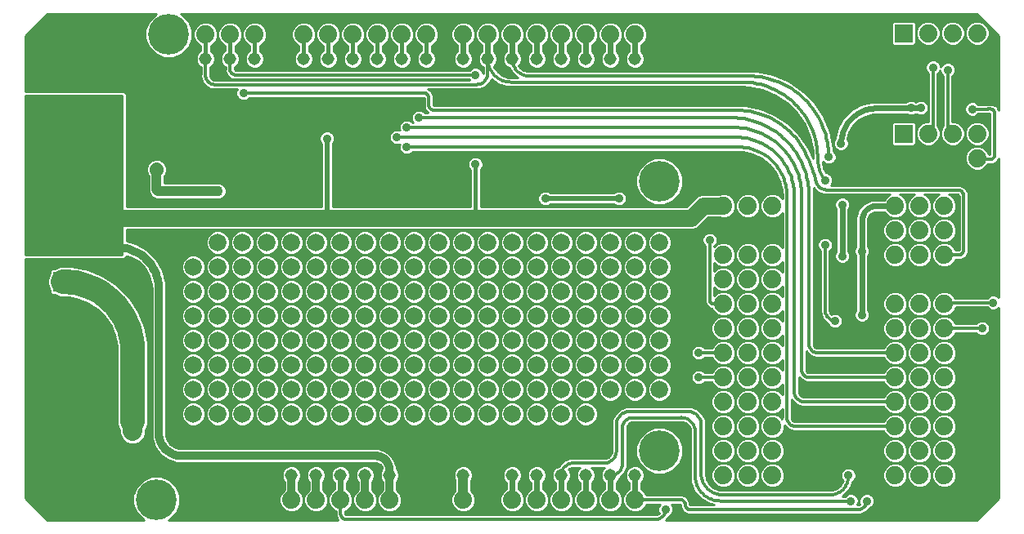
<source format=gbl>
G75*
%MOIN*%
%OFA0B0*%
%FSLAX24Y24*%
%IPPOS*%
%LPD*%
%AMOC8*
5,1,8,0,0,1.08239X$1,22.5*
%
%ADD10C,0.0740*%
%ADD11R,0.0800X0.0800*%
%ADD12C,0.0800*%
%ADD13C,0.0787*%
%ADD14R,0.0740X0.0740*%
%ADD15C,0.0360*%
%ADD16C,0.0100*%
%ADD17C,0.0700*%
%ADD18C,0.0160*%
%ADD19C,0.0240*%
%ADD20C,0.0200*%
%ADD21C,0.0515*%
%ADD22C,0.0320*%
%ADD23C,0.0436*%
%ADD24C,0.0400*%
%ADD25C,0.0560*%
%ADD26C,0.1000*%
%ADD27C,0.0120*%
%ADD28C,0.1660*%
%ADD29C,0.0720*%
D10*
X037740Y003883D03*
X038740Y003883D03*
X039740Y003883D03*
X040740Y003883D03*
X041740Y003883D03*
X042740Y003883D03*
X043740Y003883D03*
X044740Y003883D03*
X046740Y003883D03*
X047740Y003883D03*
X048740Y003883D03*
X049740Y003883D03*
X050740Y003883D03*
X051740Y003883D03*
X055340Y004883D03*
X056340Y004883D03*
X057340Y004883D03*
X057340Y005883D03*
X056340Y005883D03*
X055340Y005883D03*
X055340Y006883D03*
X056340Y006883D03*
X057340Y006883D03*
X057340Y007883D03*
X056340Y007883D03*
X055340Y007883D03*
X055340Y008883D03*
X056340Y008883D03*
X057340Y008883D03*
X057340Y009883D03*
X056340Y009883D03*
X055340Y009883D03*
X055340Y010883D03*
X056340Y010883D03*
X057340Y010883D03*
X057340Y011883D03*
X056340Y011883D03*
X055340Y011883D03*
X055340Y012883D03*
X056340Y012883D03*
X057340Y012883D03*
X057340Y013883D03*
X056340Y013883D03*
X055340Y013883D03*
X055340Y014883D03*
X056340Y014883D03*
X057340Y014883D03*
X057340Y015883D03*
X056340Y015883D03*
X055340Y015883D03*
X062340Y015883D03*
X063340Y015883D03*
X064340Y015883D03*
X064340Y014883D03*
X063340Y014883D03*
X062340Y014883D03*
X062340Y013883D03*
X063340Y013883D03*
X064340Y013883D03*
X064340Y012883D03*
X063340Y012883D03*
X062340Y012883D03*
X062340Y011883D03*
X063340Y011883D03*
X064340Y011883D03*
X064340Y010883D03*
X063340Y010883D03*
X062340Y010883D03*
X062340Y009883D03*
X063340Y009883D03*
X064340Y009883D03*
X064340Y008883D03*
X063340Y008883D03*
X062340Y008883D03*
X062340Y007883D03*
X063340Y007883D03*
X064340Y007883D03*
X064340Y006883D03*
X063340Y006883D03*
X062340Y006883D03*
X062340Y005883D03*
X063340Y005883D03*
X064340Y005883D03*
X064340Y004883D03*
X063340Y004883D03*
X062340Y004883D03*
X065690Y017833D03*
X065690Y018833D03*
X064690Y018833D03*
X063690Y018833D03*
X063690Y022933D03*
X064690Y022933D03*
X065690Y022933D03*
X051740Y022883D03*
X050740Y022883D03*
X049740Y022883D03*
X048740Y022883D03*
X047740Y022883D03*
X046740Y022883D03*
X045740Y022883D03*
X044740Y022883D03*
X043240Y022883D03*
X042240Y022883D03*
X041240Y022883D03*
X040240Y022883D03*
X039240Y022883D03*
X038240Y022883D03*
X037240Y022883D03*
X036240Y022883D03*
X035240Y022883D03*
X034240Y022883D03*
D11*
X028440Y012783D03*
D12*
X028440Y010815D03*
D13*
X028793Y007461D02*
X028793Y006674D01*
X031273Y006674D02*
X031273Y007461D01*
X030486Y005099D02*
X029698Y005099D01*
D14*
X062690Y018833D03*
X062690Y022933D03*
D15*
X065090Y022233D03*
X065540Y022233D03*
X064490Y021433D03*
X063890Y021533D03*
X063390Y019883D03*
X062990Y019883D03*
X064990Y019783D03*
X065190Y019433D03*
X065490Y019833D03*
X060690Y018433D03*
X060140Y018433D03*
X059640Y017883D03*
X063740Y017783D03*
X064240Y017333D03*
X060690Y016933D03*
X059490Y016933D03*
X056790Y016683D03*
X055240Y016683D03*
X051440Y017333D03*
X050840Y017333D03*
X049890Y016683D03*
X048990Y016683D03*
X048090Y016183D03*
X047390Y016133D03*
X046890Y016633D03*
X044640Y016183D03*
X043790Y016183D03*
X042940Y016183D03*
X040840Y016383D03*
X039890Y016383D03*
X038490Y016133D03*
X037990Y016633D03*
X038490Y017133D03*
X042140Y017233D03*
X042940Y017233D03*
X043790Y017233D03*
X044640Y017233D03*
X045240Y017583D03*
X042440Y018283D03*
X042040Y018683D03*
X042440Y019083D03*
X042940Y019483D03*
X041790Y019533D03*
X041790Y019983D03*
X038490Y019633D03*
X037990Y020133D03*
X035790Y020483D03*
X031690Y020883D03*
X030590Y020883D03*
X028890Y020883D03*
X027790Y020883D03*
X027790Y021283D03*
X027790Y021683D03*
X027790Y022083D03*
X028340Y022233D03*
X028890Y022083D03*
X028890Y021683D03*
X028890Y021283D03*
X030590Y021283D03*
X030590Y021683D03*
X030590Y022083D03*
X031140Y022233D03*
X031690Y022083D03*
X031690Y021683D03*
X031690Y021283D03*
X029840Y022883D03*
X045240Y021233D03*
X046540Y020133D03*
X046940Y020133D03*
X039190Y018633D03*
X031640Y016583D03*
X031190Y016583D03*
X031190Y016133D03*
X031640Y016133D03*
X030640Y014983D03*
X030640Y014583D03*
X030240Y014583D03*
X029840Y014583D03*
X029440Y014583D03*
X029040Y014583D03*
X028640Y014583D03*
X028240Y014583D03*
X027840Y014583D03*
X027440Y014583D03*
X027040Y014583D03*
X027040Y014983D03*
X027440Y014983D03*
X027840Y014983D03*
X028240Y014983D03*
X028640Y014983D03*
X029040Y014983D03*
X029440Y014983D03*
X029840Y014983D03*
X030240Y014983D03*
X031190Y014683D03*
X030640Y014183D03*
X030240Y014183D03*
X029840Y014183D03*
X029440Y014183D03*
X029040Y014183D03*
X028640Y014183D03*
X028240Y014183D03*
X027840Y014183D03*
X027440Y014183D03*
X027040Y014183D03*
X027040Y015683D03*
X027040Y016083D03*
X027040Y016483D03*
X027040Y016883D03*
X027040Y017283D03*
X027040Y017983D03*
X027440Y017983D03*
X027840Y017983D03*
X028240Y017983D03*
X028640Y017983D03*
X029040Y017983D03*
X029440Y017983D03*
X029840Y017983D03*
X030240Y017983D03*
X030640Y017983D03*
X030640Y018383D03*
X030240Y018383D03*
X029840Y018383D03*
X029440Y018383D03*
X029040Y018383D03*
X028640Y018383D03*
X028240Y018383D03*
X027840Y018383D03*
X027440Y018383D03*
X027040Y018383D03*
X027040Y018783D03*
X027440Y018783D03*
X027840Y018783D03*
X028240Y018783D03*
X028640Y018783D03*
X029040Y018783D03*
X029440Y018783D03*
X029840Y018783D03*
X030240Y018783D03*
X030640Y018783D03*
X051090Y016183D03*
X054790Y014483D03*
X059490Y014283D03*
X060990Y014033D03*
X060190Y013833D03*
X054340Y012483D03*
X059890Y011183D03*
X060990Y011433D03*
X059640Y010383D03*
X054340Y009883D03*
X054340Y008883D03*
X059690Y008533D03*
X059640Y007283D03*
X066290Y006733D03*
X066290Y005233D03*
X060440Y004883D03*
X060540Y003833D03*
X061190Y003833D03*
X052990Y003483D03*
X048240Y005633D03*
X047240Y005633D03*
X049240Y005783D03*
X066290Y008233D03*
X066290Y009733D03*
X065890Y010883D03*
X066340Y011933D03*
X054340Y010983D03*
X061790Y015383D03*
X060740Y015933D03*
X060190Y015933D03*
X055240Y017883D03*
D16*
X026910Y013703D02*
X026910Y003954D01*
X027810Y003053D01*
X031735Y003053D01*
X031696Y003069D01*
X031426Y003340D01*
X031280Y003692D01*
X031280Y004074D01*
X031426Y004427D01*
X031696Y004697D01*
X032049Y004843D01*
X032431Y004843D01*
X032784Y004697D01*
X033054Y004427D01*
X033200Y004074D01*
X033200Y003692D01*
X033054Y003340D01*
X032784Y003069D01*
X032745Y003053D01*
X039644Y003053D01*
X039550Y003215D01*
X039550Y003421D01*
X039457Y003459D01*
X039316Y003600D01*
X039240Y003784D01*
X039240Y003983D01*
X039164Y004167D01*
X039030Y004300D01*
X039030Y004625D01*
X039068Y004664D01*
X039127Y004806D01*
X039127Y004960D01*
X039068Y005103D01*
X038959Y005212D01*
X038817Y005271D01*
X038663Y005271D01*
X038521Y005212D01*
X038412Y005103D01*
X038353Y004960D01*
X038353Y004806D01*
X038412Y004664D01*
X038450Y004625D01*
X038450Y004300D01*
X038316Y004167D01*
X038240Y003983D01*
X038240Y003784D01*
X038316Y003600D01*
X038457Y003459D01*
X038641Y003383D01*
X038839Y003383D01*
X039023Y003459D01*
X039164Y003600D01*
X039240Y003784D01*
X039240Y003983D01*
X039316Y004167D01*
X039457Y004307D01*
X039490Y004321D01*
X039490Y004585D01*
X039412Y004664D01*
X039353Y004806D01*
X039353Y004960D01*
X039412Y005103D01*
X039521Y005212D01*
X039663Y005271D01*
X039817Y005271D01*
X039959Y005212D01*
X040068Y005103D01*
X040127Y004960D01*
X040127Y004806D01*
X040068Y004664D01*
X039990Y004585D01*
X039990Y004321D01*
X040023Y004307D01*
X040164Y004167D01*
X040240Y003983D01*
X040240Y003784D01*
X040316Y003600D01*
X040457Y003459D01*
X040641Y003383D01*
X040839Y003383D01*
X041023Y003459D01*
X041164Y003600D01*
X041240Y003784D01*
X041240Y003983D01*
X041164Y004167D01*
X041030Y004300D01*
X041030Y004625D01*
X041068Y004664D01*
X041127Y004806D01*
X041127Y004960D01*
X041068Y005103D01*
X040959Y005212D01*
X040817Y005271D01*
X040663Y005271D01*
X040521Y005212D01*
X040412Y005103D01*
X040353Y004960D01*
X040353Y004806D01*
X040412Y004664D01*
X040450Y004625D01*
X040450Y004300D01*
X040316Y004167D01*
X040240Y003983D01*
X040240Y003784D01*
X040164Y003600D01*
X040023Y003459D01*
X039930Y003421D01*
X039930Y003333D01*
X039932Y003318D01*
X039948Y003291D01*
X039974Y003275D01*
X039990Y003273D01*
X052590Y003273D01*
X052631Y003277D01*
X052707Y003309D01*
X052721Y003323D01*
X052680Y003422D01*
X052680Y003545D01*
X052727Y003659D01*
X052762Y003693D01*
X052202Y003693D01*
X052164Y003600D01*
X052023Y003459D01*
X051839Y003383D01*
X051641Y003383D01*
X051457Y003459D01*
X051316Y003600D01*
X051240Y003784D01*
X051240Y003983D01*
X051316Y004167D01*
X051457Y004307D01*
X051490Y004321D01*
X051490Y004585D01*
X051412Y004664D01*
X051353Y004806D01*
X051353Y004960D01*
X051412Y005103D01*
X051521Y005212D01*
X051663Y005271D01*
X051817Y005271D01*
X051959Y005212D01*
X052068Y005103D01*
X052127Y004960D01*
X052127Y004806D01*
X052068Y004664D01*
X051990Y004585D01*
X051990Y004321D01*
X052023Y004307D01*
X052164Y004167D01*
X052202Y004073D01*
X053694Y004073D01*
X053875Y003969D01*
X053875Y003969D01*
X053875Y003969D01*
X053980Y003788D01*
X053980Y003683D01*
X053980Y003681D01*
X053983Y003676D01*
X053987Y003674D01*
X053990Y003673D01*
X054959Y003673D01*
X054723Y003738D01*
X054723Y003738D01*
X054395Y003953D01*
X054395Y003953D01*
X054395Y003953D01*
X054149Y004260D01*
X054149Y004260D01*
X054010Y004628D01*
X054010Y004628D01*
X054004Y004751D01*
X054000Y004755D01*
X052106Y004755D01*
X052127Y004853D02*
X053999Y004853D01*
X054000Y004829D02*
X054000Y004755D01*
X054000Y004829D02*
X053996Y004903D01*
X054000Y004907D01*
X054000Y006720D01*
X053987Y006786D01*
X053922Y006911D01*
X053813Y007002D01*
X053678Y007044D01*
X053669Y007044D01*
X053669Y007043D01*
X053599Y007043D01*
X053529Y007037D01*
X053521Y007043D01*
X051640Y007043D01*
X051599Y007039D01*
X051523Y007008D01*
X051465Y006950D01*
X051434Y006874D01*
X051430Y006833D01*
X051430Y005246D01*
X051325Y004992D01*
X051131Y004798D01*
X051131Y004798D01*
X051123Y004795D01*
X051068Y004664D01*
X050990Y004585D01*
X050990Y004321D01*
X051023Y004307D01*
X051164Y004167D01*
X051240Y003983D01*
X051240Y003784D01*
X051164Y003600D01*
X051023Y003459D01*
X050839Y003383D01*
X050641Y003383D01*
X050457Y003459D01*
X050316Y003600D01*
X050240Y003784D01*
X050240Y003983D01*
X050316Y004167D01*
X050457Y004307D01*
X050490Y004321D01*
X050490Y004585D01*
X050412Y004664D01*
X050353Y004806D01*
X050353Y004960D01*
X050412Y005103D01*
X050502Y005193D01*
X049978Y005193D01*
X050068Y005103D01*
X050127Y004960D01*
X050127Y004806D01*
X050068Y004664D01*
X049990Y004585D01*
X049990Y004321D01*
X050023Y004307D01*
X050164Y004167D01*
X050240Y003983D01*
X050240Y003784D01*
X050164Y003600D01*
X050023Y003459D01*
X049839Y003383D01*
X049641Y003383D01*
X049457Y003459D01*
X049316Y003600D01*
X049240Y003784D01*
X049240Y003983D01*
X049316Y004167D01*
X049457Y004307D01*
X049490Y004321D01*
X049490Y004585D01*
X049412Y004664D01*
X049353Y004806D01*
X049353Y004960D01*
X049412Y005103D01*
X049502Y005193D01*
X049240Y005193D01*
X049180Y005187D01*
X049068Y005141D01*
X049049Y005122D01*
X049068Y005103D01*
X049127Y004960D01*
X049127Y004806D01*
X049068Y004664D01*
X048990Y004585D01*
X048990Y004321D01*
X049023Y004307D01*
X049164Y004167D01*
X049240Y003983D01*
X049240Y003784D01*
X049164Y003600D01*
X049023Y003459D01*
X048839Y003383D01*
X048641Y003383D01*
X048457Y003459D01*
X048316Y003600D01*
X048240Y003784D01*
X048240Y003983D01*
X048164Y004167D01*
X048023Y004307D01*
X047990Y004321D01*
X047990Y004585D01*
X048068Y004664D01*
X048127Y004806D01*
X048127Y004960D01*
X048068Y005103D01*
X047959Y005212D01*
X047817Y005271D01*
X047663Y005271D01*
X047521Y005212D01*
X047412Y005103D01*
X047353Y004960D01*
X047353Y004806D01*
X047412Y004664D01*
X047490Y004585D01*
X047490Y004321D01*
X047457Y004307D01*
X047316Y004167D01*
X047240Y003983D01*
X047240Y003784D01*
X047316Y003600D01*
X047457Y003459D01*
X047641Y003383D01*
X047839Y003383D01*
X048023Y003459D01*
X048164Y003600D01*
X048240Y003784D01*
X048240Y003983D01*
X048316Y004167D01*
X048457Y004307D01*
X048490Y004321D01*
X048490Y004585D01*
X048412Y004664D01*
X048353Y004806D01*
X048353Y004960D01*
X048412Y005103D01*
X048521Y005212D01*
X048652Y005266D01*
X048655Y005274D01*
X048655Y005274D01*
X048849Y005468D01*
X048849Y005468D01*
X049103Y005573D01*
X050490Y005573D01*
X050550Y005579D01*
X050662Y005626D01*
X050748Y005711D01*
X050794Y005823D01*
X050800Y005883D01*
X050800Y006910D01*
X050796Y006914D01*
X050800Y006988D01*
X050800Y007062D01*
X050804Y007066D01*
X050807Y007135D01*
X050807Y007135D01*
X050928Y007392D01*
X050928Y007392D01*
X051139Y007584D01*
X051139Y007584D01*
X051407Y007680D01*
X051407Y007680D01*
X051545Y007673D01*
X053885Y007673D01*
X054023Y007680D01*
X054023Y007680D01*
X054291Y007584D01*
X054291Y007584D01*
X054502Y007392D01*
X054502Y007392D01*
X054623Y007135D01*
X054623Y007135D01*
X054626Y007066D01*
X054630Y007062D01*
X054630Y006988D01*
X054634Y006914D01*
X054630Y006910D01*
X054630Y005150D01*
X054638Y005141D01*
X054630Y005073D01*
X054630Y005005D01*
X054627Y005002D01*
X054625Y004950D01*
X054670Y004731D01*
X054781Y004536D01*
X054947Y004386D01*
X055151Y004293D01*
X055255Y004273D01*
X059730Y004273D01*
X059815Y004286D01*
X059978Y004351D01*
X060113Y004463D01*
X060206Y004612D01*
X060220Y004665D01*
X060177Y004708D01*
X060130Y004822D01*
X060130Y004945D01*
X060177Y005059D01*
X060264Y005146D01*
X060378Y005193D01*
X060502Y005193D01*
X060616Y005146D01*
X060703Y005059D01*
X060750Y004945D01*
X060750Y004822D01*
X060703Y004708D01*
X060616Y004621D01*
X060607Y004617D01*
X060566Y004458D01*
X060566Y004458D01*
X060408Y004206D01*
X060408Y004206D01*
X060408Y004206D01*
X060189Y004023D01*
X060292Y004023D01*
X060364Y004096D01*
X060478Y004143D01*
X060602Y004143D01*
X060716Y004096D01*
X060803Y004009D01*
X060850Y003895D01*
X060850Y003772D01*
X060809Y003673D01*
X060840Y003673D01*
X060871Y003676D01*
X060912Y003693D01*
X060880Y003772D01*
X060880Y003895D01*
X060927Y004009D01*
X061014Y004096D01*
X061128Y004143D01*
X061252Y004143D01*
X061366Y004096D01*
X061453Y004009D01*
X061500Y003895D01*
X061500Y003772D01*
X061453Y003658D01*
X061366Y003571D01*
X061305Y003546D01*
X061298Y003527D01*
X061298Y003527D01*
X061146Y003376D01*
X065992Y003376D01*
X066091Y003474D02*
X061245Y003474D01*
X061146Y003376D02*
X061146Y003376D01*
X060947Y003293D01*
X053885Y003293D01*
X053705Y003398D01*
X053704Y003398D01*
X053704Y003398D01*
X053600Y003579D01*
X053600Y003683D01*
X053600Y003686D01*
X053597Y003690D01*
X053593Y003693D01*
X053590Y003693D01*
X053218Y003693D01*
X053253Y003659D01*
X053300Y003545D01*
X053300Y003422D01*
X053253Y003308D01*
X053166Y003221D01*
X053110Y003198D01*
X053090Y003149D01*
X053090Y003149D01*
X053090Y003149D01*
X052994Y003053D01*
X065670Y003053D01*
X066570Y003954D01*
X066570Y011725D01*
X066516Y011671D01*
X066402Y011623D01*
X066278Y011623D01*
X066164Y011671D01*
X066092Y011743D01*
X064823Y011743D01*
X064764Y011600D01*
X064623Y011459D01*
X064439Y011383D01*
X064241Y011383D01*
X064057Y011307D01*
X063916Y011167D01*
X063840Y010983D01*
X063840Y010784D01*
X063916Y010600D01*
X064057Y010459D01*
X064241Y010383D01*
X064057Y010307D01*
X063916Y010167D01*
X063840Y009983D01*
X063764Y010167D01*
X063623Y010307D01*
X063439Y010383D01*
X063241Y010383D01*
X063057Y010307D01*
X062916Y010167D01*
X062840Y009983D01*
X062764Y010167D01*
X062623Y010307D01*
X062439Y010383D01*
X062241Y010383D01*
X062057Y010307D01*
X061916Y010167D01*
X061878Y010073D01*
X059159Y010073D01*
X059136Y010079D01*
X059081Y010112D01*
X059043Y010163D01*
X059030Y010212D01*
X059030Y010270D01*
X059039Y010334D01*
X059030Y010347D01*
X059030Y016617D01*
X059170Y016457D01*
X059170Y016457D01*
X059405Y016347D01*
X059459Y016346D01*
X059461Y016343D01*
X059537Y016343D01*
X059613Y016341D01*
X059615Y016343D01*
X062144Y016343D01*
X062057Y016307D01*
X061916Y016167D01*
X061902Y016133D01*
X061579Y016133D01*
X061569Y016137D01*
X061530Y016133D01*
X061490Y016133D01*
X061480Y016129D01*
X061350Y016118D01*
X061049Y015963D01*
X060830Y015704D01*
X060727Y015381D01*
X060740Y015223D01*
X060740Y014222D01*
X060727Y014209D01*
X060680Y014095D01*
X060680Y013972D01*
X060727Y013858D01*
X060740Y013845D01*
X060740Y011622D01*
X060727Y011609D01*
X060680Y011495D01*
X060680Y011372D01*
X060727Y011258D01*
X060814Y011171D01*
X060928Y011123D01*
X061052Y011123D01*
X061166Y011171D01*
X061253Y011258D01*
X061300Y011372D01*
X061300Y011495D01*
X061253Y011609D01*
X061240Y011622D01*
X061240Y013845D01*
X061253Y013858D01*
X061300Y013972D01*
X061300Y014095D01*
X061253Y014209D01*
X061240Y014222D01*
X061240Y015194D01*
X061243Y015205D01*
X061240Y015244D01*
X061240Y015283D01*
X061240Y015284D01*
X061240Y015323D01*
X061282Y015454D01*
X061371Y015559D01*
X061493Y015622D01*
X061556Y015633D01*
X061902Y015633D01*
X061916Y015600D01*
X062057Y015459D01*
X062241Y015383D01*
X062057Y015307D01*
X061916Y015167D01*
X061840Y014983D01*
X061840Y014784D01*
X061916Y014600D01*
X062057Y014459D01*
X062241Y014383D01*
X062057Y014307D01*
X061916Y014167D01*
X061840Y013983D01*
X061840Y013784D01*
X061916Y013600D01*
X062057Y013459D01*
X062241Y013383D01*
X062439Y013383D01*
X062623Y013459D01*
X062764Y013600D01*
X062840Y013784D01*
X062916Y013600D01*
X063057Y013459D01*
X063241Y013383D01*
X063439Y013383D01*
X063623Y013459D01*
X063764Y013600D01*
X063840Y013784D01*
X063916Y013600D01*
X064057Y013459D01*
X064241Y013383D01*
X064439Y013383D01*
X064623Y013459D01*
X064764Y013600D01*
X064802Y013693D01*
X065044Y013693D01*
X065225Y013798D01*
X065225Y013798D01*
X065330Y013979D01*
X065330Y016401D01*
X065212Y016605D01*
X065212Y016605D01*
X065008Y016723D01*
X059718Y016723D01*
X059753Y016758D01*
X059800Y016872D01*
X059800Y016995D01*
X059753Y017109D01*
X059666Y017196D01*
X059552Y017243D01*
X059528Y017243D01*
X059447Y017419D01*
X059388Y017693D01*
X059387Y017698D01*
X059464Y017621D01*
X059578Y017573D01*
X059702Y017573D01*
X059816Y017621D01*
X059903Y017708D01*
X059950Y017822D01*
X059950Y017945D01*
X059903Y018059D01*
X059830Y018132D01*
X059830Y018227D01*
X059696Y018901D01*
X059696Y018901D01*
X059433Y019536D01*
X059433Y019536D01*
X059051Y020108D01*
X059051Y020108D01*
X058565Y020594D01*
X057993Y020976D01*
X057358Y021239D01*
X056684Y021373D01*
X047440Y021373D01*
X047360Y021380D01*
X047208Y021429D01*
X047079Y021523D01*
X047015Y021611D01*
X047068Y021664D01*
X047127Y021806D01*
X047127Y021960D01*
X047068Y022103D01*
X046990Y022181D01*
X046990Y022446D01*
X047023Y022459D01*
X047164Y022600D01*
X047240Y022784D01*
X047240Y022983D01*
X047164Y023167D01*
X047023Y023307D01*
X046839Y023383D01*
X046641Y023383D01*
X046457Y023307D01*
X046316Y023167D01*
X046240Y022983D01*
X046240Y022784D01*
X046164Y022600D01*
X046023Y022459D01*
X045990Y022446D01*
X045990Y022181D01*
X046068Y022103D01*
X046127Y021960D01*
X046127Y021806D01*
X046068Y021664D01*
X045996Y021591D01*
X046013Y021538D01*
X046153Y021346D01*
X046345Y021206D01*
X046571Y021133D01*
X046690Y021123D01*
X046972Y021123D01*
X046803Y021246D01*
X046803Y021246D01*
X046803Y021246D01*
X046637Y021474D01*
X046637Y021474D01*
X046625Y021512D01*
X046521Y021555D01*
X046412Y021664D01*
X046353Y021806D01*
X046353Y021960D01*
X046412Y022103D01*
X046490Y022181D01*
X046490Y022446D01*
X046457Y022459D01*
X046316Y022600D01*
X046240Y022784D01*
X046240Y022983D01*
X046164Y023167D01*
X046023Y023307D01*
X045839Y023383D01*
X045641Y023383D01*
X045457Y023307D01*
X045316Y023167D01*
X045240Y022983D01*
X045164Y023167D01*
X045023Y023307D01*
X044839Y023383D01*
X044641Y023383D01*
X044457Y023307D01*
X044316Y023167D01*
X044240Y022983D01*
X044240Y022784D01*
X044316Y022600D01*
X044457Y022459D01*
X044490Y022446D01*
X044490Y022181D01*
X044412Y022103D01*
X044353Y021960D01*
X044353Y021806D01*
X044412Y021664D01*
X044521Y021555D01*
X044663Y021496D01*
X044817Y021496D01*
X044959Y021555D01*
X045068Y021664D01*
X045127Y021806D01*
X045127Y021960D01*
X045068Y022103D01*
X044990Y022181D01*
X044990Y022446D01*
X045023Y022459D01*
X045164Y022600D01*
X045240Y022784D01*
X045240Y022983D01*
X045240Y022784D01*
X045316Y022600D01*
X045457Y022459D01*
X045490Y022446D01*
X045490Y022181D01*
X045412Y022103D01*
X045353Y021960D01*
X045353Y021806D01*
X045412Y021664D01*
X045521Y021555D01*
X045550Y021543D01*
X045550Y021283D01*
X045550Y021295D01*
X045503Y021409D01*
X045416Y021496D01*
X045302Y021543D01*
X045178Y021543D01*
X045064Y021496D01*
X044992Y021423D01*
X035456Y021423D01*
X035452Y021424D01*
X035437Y021436D01*
X035430Y021451D01*
X035430Y021473D01*
X035438Y021541D01*
X035434Y021544D01*
X035459Y021555D01*
X035568Y021664D01*
X035627Y021806D01*
X035627Y021960D01*
X035568Y022103D01*
X035459Y022212D01*
X035450Y022216D01*
X035450Y022429D01*
X035523Y022459D01*
X035664Y022600D01*
X035740Y022784D01*
X035816Y022600D01*
X035957Y022459D01*
X036030Y022429D01*
X036030Y022216D01*
X036021Y022212D01*
X035912Y022103D01*
X035853Y021960D01*
X035853Y021806D01*
X035912Y021664D01*
X036021Y021555D01*
X036163Y021496D01*
X036317Y021496D01*
X036459Y021555D01*
X036568Y021664D01*
X036627Y021806D01*
X036627Y021960D01*
X036568Y022103D01*
X036459Y022212D01*
X036450Y022216D01*
X036450Y022429D01*
X036523Y022459D01*
X036664Y022600D01*
X036740Y022784D01*
X036740Y022983D01*
X036664Y023167D01*
X036523Y023307D01*
X036339Y023383D01*
X036141Y023383D01*
X035957Y023307D01*
X035816Y023167D01*
X035740Y022983D01*
X035740Y022784D01*
X035740Y022983D01*
X035664Y023167D01*
X035523Y023307D01*
X035339Y023383D01*
X035141Y023383D01*
X034957Y023307D01*
X034816Y023167D01*
X034740Y022983D01*
X034664Y023167D01*
X034523Y023307D01*
X034339Y023383D01*
X034141Y023383D01*
X033957Y023307D01*
X033816Y023167D01*
X033740Y022983D01*
X033740Y022784D01*
X033816Y022600D01*
X033957Y022459D01*
X034030Y022429D01*
X034030Y022216D01*
X034021Y022212D01*
X033912Y022103D01*
X033853Y021960D01*
X033853Y021806D01*
X033912Y021664D01*
X034021Y021555D01*
X034050Y021543D01*
X034050Y021295D01*
X034037Y021190D01*
X034037Y021190D01*
X034099Y020962D01*
X034244Y020776D01*
X034244Y020776D01*
X034244Y020776D01*
X034449Y020659D01*
X034502Y020653D01*
X034511Y020643D01*
X034578Y020643D01*
X034645Y020635D01*
X034655Y020643D01*
X035521Y020643D01*
X035480Y020545D01*
X035480Y020422D01*
X035527Y020308D01*
X035614Y020221D01*
X035728Y020173D01*
X035852Y020173D01*
X035966Y020221D01*
X036038Y020293D01*
X043140Y020293D01*
X043143Y020293D01*
X043147Y020290D01*
X043150Y020286D01*
X043150Y020283D01*
X043150Y020050D01*
X043142Y020041D01*
X043150Y019973D01*
X043150Y019905D01*
X043159Y019896D01*
X043163Y019851D01*
X043163Y019851D01*
X043295Y019673D01*
X043188Y019673D01*
X043116Y019746D01*
X043002Y019793D01*
X042878Y019793D01*
X042764Y019746D01*
X042677Y019659D01*
X042630Y019545D01*
X042630Y019422D01*
X042677Y019308D01*
X042712Y019273D01*
X042688Y019273D01*
X042616Y019346D01*
X042502Y019393D01*
X042378Y019393D01*
X042264Y019346D01*
X042177Y019259D01*
X042130Y019145D01*
X042130Y019022D01*
X042150Y018973D01*
X042102Y018993D01*
X041978Y018993D01*
X041864Y018946D01*
X041777Y018859D01*
X041730Y018745D01*
X041730Y018622D01*
X041777Y018508D01*
X041864Y018421D01*
X041978Y018373D01*
X042102Y018373D01*
X042150Y018393D01*
X042130Y018345D01*
X042130Y018222D01*
X042177Y018108D01*
X042264Y018021D01*
X042378Y017973D01*
X042502Y017973D01*
X042616Y018021D01*
X042688Y018093D01*
X055940Y018093D01*
X056143Y018082D01*
X056538Y017992D01*
X056903Y017816D01*
X057220Y017563D01*
X057473Y017246D01*
X057648Y016881D01*
X057739Y016486D01*
X057750Y016283D01*
X057750Y016180D01*
X057623Y016307D01*
X057439Y016383D01*
X057241Y016383D01*
X057057Y016307D01*
X056916Y016167D01*
X056840Y015983D01*
X056840Y015784D01*
X056916Y015600D01*
X057057Y015459D01*
X057241Y015383D01*
X057439Y015383D01*
X057623Y015459D01*
X057750Y015586D01*
X057750Y014180D01*
X057623Y014307D01*
X057439Y014383D01*
X057241Y014383D01*
X057057Y014307D01*
X056916Y014167D01*
X056840Y013983D01*
X056840Y013784D01*
X056916Y013600D01*
X057057Y013459D01*
X057241Y013383D01*
X057057Y013307D01*
X056916Y013167D01*
X056840Y012983D01*
X056840Y012784D01*
X056916Y012600D01*
X057057Y012459D01*
X057241Y012383D01*
X057057Y012307D01*
X056916Y012167D01*
X056840Y011983D01*
X056840Y011784D01*
X056916Y011600D01*
X057057Y011459D01*
X057241Y011383D01*
X057057Y011307D01*
X056916Y011167D01*
X056840Y010983D01*
X056840Y010784D01*
X056916Y010600D01*
X057057Y010459D01*
X057241Y010383D01*
X057057Y010307D01*
X056916Y010167D01*
X056840Y009983D01*
X056840Y009784D01*
X056916Y009600D01*
X057057Y009459D01*
X057241Y009383D01*
X057057Y009307D01*
X056916Y009167D01*
X056840Y008983D01*
X056840Y008784D01*
X056916Y008600D01*
X057057Y008459D01*
X057241Y008383D01*
X057057Y008307D01*
X056916Y008167D01*
X056840Y007983D01*
X056840Y007784D01*
X056916Y007600D01*
X057057Y007459D01*
X057241Y007383D01*
X057057Y007307D01*
X056916Y007167D01*
X056840Y006983D01*
X056840Y006784D01*
X056916Y006600D01*
X057057Y006459D01*
X057241Y006383D01*
X057057Y006307D01*
X056916Y006167D01*
X056840Y005983D01*
X056764Y006167D01*
X056623Y006307D01*
X056439Y006383D01*
X056241Y006383D01*
X056057Y006307D01*
X055916Y006167D01*
X055840Y005983D01*
X055840Y005784D01*
X055916Y005600D01*
X056057Y005459D01*
X056241Y005383D01*
X056057Y005307D01*
X055916Y005167D01*
X055840Y004983D01*
X055840Y004784D01*
X055916Y004600D01*
X056057Y004459D01*
X055623Y004459D01*
X055764Y004600D01*
X055840Y004784D01*
X055840Y004983D01*
X055764Y005167D01*
X055623Y005307D01*
X055439Y005383D01*
X055241Y005383D01*
X055057Y005307D01*
X054916Y005167D01*
X054840Y004983D01*
X054840Y004784D01*
X054916Y004600D01*
X055057Y004459D01*
X054866Y004459D01*
X054958Y004558D02*
X054769Y004558D01*
X054713Y004656D02*
X054893Y004656D01*
X054852Y004755D02*
X054666Y004755D01*
X054645Y004853D02*
X054840Y004853D01*
X054840Y004952D02*
X054625Y004952D01*
X054630Y005050D02*
X054868Y005050D01*
X054909Y005149D02*
X054631Y005149D01*
X054630Y005247D02*
X054997Y005247D01*
X055150Y005346D02*
X054630Y005346D01*
X054630Y005444D02*
X055093Y005444D01*
X055057Y005459D02*
X055241Y005383D01*
X055439Y005383D01*
X055623Y005459D01*
X055764Y005600D01*
X055840Y005784D01*
X055840Y005983D01*
X055764Y006167D01*
X055623Y006307D01*
X055439Y006383D01*
X055241Y006383D01*
X055057Y006307D01*
X054916Y006167D01*
X054840Y005983D01*
X054840Y005784D01*
X054916Y005600D01*
X055057Y005459D01*
X054973Y005543D02*
X054630Y005543D01*
X054630Y005641D02*
X054899Y005641D01*
X054858Y005740D02*
X054630Y005740D01*
X054630Y005838D02*
X054840Y005838D01*
X054840Y005937D02*
X054630Y005937D01*
X054630Y006035D02*
X054862Y006035D01*
X054903Y006134D02*
X054630Y006134D01*
X054630Y006232D02*
X054982Y006232D01*
X055114Y006331D02*
X054630Y006331D01*
X054630Y006429D02*
X055129Y006429D01*
X055057Y006459D02*
X055241Y006383D01*
X055439Y006383D01*
X055623Y006459D01*
X055764Y006600D01*
X055840Y006784D01*
X055916Y006600D01*
X056057Y006459D01*
X056241Y006383D01*
X056439Y006383D01*
X056623Y006459D01*
X056764Y006600D01*
X056840Y006784D01*
X056840Y006983D01*
X056764Y007167D01*
X056623Y007307D01*
X056439Y007383D01*
X056241Y007383D01*
X056057Y007307D01*
X055916Y007167D01*
X055840Y006983D01*
X055840Y006784D01*
X055840Y006983D01*
X055764Y007167D01*
X055623Y007307D01*
X055439Y007383D01*
X055241Y007383D01*
X055057Y007307D01*
X054916Y007167D01*
X054840Y006983D01*
X054840Y006784D01*
X054916Y006600D01*
X055057Y006459D01*
X054988Y006528D02*
X054630Y006528D01*
X054630Y006626D02*
X054905Y006626D01*
X054864Y006725D02*
X054630Y006725D01*
X054630Y006823D02*
X054840Y006823D01*
X054840Y006922D02*
X054633Y006922D01*
X054630Y007020D02*
X054856Y007020D01*
X054896Y007119D02*
X054624Y007119D01*
X054584Y007217D02*
X054967Y007217D01*
X055078Y007316D02*
X054538Y007316D01*
X054477Y007414D02*
X055166Y007414D01*
X055241Y007383D02*
X055439Y007383D01*
X055623Y007459D01*
X055764Y007600D01*
X055840Y007784D01*
X055916Y007600D01*
X056057Y007459D01*
X056241Y007383D01*
X056439Y007383D01*
X056623Y007459D01*
X056764Y007600D01*
X056840Y007784D01*
X056840Y007983D01*
X056764Y008167D01*
X056623Y008307D01*
X056439Y008383D01*
X056241Y008383D01*
X056057Y008307D01*
X055916Y008167D01*
X055840Y007983D01*
X055840Y007784D01*
X055840Y007983D01*
X055764Y008167D01*
X055623Y008307D01*
X055439Y008383D01*
X055241Y008383D01*
X055057Y008307D01*
X054916Y008167D01*
X054840Y007983D01*
X054840Y007784D01*
X054916Y007600D01*
X055057Y007459D01*
X055241Y007383D01*
X055003Y007513D02*
X054369Y007513D01*
X054214Y007611D02*
X054911Y007611D01*
X054871Y007710D02*
X050106Y007710D01*
X050155Y007661D02*
X050018Y007799D01*
X049837Y007873D01*
X049643Y007873D01*
X049462Y007799D01*
X049325Y007661D01*
X049250Y007481D01*
X049250Y007286D01*
X049325Y007106D01*
X049462Y006968D01*
X049643Y006893D01*
X049837Y006893D01*
X050018Y006968D01*
X050155Y007106D01*
X050230Y007286D01*
X050230Y007481D01*
X050155Y007661D01*
X050176Y007611D02*
X051216Y007611D01*
X051061Y007513D02*
X050217Y007513D01*
X050230Y007414D02*
X050953Y007414D01*
X050892Y007316D02*
X050230Y007316D01*
X050202Y007217D02*
X050846Y007217D01*
X050806Y007119D02*
X050161Y007119D01*
X050070Y007020D02*
X050800Y007020D01*
X050797Y006922D02*
X049906Y006922D01*
X049574Y006922D02*
X048906Y006922D01*
X048837Y006893D02*
X049018Y006968D01*
X049155Y007106D01*
X049230Y007286D01*
X049230Y007481D01*
X049155Y007661D01*
X049018Y007799D01*
X048837Y007873D01*
X048643Y007873D01*
X048462Y007799D01*
X048325Y007661D01*
X048250Y007481D01*
X048250Y007286D01*
X048325Y007106D01*
X048462Y006968D01*
X048643Y006893D01*
X048837Y006893D01*
X048574Y006922D02*
X047906Y006922D01*
X047837Y006893D02*
X048018Y006968D01*
X048155Y007106D01*
X048230Y007286D01*
X048230Y007481D01*
X048155Y007661D01*
X048018Y007799D01*
X047837Y007873D01*
X047643Y007873D01*
X047462Y007799D01*
X047325Y007661D01*
X047250Y007481D01*
X047250Y007286D01*
X047325Y007106D01*
X047462Y006968D01*
X047643Y006893D01*
X047837Y006893D01*
X047574Y006922D02*
X046906Y006922D01*
X046837Y006893D02*
X047018Y006968D01*
X047155Y007106D01*
X047230Y007286D01*
X047230Y007481D01*
X047155Y007661D01*
X047018Y007799D01*
X046837Y007873D01*
X046643Y007873D01*
X046462Y007799D01*
X046325Y007661D01*
X046250Y007481D01*
X046250Y007286D01*
X046325Y007106D01*
X046462Y006968D01*
X046643Y006893D01*
X046837Y006893D01*
X046574Y006922D02*
X045906Y006922D01*
X045837Y006893D02*
X046018Y006968D01*
X046155Y007106D01*
X046230Y007286D01*
X046230Y007481D01*
X046155Y007661D01*
X046018Y007799D01*
X045837Y007873D01*
X045643Y007873D01*
X045462Y007799D01*
X045325Y007661D01*
X045250Y007481D01*
X045250Y007286D01*
X045325Y007106D01*
X045462Y006968D01*
X045643Y006893D01*
X045837Y006893D01*
X045574Y006922D02*
X044906Y006922D01*
X044837Y006893D02*
X045018Y006968D01*
X045155Y007106D01*
X045230Y007286D01*
X045230Y007481D01*
X045155Y007661D01*
X045018Y007799D01*
X044837Y007873D01*
X044643Y007873D01*
X044462Y007799D01*
X044325Y007661D01*
X044250Y007481D01*
X044250Y007286D01*
X044325Y007106D01*
X044462Y006968D01*
X044643Y006893D01*
X044837Y006893D01*
X044574Y006922D02*
X043906Y006922D01*
X043837Y006893D02*
X044018Y006968D01*
X044155Y007106D01*
X044230Y007286D01*
X044230Y007481D01*
X044155Y007661D01*
X044018Y007799D01*
X043837Y007873D01*
X043643Y007873D01*
X043462Y007799D01*
X043325Y007661D01*
X043250Y007481D01*
X043250Y007286D01*
X043325Y007106D01*
X043462Y006968D01*
X043643Y006893D01*
X043837Y006893D01*
X043574Y006922D02*
X042906Y006922D01*
X042837Y006893D02*
X043018Y006968D01*
X043155Y007106D01*
X043230Y007286D01*
X043230Y007481D01*
X043155Y007661D01*
X043018Y007799D01*
X042837Y007873D01*
X042643Y007873D01*
X042462Y007799D01*
X042325Y007661D01*
X042250Y007481D01*
X042250Y007286D01*
X042325Y007106D01*
X042462Y006968D01*
X042643Y006893D01*
X042837Y006893D01*
X042574Y006922D02*
X041906Y006922D01*
X041837Y006893D02*
X042018Y006968D01*
X042155Y007106D01*
X042230Y007286D01*
X042230Y007481D01*
X042155Y007661D01*
X042018Y007799D01*
X041837Y007873D01*
X041643Y007873D01*
X041462Y007799D01*
X041325Y007661D01*
X041250Y007481D01*
X041250Y007286D01*
X041325Y007106D01*
X041462Y006968D01*
X041643Y006893D01*
X041837Y006893D01*
X041574Y006922D02*
X040906Y006922D01*
X040837Y006893D02*
X041018Y006968D01*
X041155Y007106D01*
X041230Y007286D01*
X041230Y007481D01*
X041155Y007661D01*
X041018Y007799D01*
X040837Y007873D01*
X040643Y007873D01*
X040462Y007799D01*
X040325Y007661D01*
X040250Y007481D01*
X040250Y007286D01*
X040325Y007106D01*
X040462Y006968D01*
X040643Y006893D01*
X040837Y006893D01*
X040574Y006922D02*
X039906Y006922D01*
X039837Y006893D02*
X040018Y006968D01*
X040155Y007106D01*
X040230Y007286D01*
X040230Y007481D01*
X040155Y007661D01*
X040018Y007799D01*
X039837Y007873D01*
X039643Y007873D01*
X039462Y007799D01*
X039325Y007661D01*
X039250Y007481D01*
X039250Y007286D01*
X039325Y007106D01*
X039462Y006968D01*
X039643Y006893D01*
X039837Y006893D01*
X039574Y006922D02*
X038906Y006922D01*
X038837Y006893D02*
X039018Y006968D01*
X039155Y007106D01*
X039230Y007286D01*
X039230Y007481D01*
X039155Y007661D01*
X039018Y007799D01*
X038837Y007873D01*
X038643Y007873D01*
X038462Y007799D01*
X038325Y007661D01*
X038250Y007481D01*
X038250Y007286D01*
X038325Y007106D01*
X038462Y006968D01*
X038643Y006893D01*
X038837Y006893D01*
X038574Y006922D02*
X037906Y006922D01*
X037837Y006893D02*
X038018Y006968D01*
X038155Y007106D01*
X038230Y007286D01*
X038230Y007481D01*
X038155Y007661D01*
X038018Y007799D01*
X037837Y007873D01*
X037643Y007873D01*
X037462Y007799D01*
X037325Y007661D01*
X037250Y007481D01*
X037250Y007286D01*
X037325Y007106D01*
X037462Y006968D01*
X037643Y006893D01*
X037837Y006893D01*
X037574Y006922D02*
X036906Y006922D01*
X036837Y006893D02*
X037018Y006968D01*
X037155Y007106D01*
X037230Y007286D01*
X037230Y007481D01*
X037155Y007661D01*
X037018Y007799D01*
X036837Y007873D01*
X036643Y007873D01*
X036462Y007799D01*
X036325Y007661D01*
X036250Y007481D01*
X036250Y007286D01*
X036325Y007106D01*
X036462Y006968D01*
X036643Y006893D01*
X036837Y006893D01*
X036574Y006922D02*
X035906Y006922D01*
X035837Y006893D02*
X036018Y006968D01*
X036155Y007106D01*
X036230Y007286D01*
X036230Y007481D01*
X036155Y007661D01*
X036018Y007799D01*
X035837Y007873D01*
X035643Y007873D01*
X035462Y007799D01*
X035325Y007661D01*
X035250Y007481D01*
X035250Y007286D01*
X035325Y007106D01*
X035462Y006968D01*
X035643Y006893D01*
X035837Y006893D01*
X035574Y006922D02*
X034906Y006922D01*
X034837Y006893D02*
X035018Y006968D01*
X035155Y007106D01*
X035230Y007286D01*
X035230Y007481D01*
X035155Y007661D01*
X035018Y007799D01*
X034837Y007873D01*
X034643Y007873D01*
X034462Y007799D01*
X034325Y007661D01*
X034250Y007481D01*
X034250Y007286D01*
X034325Y007106D01*
X034462Y006968D01*
X034643Y006893D01*
X034837Y006893D01*
X034574Y006922D02*
X033906Y006922D01*
X033837Y006893D02*
X034018Y006968D01*
X034155Y007106D01*
X034230Y007286D01*
X034230Y007481D01*
X034155Y007661D01*
X034018Y007799D01*
X033837Y007873D01*
X033643Y007873D01*
X033462Y007799D01*
X033325Y007661D01*
X033250Y007481D01*
X033250Y007286D01*
X033325Y007106D01*
X033462Y006968D01*
X033643Y006893D01*
X033837Y006893D01*
X033574Y006922D02*
X032630Y006922D01*
X032630Y007020D02*
X033410Y007020D01*
X033319Y007119D02*
X032630Y007119D01*
X032630Y007217D02*
X033278Y007217D01*
X033250Y007316D02*
X032630Y007316D01*
X032630Y007414D02*
X033250Y007414D01*
X033263Y007513D02*
X032630Y007513D01*
X032630Y007611D02*
X033304Y007611D01*
X033374Y007710D02*
X032630Y007710D01*
X032630Y007808D02*
X033486Y007808D01*
X033610Y007907D02*
X032630Y007907D01*
X032630Y008005D02*
X033425Y008005D01*
X033462Y007968D02*
X033643Y007893D01*
X033837Y007893D01*
X034018Y007968D01*
X034155Y008106D01*
X034230Y008286D01*
X034230Y008481D01*
X034155Y008661D01*
X034018Y008799D01*
X033837Y008873D01*
X033643Y008873D01*
X033462Y008799D01*
X033325Y008661D01*
X033250Y008481D01*
X033250Y008286D01*
X033325Y008106D01*
X033462Y007968D01*
X033327Y008104D02*
X032630Y008104D01*
X032630Y008202D02*
X033285Y008202D01*
X033250Y008301D02*
X032630Y008301D01*
X032630Y008399D02*
X033250Y008399D01*
X033257Y008498D02*
X032630Y008498D01*
X032630Y008596D02*
X033298Y008596D01*
X033359Y008695D02*
X032630Y008695D01*
X032630Y008793D02*
X033457Y008793D01*
X033462Y008968D02*
X033643Y008893D01*
X033837Y008893D01*
X034018Y008968D01*
X034155Y009106D01*
X034230Y009286D01*
X034230Y009481D01*
X034155Y009661D01*
X034018Y009799D01*
X033837Y009873D01*
X033643Y009873D01*
X033462Y009799D01*
X033325Y009661D01*
X033250Y009481D01*
X033250Y009286D01*
X033325Y009106D01*
X033462Y008968D01*
X033440Y008990D02*
X032630Y008990D01*
X032630Y008892D02*
X054030Y008892D01*
X054030Y008945D02*
X054030Y008822D01*
X054077Y008708D01*
X054164Y008621D01*
X054278Y008573D01*
X054402Y008573D01*
X054516Y008621D01*
X054588Y008693D01*
X054878Y008693D01*
X054916Y008600D01*
X055057Y008459D01*
X055241Y008383D01*
X055439Y008383D01*
X055623Y008459D01*
X055764Y008600D01*
X055840Y008784D01*
X055916Y008600D01*
X056057Y008459D01*
X056241Y008383D01*
X056439Y008383D01*
X056623Y008459D01*
X056764Y008600D01*
X056840Y008784D01*
X056840Y008983D01*
X056764Y009167D01*
X056623Y009307D01*
X056439Y009383D01*
X056241Y009383D01*
X056057Y009307D01*
X055916Y009167D01*
X055840Y008983D01*
X055840Y008784D01*
X055840Y008983D01*
X055764Y009167D01*
X055623Y009307D01*
X055439Y009383D01*
X055241Y009383D01*
X055057Y009307D01*
X054916Y009167D01*
X054878Y009073D01*
X054588Y009073D01*
X054516Y009146D01*
X054402Y009193D01*
X054278Y009193D01*
X054164Y009146D01*
X054077Y009059D01*
X054030Y008945D01*
X054049Y008990D02*
X053040Y008990D01*
X053018Y008968D02*
X053155Y009106D01*
X053230Y009286D01*
X053230Y009481D01*
X053155Y009661D01*
X053018Y009799D01*
X052837Y009873D01*
X052643Y009873D01*
X052462Y009799D01*
X052325Y009661D01*
X052250Y009481D01*
X052250Y009286D01*
X052325Y009106D01*
X052462Y008968D01*
X052643Y008893D01*
X052837Y008893D01*
X053018Y008968D01*
X053018Y008799D02*
X052837Y008873D01*
X052643Y008873D01*
X052462Y008799D01*
X052325Y008661D01*
X052250Y008481D01*
X052250Y008286D01*
X052325Y008106D01*
X052462Y007968D01*
X052643Y007893D01*
X052837Y007893D01*
X053018Y007968D01*
X053155Y008106D01*
X053230Y008286D01*
X053230Y008481D01*
X053155Y008661D01*
X053018Y008799D01*
X053023Y008793D02*
X054042Y008793D01*
X054090Y008695D02*
X053121Y008695D01*
X053182Y008596D02*
X054223Y008596D01*
X054457Y008596D02*
X054920Y008596D01*
X055018Y008498D02*
X053223Y008498D01*
X053230Y008399D02*
X055202Y008399D01*
X055050Y008301D02*
X053230Y008301D01*
X053195Y008202D02*
X054952Y008202D01*
X054890Y008104D02*
X053153Y008104D01*
X053055Y008005D02*
X054849Y008005D01*
X054840Y007907D02*
X052870Y007907D01*
X052610Y007907D02*
X051870Y007907D01*
X051837Y007893D02*
X052018Y007968D01*
X052155Y008106D01*
X052230Y008286D01*
X052230Y008481D01*
X052155Y008661D01*
X052018Y008799D01*
X051837Y008873D01*
X051643Y008873D01*
X051462Y008799D01*
X051325Y008661D01*
X051250Y008481D01*
X051250Y008286D01*
X051325Y008106D01*
X051462Y007968D01*
X051643Y007893D01*
X051837Y007893D01*
X051610Y007907D02*
X050870Y007907D01*
X050837Y007893D02*
X051018Y007968D01*
X051155Y008106D01*
X051230Y008286D01*
X051230Y008481D01*
X051155Y008661D01*
X051018Y008799D01*
X050837Y008873D01*
X050643Y008873D01*
X050462Y008799D01*
X050325Y008661D01*
X050250Y008481D01*
X050250Y008286D01*
X050325Y008106D01*
X050462Y007968D01*
X050643Y007893D01*
X050837Y007893D01*
X050610Y007907D02*
X049870Y007907D01*
X049837Y007893D02*
X050018Y007968D01*
X050155Y008106D01*
X050230Y008286D01*
X050230Y008481D01*
X050155Y008661D01*
X050018Y008799D01*
X049837Y008873D01*
X049643Y008873D01*
X049462Y008799D01*
X049325Y008661D01*
X049250Y008481D01*
X049250Y008286D01*
X049325Y008106D01*
X049462Y007968D01*
X049643Y007893D01*
X049837Y007893D01*
X049994Y007808D02*
X054840Y007808D01*
X055514Y007414D02*
X056166Y007414D01*
X056078Y007316D02*
X055602Y007316D01*
X055713Y007217D02*
X055967Y007217D01*
X055896Y007119D02*
X055784Y007119D01*
X055824Y007020D02*
X055856Y007020D01*
X055840Y006922D02*
X055840Y006922D01*
X055840Y006823D02*
X055840Y006823D01*
X055816Y006725D02*
X055864Y006725D01*
X055905Y006626D02*
X055775Y006626D01*
X055692Y006528D02*
X055988Y006528D01*
X056129Y006429D02*
X055551Y006429D01*
X055566Y006331D02*
X056114Y006331D01*
X055982Y006232D02*
X055698Y006232D01*
X055777Y006134D02*
X055903Y006134D01*
X055862Y006035D02*
X055818Y006035D01*
X055840Y005937D02*
X055840Y005937D01*
X055840Y005838D02*
X055840Y005838D01*
X055822Y005740D02*
X055858Y005740D01*
X055899Y005641D02*
X055781Y005641D01*
X055707Y005543D02*
X055973Y005543D01*
X056093Y005444D02*
X055587Y005444D01*
X055530Y005346D02*
X056150Y005346D01*
X056241Y005383D02*
X056439Y005383D01*
X056623Y005307D01*
X056764Y005167D01*
X056840Y004983D01*
X056840Y004784D01*
X056764Y004600D01*
X056623Y004459D01*
X057057Y004459D01*
X057241Y004383D01*
X057439Y004383D01*
X057623Y004459D01*
X060108Y004459D01*
X060172Y004558D02*
X057722Y004558D01*
X057764Y004600D02*
X057840Y004784D01*
X057840Y004983D01*
X057764Y005167D01*
X057623Y005307D01*
X057439Y005383D01*
X057241Y005383D01*
X057057Y005307D01*
X056916Y005167D01*
X056840Y004983D01*
X056840Y004784D01*
X056916Y004600D01*
X057057Y004459D01*
X056958Y004558D02*
X056722Y004558D01*
X056787Y004656D02*
X056893Y004656D01*
X056852Y004755D02*
X056828Y004755D01*
X056840Y004853D02*
X056840Y004853D01*
X056840Y004952D02*
X056840Y004952D01*
X056812Y005050D02*
X056868Y005050D01*
X056909Y005149D02*
X056771Y005149D01*
X056683Y005247D02*
X056997Y005247D01*
X057150Y005346D02*
X056530Y005346D01*
X056439Y005383D02*
X056623Y005459D01*
X056764Y005600D01*
X056840Y005784D01*
X056840Y005983D01*
X056840Y005784D01*
X056916Y005600D01*
X057057Y005459D01*
X057241Y005383D01*
X057439Y005383D01*
X057623Y005459D01*
X057764Y005600D01*
X057840Y005784D01*
X057840Y005983D01*
X057764Y006167D01*
X057623Y006307D01*
X057439Y006383D01*
X057241Y006383D01*
X057439Y006383D01*
X057623Y006459D01*
X057764Y006600D01*
X057840Y006784D01*
X057840Y006927D01*
X057920Y006821D01*
X057920Y006821D01*
X058106Y006711D01*
X058106Y006711D01*
X058150Y006704D01*
X058161Y006693D01*
X058226Y006693D01*
X058291Y006684D01*
X058303Y006693D01*
X061878Y006693D01*
X061916Y006600D01*
X062057Y006459D01*
X062241Y006383D01*
X062057Y006307D01*
X061916Y006167D01*
X061840Y005983D01*
X061840Y005784D01*
X061916Y005600D01*
X062057Y005459D01*
X062241Y005383D01*
X062057Y005307D01*
X061916Y005167D01*
X061840Y004983D01*
X061840Y004784D01*
X061916Y004600D01*
X062057Y004459D01*
X060567Y004459D01*
X060592Y004558D02*
X061958Y004558D01*
X061893Y004656D02*
X060651Y004656D01*
X060722Y004755D02*
X061852Y004755D01*
X061840Y004853D02*
X060750Y004853D01*
X060747Y004952D02*
X061840Y004952D01*
X061868Y005050D02*
X060706Y005050D01*
X060609Y005149D02*
X061909Y005149D01*
X061997Y005247D02*
X057683Y005247D01*
X057771Y005149D02*
X060271Y005149D01*
X060174Y005050D02*
X057812Y005050D01*
X057840Y004952D02*
X060133Y004952D01*
X060130Y004853D02*
X057840Y004853D01*
X057828Y004755D02*
X060158Y004755D01*
X060217Y004656D02*
X057787Y004656D01*
X057764Y004600D02*
X057623Y004459D01*
X056623Y004459D02*
X056439Y004383D01*
X056241Y004383D01*
X056057Y004459D01*
X055958Y004558D02*
X055722Y004558D01*
X055787Y004656D02*
X055893Y004656D01*
X055852Y004755D02*
X055828Y004755D01*
X055840Y004853D02*
X055840Y004853D01*
X055840Y004952D02*
X055840Y004952D01*
X055812Y005050D02*
X055868Y005050D01*
X055909Y005149D02*
X055771Y005149D01*
X055683Y005247D02*
X055997Y005247D01*
X056241Y005383D02*
X056439Y005383D01*
X056587Y005444D02*
X057093Y005444D01*
X056973Y005543D02*
X056707Y005543D01*
X056781Y005641D02*
X056899Y005641D01*
X056858Y005740D02*
X056822Y005740D01*
X056840Y005838D02*
X056840Y005838D01*
X056840Y005937D02*
X056840Y005937D01*
X056818Y006035D02*
X056862Y006035D01*
X056903Y006134D02*
X056777Y006134D01*
X056698Y006232D02*
X056982Y006232D01*
X057114Y006331D02*
X056566Y006331D01*
X056551Y006429D02*
X057129Y006429D01*
X056988Y006528D02*
X056692Y006528D01*
X056775Y006626D02*
X056905Y006626D01*
X056864Y006725D02*
X056816Y006725D01*
X056840Y006823D02*
X056840Y006823D01*
X056840Y006922D02*
X056840Y006922D01*
X056824Y007020D02*
X056856Y007020D01*
X056896Y007119D02*
X056784Y007119D01*
X056713Y007217D02*
X056967Y007217D01*
X057078Y007316D02*
X056602Y007316D01*
X056514Y007414D02*
X057166Y007414D01*
X057241Y007383D02*
X057439Y007383D01*
X057241Y007383D01*
X057439Y007383D02*
X057623Y007307D01*
X057740Y007191D01*
X057737Y007203D01*
X057737Y007203D01*
X057750Y007297D01*
X057750Y007586D01*
X057623Y007459D01*
X057439Y007383D01*
X057514Y007414D02*
X057750Y007414D01*
X057750Y007316D02*
X057602Y007316D01*
X057713Y007217D02*
X057739Y007217D01*
X057750Y007513D02*
X057677Y007513D01*
X058130Y007513D02*
X062003Y007513D01*
X062057Y007459D02*
X062241Y007383D01*
X062057Y007307D01*
X061916Y007167D01*
X061878Y007073D01*
X058259Y007073D01*
X058236Y007079D01*
X058181Y007112D01*
X058143Y007163D01*
X058130Y007212D01*
X058130Y007270D01*
X058139Y007334D01*
X058130Y007347D01*
X058130Y007973D01*
X058140Y007949D01*
X058306Y007783D01*
X058523Y007693D01*
X061878Y007693D01*
X061916Y007600D01*
X062057Y007459D01*
X062166Y007414D02*
X058130Y007414D01*
X058137Y007316D02*
X062078Y007316D01*
X061967Y007217D02*
X058130Y007217D01*
X058175Y007119D02*
X061896Y007119D01*
X062241Y007383D02*
X062439Y007383D01*
X062623Y007307D01*
X062764Y007167D01*
X062840Y006983D01*
X062840Y006784D01*
X062764Y006600D01*
X062623Y006459D01*
X062439Y006383D01*
X062241Y006383D01*
X062439Y006383D01*
X062623Y006307D01*
X062764Y006167D01*
X062840Y005983D01*
X062840Y005784D01*
X062916Y005600D01*
X063057Y005459D01*
X063241Y005383D01*
X063057Y005307D01*
X062916Y005167D01*
X062840Y004983D01*
X062840Y004784D01*
X062916Y004600D01*
X063057Y004459D01*
X062623Y004459D01*
X062764Y004600D01*
X062840Y004784D01*
X062840Y004983D01*
X062764Y005167D01*
X062623Y005307D01*
X062439Y005383D01*
X062241Y005383D01*
X062439Y005383D01*
X062623Y005459D01*
X062764Y005600D01*
X062840Y005784D01*
X062840Y005983D01*
X062916Y006167D01*
X063057Y006307D01*
X063241Y006383D01*
X063439Y006383D01*
X063623Y006307D01*
X063764Y006167D01*
X063840Y005983D01*
X063840Y005784D01*
X063764Y005600D01*
X063623Y005459D01*
X063439Y005383D01*
X063241Y005383D01*
X063439Y005383D01*
X063623Y005307D01*
X063764Y005167D01*
X063840Y004983D01*
X063840Y004784D01*
X063764Y004600D01*
X063623Y004459D01*
X064057Y004459D01*
X064241Y004383D01*
X064439Y004383D01*
X064623Y004459D01*
X066570Y004459D01*
X066570Y004361D02*
X060505Y004361D01*
X060443Y004262D02*
X066570Y004262D01*
X066570Y004164D02*
X060358Y004164D01*
X060334Y004065D02*
X060239Y004065D01*
X059990Y004361D02*
X055001Y004361D01*
X055057Y004459D02*
X055241Y004383D01*
X055439Y004383D01*
X055623Y004459D01*
X054305Y004065D02*
X053708Y004065D01*
X053877Y003967D02*
X054384Y003967D01*
X054524Y003868D02*
X053934Y003868D01*
X053980Y003770D02*
X054675Y003770D01*
X054226Y004164D02*
X052165Y004164D01*
X052068Y004262D02*
X054148Y004262D01*
X054111Y004361D02*
X051990Y004361D01*
X051990Y004459D02*
X054073Y004459D01*
X054036Y004558D02*
X051990Y004558D01*
X052061Y004656D02*
X054008Y004656D01*
X054000Y004952D02*
X053000Y004952D01*
X052931Y004923D02*
X053284Y005069D01*
X053554Y005340D01*
X053700Y005692D01*
X053700Y006074D01*
X053554Y006427D01*
X053284Y006697D01*
X052931Y006843D01*
X052549Y006843D01*
X052196Y006697D01*
X051926Y006427D01*
X051780Y006074D01*
X051780Y005692D01*
X051926Y005340D01*
X052196Y005069D01*
X052549Y004923D01*
X052931Y004923D01*
X053238Y005050D02*
X054000Y005050D01*
X054000Y005149D02*
X053363Y005149D01*
X053462Y005247D02*
X054000Y005247D01*
X054000Y005346D02*
X053556Y005346D01*
X053597Y005444D02*
X054000Y005444D01*
X054000Y005543D02*
X053638Y005543D01*
X053679Y005641D02*
X054000Y005641D01*
X054000Y005740D02*
X053700Y005740D01*
X053700Y005838D02*
X054000Y005838D01*
X054000Y005937D02*
X053700Y005937D01*
X053700Y006035D02*
X054000Y006035D01*
X054000Y006134D02*
X053675Y006134D01*
X053635Y006232D02*
X054000Y006232D01*
X054000Y006331D02*
X053594Y006331D01*
X053552Y006429D02*
X054000Y006429D01*
X054000Y006528D02*
X053453Y006528D01*
X053355Y006626D02*
X054000Y006626D01*
X053999Y006725D02*
X053217Y006725D01*
X052979Y006823D02*
X053968Y006823D01*
X053909Y006922D02*
X051454Y006922D01*
X051430Y006823D02*
X052501Y006823D01*
X052263Y006725D02*
X051430Y006725D01*
X051430Y006626D02*
X052125Y006626D01*
X052027Y006528D02*
X051430Y006528D01*
X051430Y006429D02*
X051928Y006429D01*
X051886Y006331D02*
X051430Y006331D01*
X051430Y006232D02*
X051845Y006232D01*
X051805Y006134D02*
X051430Y006134D01*
X051430Y006035D02*
X051780Y006035D01*
X051780Y005937D02*
X051430Y005937D01*
X051430Y005838D02*
X051780Y005838D01*
X051780Y005740D02*
X051430Y005740D01*
X051430Y005641D02*
X051801Y005641D01*
X051842Y005543D02*
X051430Y005543D01*
X051430Y005444D02*
X051883Y005444D01*
X051924Y005346D02*
X051430Y005346D01*
X051430Y005247D02*
X051606Y005247D01*
X051458Y005149D02*
X051390Y005149D01*
X051390Y005050D02*
X051349Y005050D01*
X051353Y004952D02*
X051284Y004952D01*
X051353Y004853D02*
X051186Y004853D01*
X051106Y004755D02*
X051374Y004755D01*
X051419Y004656D02*
X051061Y004656D01*
X050990Y004558D02*
X051490Y004558D01*
X051490Y004459D02*
X050990Y004459D01*
X050990Y004361D02*
X051490Y004361D01*
X051412Y004262D02*
X051068Y004262D01*
X051165Y004164D02*
X051315Y004164D01*
X051274Y004065D02*
X051206Y004065D01*
X051240Y003967D02*
X051240Y003967D01*
X051240Y003868D02*
X051240Y003868D01*
X051234Y003770D02*
X051246Y003770D01*
X051287Y003671D02*
X051193Y003671D01*
X051137Y003573D02*
X051343Y003573D01*
X051442Y003474D02*
X051038Y003474D01*
X050442Y003474D02*
X050038Y003474D01*
X050137Y003573D02*
X050343Y003573D01*
X050287Y003671D02*
X050193Y003671D01*
X050234Y003770D02*
X050246Y003770D01*
X050240Y003868D02*
X050240Y003868D01*
X050240Y003967D02*
X050240Y003967D01*
X050206Y004065D02*
X050274Y004065D01*
X050315Y004164D02*
X050165Y004164D01*
X050068Y004262D02*
X050412Y004262D01*
X050490Y004361D02*
X049990Y004361D01*
X049990Y004459D02*
X050490Y004459D01*
X050490Y004558D02*
X049990Y004558D01*
X050061Y004656D02*
X050419Y004656D01*
X050374Y004755D02*
X050106Y004755D01*
X050127Y004853D02*
X050353Y004853D01*
X050353Y004952D02*
X050127Y004952D01*
X050090Y005050D02*
X050390Y005050D01*
X050458Y005149D02*
X050022Y005149D01*
X049458Y005149D02*
X049086Y005149D01*
X049090Y005050D02*
X049390Y005050D01*
X049353Y004952D02*
X049127Y004952D01*
X049127Y004853D02*
X049353Y004853D01*
X049374Y004755D02*
X049106Y004755D01*
X049061Y004656D02*
X049419Y004656D01*
X049490Y004558D02*
X048990Y004558D01*
X048990Y004459D02*
X049490Y004459D01*
X049490Y004361D02*
X048990Y004361D01*
X049068Y004262D02*
X049412Y004262D01*
X049315Y004164D02*
X049165Y004164D01*
X049206Y004065D02*
X049274Y004065D01*
X049240Y003967D02*
X049240Y003967D01*
X049240Y003868D02*
X049240Y003868D01*
X049234Y003770D02*
X049246Y003770D01*
X049287Y003671D02*
X049193Y003671D01*
X049137Y003573D02*
X049343Y003573D01*
X049442Y003474D02*
X049038Y003474D01*
X048442Y003474D02*
X048038Y003474D01*
X048137Y003573D02*
X048343Y003573D01*
X048287Y003671D02*
X048193Y003671D01*
X048234Y003770D02*
X048246Y003770D01*
X048240Y003868D02*
X048240Y003868D01*
X048240Y003967D02*
X048240Y003967D01*
X048206Y004065D02*
X048274Y004065D01*
X048315Y004164D02*
X048165Y004164D01*
X048068Y004262D02*
X048412Y004262D01*
X048490Y004361D02*
X047990Y004361D01*
X047990Y004459D02*
X048490Y004459D01*
X048490Y004558D02*
X047990Y004558D01*
X048061Y004656D02*
X048419Y004656D01*
X048374Y004755D02*
X048106Y004755D01*
X048127Y004853D02*
X048353Y004853D01*
X048353Y004952D02*
X048127Y004952D01*
X048090Y005050D02*
X048390Y005050D01*
X048458Y005149D02*
X048022Y005149D01*
X047874Y005247D02*
X048606Y005247D01*
X048727Y005346D02*
X041991Y005346D01*
X041959Y005444D02*
X048825Y005444D01*
X049029Y005543D02*
X041906Y005543D01*
X041943Y005492D02*
X041777Y005721D01*
X041549Y005886D01*
X041281Y005973D01*
X033240Y005973D01*
X033145Y005981D01*
X032963Y006040D01*
X032809Y006152D01*
X032696Y006306D01*
X032638Y006488D01*
X032630Y006583D01*
X032630Y012745D01*
X032494Y013251D01*
X032494Y013251D01*
X032232Y013705D01*
X031862Y014076D01*
X031408Y014338D01*
X031020Y014442D01*
X031020Y014903D01*
X054135Y014903D01*
X054312Y014976D01*
X054447Y015111D01*
X054447Y015111D01*
X054739Y015403D01*
X055192Y015403D01*
X055241Y015383D01*
X055439Y015383D01*
X055623Y015459D01*
X055764Y015600D01*
X055840Y015784D01*
X055916Y015600D01*
X056057Y015459D01*
X056241Y015383D01*
X056439Y015383D01*
X056623Y015459D01*
X056764Y015600D01*
X056840Y015784D01*
X056840Y015983D01*
X056764Y016167D01*
X056623Y016307D01*
X056439Y016383D01*
X056241Y016383D01*
X056057Y016307D01*
X055916Y016167D01*
X055840Y015983D01*
X055840Y015784D01*
X055840Y015983D01*
X055764Y016167D01*
X055623Y016307D01*
X055439Y016383D01*
X055241Y016383D01*
X055192Y016363D01*
X054445Y016363D01*
X054268Y016290D01*
X053841Y015863D01*
X045450Y015863D01*
X045450Y017355D01*
X045503Y017408D01*
X045550Y017522D01*
X045550Y017645D01*
X045503Y017759D01*
X045416Y017846D01*
X045302Y017893D01*
X045178Y017893D01*
X045064Y017846D01*
X044977Y017759D01*
X044930Y017645D01*
X044930Y017522D01*
X044977Y017408D01*
X045030Y017355D01*
X045030Y015863D01*
X039420Y015863D01*
X039420Y018425D01*
X039453Y018458D01*
X039500Y018572D01*
X039500Y018695D01*
X039453Y018809D01*
X039366Y018896D01*
X039252Y018943D01*
X039128Y018943D01*
X039014Y018896D01*
X038927Y018809D01*
X038880Y018695D01*
X038880Y018572D01*
X038927Y018458D01*
X038960Y018425D01*
X038960Y015863D01*
X031020Y015863D01*
X031020Y020458D01*
X030915Y020563D01*
X026910Y020563D01*
X026910Y022813D01*
X027810Y023713D01*
X032235Y023713D01*
X032196Y023697D01*
X031926Y023427D01*
X031780Y023074D01*
X031780Y022692D01*
X031926Y022340D01*
X032196Y022069D01*
X032549Y021923D01*
X032931Y021923D01*
X033284Y022069D01*
X033554Y022340D01*
X033700Y022692D01*
X033700Y023074D01*
X033554Y023427D01*
X033284Y023697D01*
X033245Y023713D01*
X065670Y023713D01*
X066570Y022813D01*
X066570Y019792D01*
X066488Y019934D01*
X066330Y020025D01*
X066061Y020025D01*
X066060Y020023D01*
X065738Y020023D01*
X065666Y020096D01*
X065552Y020143D01*
X065428Y020143D01*
X065314Y020096D01*
X065227Y020009D01*
X065180Y019895D01*
X065180Y019772D01*
X065227Y019658D01*
X065314Y019571D01*
X065428Y019523D01*
X065552Y019523D01*
X065666Y019571D01*
X065738Y019643D01*
X066200Y019643D01*
X066200Y017973D01*
X066173Y017973D01*
X066114Y018117D01*
X065973Y018257D01*
X065789Y018333D01*
X065591Y018333D01*
X065407Y018257D01*
X065266Y018117D01*
X065190Y017933D01*
X065190Y017734D01*
X065266Y017550D01*
X065407Y017409D01*
X065591Y017333D01*
X065789Y017333D01*
X065973Y017409D01*
X066114Y017550D01*
X066132Y017593D01*
X066331Y017593D01*
X066489Y017684D01*
X066489Y017684D01*
X066489Y017684D01*
X066570Y017825D01*
X066570Y012142D01*
X066516Y012196D01*
X066402Y012243D01*
X066278Y012243D01*
X066164Y012196D01*
X066092Y012123D01*
X064782Y012123D01*
X064764Y012167D01*
X064623Y012307D01*
X064439Y012383D01*
X064241Y012383D01*
X064057Y012307D01*
X063916Y012167D01*
X063840Y011983D01*
X063764Y012167D01*
X063623Y012307D01*
X063439Y012383D01*
X063241Y012383D01*
X063057Y012307D01*
X062916Y012167D01*
X062840Y011983D01*
X062840Y011784D01*
X062916Y011600D01*
X063057Y011459D01*
X063241Y011383D01*
X063057Y011307D01*
X062916Y011167D01*
X062840Y010983D01*
X062840Y010784D01*
X062916Y010600D01*
X063057Y010459D01*
X063241Y010383D01*
X063439Y010383D01*
X063623Y010459D01*
X063764Y010600D01*
X063840Y010784D01*
X063840Y010983D01*
X063764Y011167D01*
X063623Y011307D01*
X063439Y011383D01*
X063241Y011383D01*
X063439Y011383D01*
X063623Y011459D01*
X063764Y011600D01*
X063840Y011784D01*
X063840Y011983D01*
X063840Y011784D01*
X063916Y011600D01*
X064057Y011459D01*
X064241Y011383D01*
X064439Y011383D01*
X064623Y011307D01*
X064764Y011167D01*
X064802Y011073D01*
X065642Y011073D01*
X065714Y011146D01*
X065828Y011193D01*
X065952Y011193D01*
X066066Y011146D01*
X066153Y011059D01*
X066200Y010945D01*
X066200Y010822D01*
X066153Y010708D01*
X066066Y010621D01*
X065952Y010573D01*
X065828Y010573D01*
X065714Y010621D01*
X065642Y010693D01*
X064802Y010693D01*
X064764Y010600D01*
X064623Y010459D01*
X064439Y010383D01*
X064241Y010383D01*
X064439Y010383D01*
X064623Y010307D01*
X064764Y010167D01*
X064840Y009983D01*
X064840Y009784D01*
X064764Y009600D01*
X064623Y009459D01*
X064439Y009383D01*
X064241Y009383D01*
X064057Y009307D01*
X063916Y009167D01*
X063840Y008983D01*
X063764Y009167D01*
X063623Y009307D01*
X063439Y009383D01*
X063241Y009383D01*
X063057Y009307D01*
X062916Y009167D01*
X062840Y008983D01*
X062764Y009167D01*
X062623Y009307D01*
X062439Y009383D01*
X062241Y009383D01*
X062057Y009307D01*
X061916Y009167D01*
X061878Y009073D01*
X058840Y009073D01*
X058819Y009075D01*
X058779Y009092D01*
X058749Y009122D01*
X058732Y009162D01*
X058730Y009183D01*
X058730Y009941D01*
X058820Y009821D01*
X058820Y009821D01*
X059006Y009711D01*
X059006Y009711D01*
X059050Y009704D01*
X059061Y009693D01*
X059126Y009693D01*
X059191Y009684D01*
X059203Y009693D01*
X061878Y009693D01*
X061916Y009600D01*
X062057Y009459D01*
X062241Y009383D01*
X062439Y009383D01*
X062623Y009459D01*
X062764Y009600D01*
X062840Y009784D01*
X062840Y009983D01*
X062840Y009784D01*
X062916Y009600D01*
X063057Y009459D01*
X063241Y009383D01*
X063439Y009383D01*
X063623Y009459D01*
X063764Y009600D01*
X063840Y009784D01*
X063840Y009983D01*
X063840Y009784D01*
X063916Y009600D01*
X064057Y009459D01*
X064241Y009383D01*
X064439Y009383D01*
X064623Y009307D01*
X064764Y009167D01*
X064840Y008983D01*
X064840Y008784D01*
X064764Y008600D01*
X064623Y008459D01*
X064439Y008383D01*
X064241Y008383D01*
X064057Y008307D01*
X063916Y008167D01*
X063840Y007983D01*
X063764Y008167D01*
X063623Y008307D01*
X063439Y008383D01*
X063241Y008383D01*
X063057Y008307D01*
X062916Y008167D01*
X062840Y007983D01*
X062764Y008167D01*
X062623Y008307D01*
X062439Y008383D01*
X062241Y008383D01*
X062057Y008307D01*
X061916Y008167D01*
X061878Y008073D01*
X058640Y008073D01*
X058599Y008077D01*
X058523Y008109D01*
X058465Y008167D01*
X058434Y008242D01*
X058430Y008283D01*
X058430Y008900D01*
X058562Y008768D01*
X058562Y008768D01*
X058743Y008693D01*
X061878Y008693D01*
X061916Y008600D01*
X062057Y008459D01*
X062241Y008383D01*
X062439Y008383D01*
X062623Y008459D01*
X062764Y008600D01*
X062840Y008784D01*
X062840Y008983D01*
X062840Y008784D01*
X062916Y008600D01*
X063057Y008459D01*
X063241Y008383D01*
X063439Y008383D01*
X063623Y008459D01*
X063764Y008600D01*
X063840Y008784D01*
X063840Y008983D01*
X063840Y008784D01*
X063916Y008600D01*
X064057Y008459D01*
X064241Y008383D01*
X064439Y008383D01*
X064623Y008307D01*
X064764Y008167D01*
X064840Y007983D01*
X064840Y007784D01*
X064764Y007600D01*
X064623Y007459D01*
X064439Y007383D01*
X064241Y007383D01*
X064057Y007307D01*
X063916Y007167D01*
X063840Y006983D01*
X063764Y007167D01*
X063623Y007307D01*
X063439Y007383D01*
X063241Y007383D01*
X063057Y007307D01*
X062916Y007167D01*
X062840Y006983D01*
X062840Y006784D01*
X062916Y006600D01*
X063057Y006459D01*
X063241Y006383D01*
X063439Y006383D01*
X063623Y006459D01*
X063764Y006600D01*
X063840Y006784D01*
X063840Y006983D01*
X063840Y006784D01*
X063916Y006600D01*
X064057Y006459D01*
X064241Y006383D01*
X064057Y006307D01*
X063916Y006167D01*
X063840Y005983D01*
X063840Y005784D01*
X063916Y005600D01*
X064057Y005459D01*
X064241Y005383D01*
X064057Y005307D01*
X063916Y005167D01*
X063840Y004983D01*
X063840Y004784D01*
X063916Y004600D01*
X064057Y004459D01*
X063958Y004558D02*
X063722Y004558D01*
X063787Y004656D02*
X063893Y004656D01*
X063852Y004755D02*
X063828Y004755D01*
X063840Y004853D02*
X063840Y004853D01*
X063840Y004952D02*
X063840Y004952D01*
X063812Y005050D02*
X063868Y005050D01*
X063909Y005149D02*
X063771Y005149D01*
X063683Y005247D02*
X063997Y005247D01*
X064150Y005346D02*
X063530Y005346D01*
X063587Y005444D02*
X064093Y005444D01*
X063973Y005543D02*
X063707Y005543D01*
X063781Y005641D02*
X063899Y005641D01*
X063858Y005740D02*
X063822Y005740D01*
X063840Y005838D02*
X063840Y005838D01*
X063840Y005937D02*
X063840Y005937D01*
X063818Y006035D02*
X063862Y006035D01*
X063903Y006134D02*
X063777Y006134D01*
X063698Y006232D02*
X063982Y006232D01*
X064114Y006331D02*
X063566Y006331D01*
X063551Y006429D02*
X064129Y006429D01*
X064241Y006383D02*
X064439Y006383D01*
X064623Y006307D01*
X064764Y006167D01*
X064840Y005983D01*
X064840Y005784D01*
X064764Y005600D01*
X064623Y005459D01*
X064439Y005383D01*
X064241Y005383D01*
X064439Y005383D01*
X064623Y005307D01*
X064764Y005167D01*
X064840Y004983D01*
X064840Y004784D01*
X064764Y004600D01*
X064623Y004459D01*
X064722Y004558D02*
X066570Y004558D01*
X066570Y004656D02*
X064787Y004656D01*
X064828Y004755D02*
X066570Y004755D01*
X066570Y004853D02*
X064840Y004853D01*
X064840Y004952D02*
X066570Y004952D01*
X066570Y005050D02*
X064812Y005050D01*
X064771Y005149D02*
X066570Y005149D01*
X066570Y005247D02*
X064683Y005247D01*
X064530Y005346D02*
X066570Y005346D01*
X066570Y005444D02*
X064587Y005444D01*
X064707Y005543D02*
X066570Y005543D01*
X066570Y005641D02*
X064781Y005641D01*
X064822Y005740D02*
X066570Y005740D01*
X066570Y005838D02*
X064840Y005838D01*
X064840Y005937D02*
X066570Y005937D01*
X066570Y006035D02*
X064818Y006035D01*
X064777Y006134D02*
X066570Y006134D01*
X066570Y006232D02*
X064698Y006232D01*
X064566Y006331D02*
X066570Y006331D01*
X066570Y006429D02*
X064551Y006429D01*
X064623Y006459D02*
X064764Y006600D01*
X064840Y006784D01*
X064840Y006983D01*
X064764Y007167D01*
X064623Y007307D01*
X064439Y007383D01*
X064241Y007383D01*
X064057Y007459D01*
X063916Y007600D01*
X063840Y007784D01*
X063764Y007600D01*
X063623Y007459D01*
X063439Y007383D01*
X063241Y007383D01*
X063057Y007459D01*
X062916Y007600D01*
X062840Y007784D01*
X062840Y007983D01*
X062840Y007784D01*
X062764Y007600D01*
X062623Y007459D01*
X062439Y007383D01*
X062241Y007383D01*
X062514Y007414D02*
X063166Y007414D01*
X063078Y007316D02*
X062602Y007316D01*
X062713Y007217D02*
X062967Y007217D01*
X062896Y007119D02*
X062784Y007119D01*
X062824Y007020D02*
X062856Y007020D01*
X062840Y006922D02*
X062840Y006922D01*
X062840Y006823D02*
X062840Y006823D01*
X062816Y006725D02*
X062864Y006725D01*
X062905Y006626D02*
X062775Y006626D01*
X062692Y006528D02*
X062988Y006528D01*
X063129Y006429D02*
X062551Y006429D01*
X062566Y006331D02*
X063114Y006331D01*
X062982Y006232D02*
X062698Y006232D01*
X062777Y006134D02*
X062903Y006134D01*
X062862Y006035D02*
X062818Y006035D01*
X062840Y005937D02*
X062840Y005937D01*
X062840Y005838D02*
X062840Y005838D01*
X062822Y005740D02*
X062858Y005740D01*
X062899Y005641D02*
X062781Y005641D01*
X062707Y005543D02*
X062973Y005543D01*
X063093Y005444D02*
X062587Y005444D01*
X062530Y005346D02*
X063150Y005346D01*
X062997Y005247D02*
X062683Y005247D01*
X062771Y005149D02*
X062909Y005149D01*
X062868Y005050D02*
X062812Y005050D01*
X062840Y004952D02*
X062840Y004952D01*
X062840Y004853D02*
X062840Y004853D01*
X062828Y004755D02*
X062852Y004755D01*
X062893Y004656D02*
X062787Y004656D01*
X062722Y004558D02*
X062958Y004558D01*
X063057Y004459D02*
X063241Y004383D01*
X063439Y004383D01*
X063623Y004459D01*
X062623Y004459D02*
X062439Y004383D01*
X062241Y004383D01*
X062057Y004459D01*
X061396Y004065D02*
X066570Y004065D01*
X066570Y003967D02*
X061470Y003967D01*
X061500Y003868D02*
X066485Y003868D01*
X066386Y003770D02*
X061499Y003770D01*
X061458Y003671D02*
X066288Y003671D01*
X066189Y003573D02*
X061368Y003573D01*
X060881Y003770D02*
X060849Y003770D01*
X060850Y003868D02*
X060880Y003868D01*
X060910Y003967D02*
X060820Y003967D01*
X060746Y004065D02*
X060984Y004065D01*
X062150Y005346D02*
X057530Y005346D01*
X057587Y005444D02*
X062093Y005444D01*
X061973Y005543D02*
X057707Y005543D01*
X057781Y005641D02*
X061899Y005641D01*
X061858Y005740D02*
X057822Y005740D01*
X057840Y005838D02*
X061840Y005838D01*
X061840Y005937D02*
X057840Y005937D01*
X057818Y006035D02*
X061862Y006035D01*
X061903Y006134D02*
X057777Y006134D01*
X057698Y006232D02*
X061982Y006232D01*
X062114Y006331D02*
X057566Y006331D01*
X057551Y006429D02*
X062129Y006429D01*
X061988Y006528D02*
X057692Y006528D01*
X057775Y006626D02*
X061905Y006626D01*
X063692Y006528D02*
X063988Y006528D01*
X063905Y006626D02*
X063775Y006626D01*
X063816Y006725D02*
X063864Y006725D01*
X063840Y006823D02*
X063840Y006823D01*
X063840Y006922D02*
X063840Y006922D01*
X063824Y007020D02*
X063856Y007020D01*
X063896Y007119D02*
X063784Y007119D01*
X063713Y007217D02*
X063967Y007217D01*
X064078Y007316D02*
X063602Y007316D01*
X063514Y007414D02*
X064166Y007414D01*
X064003Y007513D02*
X063677Y007513D01*
X063769Y007611D02*
X063911Y007611D01*
X063871Y007710D02*
X063809Y007710D01*
X063840Y007784D02*
X063840Y007983D01*
X063840Y007784D01*
X063840Y007808D02*
X063840Y007808D01*
X063840Y007907D02*
X063840Y007907D01*
X063831Y008005D02*
X063849Y008005D01*
X063890Y008104D02*
X063790Y008104D01*
X063728Y008202D02*
X063952Y008202D01*
X064050Y008301D02*
X063630Y008301D01*
X063478Y008399D02*
X064202Y008399D01*
X064018Y008498D02*
X063662Y008498D01*
X063760Y008596D02*
X063920Y008596D01*
X063877Y008695D02*
X063803Y008695D01*
X063840Y008793D02*
X063840Y008793D01*
X063840Y008892D02*
X063840Y008892D01*
X063837Y008990D02*
X063843Y008990D01*
X063884Y009089D02*
X063796Y009089D01*
X063743Y009187D02*
X063937Y009187D01*
X064035Y009286D02*
X063645Y009286D01*
X063647Y009483D02*
X064033Y009483D01*
X063935Y009581D02*
X063745Y009581D01*
X063797Y009680D02*
X063883Y009680D01*
X063842Y009778D02*
X063838Y009778D01*
X063840Y009877D02*
X063840Y009877D01*
X063840Y009975D02*
X063840Y009975D01*
X063802Y010074D02*
X063878Y010074D01*
X063922Y010172D02*
X063758Y010172D01*
X063660Y010271D02*
X064020Y010271D01*
X064048Y010468D02*
X063632Y010468D01*
X063730Y010566D02*
X063950Y010566D01*
X063889Y010665D02*
X063791Y010665D01*
X063831Y010763D02*
X063849Y010763D01*
X063840Y010862D02*
X063840Y010862D01*
X063840Y010960D02*
X063840Y010960D01*
X063808Y011059D02*
X063872Y011059D01*
X063912Y011157D02*
X063768Y011157D01*
X063675Y011256D02*
X064005Y011256D01*
X064171Y011354D02*
X063509Y011354D01*
X063607Y011453D02*
X064073Y011453D01*
X063965Y011551D02*
X063715Y011551D01*
X063784Y011650D02*
X063896Y011650D01*
X063855Y011748D02*
X063825Y011748D01*
X063840Y011847D02*
X063840Y011847D01*
X063840Y011945D02*
X063840Y011945D01*
X063815Y012044D02*
X063865Y012044D01*
X063906Y012142D02*
X063774Y012142D01*
X063690Y012241D02*
X063990Y012241D01*
X064134Y012339D02*
X063546Y012339D01*
X063134Y012339D02*
X062546Y012339D01*
X062623Y012307D02*
X062439Y012383D01*
X062241Y012383D01*
X062057Y012307D01*
X061916Y012167D01*
X061840Y011983D01*
X061840Y011784D01*
X061916Y011600D01*
X062057Y011459D01*
X062241Y011383D01*
X062057Y011307D01*
X061916Y011167D01*
X061840Y010983D01*
X061840Y010784D01*
X061916Y010600D01*
X062057Y010459D01*
X062241Y010383D01*
X062439Y010383D01*
X062623Y010459D01*
X062764Y010600D01*
X062840Y010784D01*
X062840Y010983D01*
X062764Y011167D01*
X062623Y011307D01*
X062439Y011383D01*
X062241Y011383D01*
X062439Y011383D01*
X062623Y011459D01*
X062764Y011600D01*
X062840Y011784D01*
X062840Y011983D01*
X062764Y012167D01*
X062623Y012307D01*
X062690Y012241D02*
X062990Y012241D01*
X062906Y012142D02*
X062774Y012142D01*
X062815Y012044D02*
X062865Y012044D01*
X062840Y011945D02*
X062840Y011945D01*
X062840Y011847D02*
X062840Y011847D01*
X062825Y011748D02*
X062855Y011748D01*
X062896Y011650D02*
X062784Y011650D01*
X062715Y011551D02*
X062965Y011551D01*
X063073Y011453D02*
X062607Y011453D01*
X062509Y011354D02*
X063171Y011354D01*
X063005Y011256D02*
X062675Y011256D01*
X062768Y011157D02*
X062912Y011157D01*
X062872Y011059D02*
X062808Y011059D01*
X062840Y010960D02*
X062840Y010960D01*
X062840Y010862D02*
X062840Y010862D01*
X062831Y010763D02*
X062849Y010763D01*
X062889Y010665D02*
X062791Y010665D01*
X062730Y010566D02*
X062950Y010566D01*
X063048Y010468D02*
X062632Y010468D01*
X062473Y010369D02*
X063207Y010369D01*
X063020Y010271D02*
X062660Y010271D01*
X062758Y010172D02*
X062922Y010172D01*
X062878Y010074D02*
X062802Y010074D01*
X062840Y009975D02*
X062840Y009975D01*
X062840Y009877D02*
X062840Y009877D01*
X062838Y009778D02*
X062842Y009778D01*
X062883Y009680D02*
X062797Y009680D01*
X062745Y009581D02*
X062935Y009581D01*
X063033Y009483D02*
X062647Y009483D01*
X062645Y009286D02*
X063035Y009286D01*
X062937Y009187D02*
X062743Y009187D01*
X062796Y009089D02*
X062884Y009089D01*
X062843Y008990D02*
X062837Y008990D01*
X062840Y008892D02*
X062840Y008892D01*
X062840Y008793D02*
X062840Y008793D01*
X062803Y008695D02*
X062877Y008695D01*
X062920Y008596D02*
X062760Y008596D01*
X062662Y008498D02*
X063018Y008498D01*
X063050Y008301D02*
X062630Y008301D01*
X062728Y008202D02*
X062952Y008202D01*
X062890Y008104D02*
X062790Y008104D01*
X062831Y008005D02*
X062849Y008005D01*
X062840Y007907D02*
X062840Y007907D01*
X062840Y007808D02*
X062840Y007808D01*
X062809Y007710D02*
X062871Y007710D01*
X062911Y007611D02*
X062769Y007611D01*
X062677Y007513D02*
X063003Y007513D01*
X061911Y007611D02*
X058130Y007611D01*
X058130Y007710D02*
X058483Y007710D01*
X058306Y007783D02*
X058306Y007783D01*
X058281Y007808D02*
X058130Y007808D01*
X058130Y007907D02*
X058182Y007907D01*
X058140Y007949D02*
X058140Y007949D01*
X058451Y008202D02*
X061952Y008202D01*
X061890Y008104D02*
X058535Y008104D01*
X058430Y008301D02*
X062050Y008301D01*
X062202Y008399D02*
X058430Y008399D01*
X058430Y008498D02*
X062018Y008498D01*
X061920Y008596D02*
X058430Y008596D01*
X058430Y008695D02*
X058739Y008695D01*
X058537Y008793D02*
X058430Y008793D01*
X058430Y008892D02*
X058439Y008892D01*
X058786Y009089D02*
X061884Y009089D01*
X061937Y009187D02*
X058730Y009187D01*
X058730Y009286D02*
X062035Y009286D01*
X062033Y009483D02*
X058730Y009483D01*
X058730Y009581D02*
X061935Y009581D01*
X061883Y009680D02*
X058730Y009680D01*
X058730Y009778D02*
X058892Y009778D01*
X058820Y009821D02*
X058820Y009821D01*
X058778Y009877D02*
X058730Y009877D01*
X059040Y010172D02*
X061922Y010172D01*
X061878Y010074D02*
X059157Y010074D01*
X059030Y010271D02*
X062020Y010271D01*
X062048Y010468D02*
X059030Y010468D01*
X059030Y010566D02*
X061950Y010566D01*
X061889Y010665D02*
X059030Y010665D01*
X059030Y010763D02*
X061849Y010763D01*
X061840Y010862D02*
X059030Y010862D01*
X059030Y010960D02*
X059675Y010960D01*
X059714Y010921D02*
X059828Y010873D01*
X059952Y010873D01*
X060066Y010921D01*
X060153Y011008D01*
X060200Y011122D01*
X060200Y011245D01*
X060153Y011359D01*
X060066Y011446D01*
X059952Y011493D01*
X059828Y011493D01*
X059748Y011460D01*
X059707Y011512D01*
X059680Y011605D01*
X059680Y011673D01*
X059688Y011741D01*
X059680Y011750D01*
X059680Y014035D01*
X059753Y014108D01*
X059800Y014222D01*
X059800Y014345D01*
X059753Y014459D01*
X059666Y014546D01*
X059552Y014593D01*
X059428Y014593D01*
X059314Y014546D01*
X059227Y014459D01*
X059180Y014345D01*
X059180Y014222D01*
X059227Y014108D01*
X059300Y014035D01*
X059300Y011694D01*
X059287Y011577D01*
X059358Y011332D01*
X059358Y011332D01*
X059518Y011132D01*
X059593Y011091D01*
X059627Y011008D01*
X059714Y010921D01*
X059606Y011059D02*
X059030Y011059D01*
X059030Y011157D02*
X059498Y011157D01*
X059518Y011132D02*
X059518Y011132D01*
X059518Y011132D01*
X059419Y011256D02*
X059030Y011256D01*
X059030Y011354D02*
X059352Y011354D01*
X059323Y011453D02*
X059030Y011453D01*
X059030Y011551D02*
X059295Y011551D01*
X059287Y011577D02*
X059287Y011577D01*
X059295Y011650D02*
X059030Y011650D01*
X059030Y011748D02*
X059300Y011748D01*
X059300Y011847D02*
X059030Y011847D01*
X059030Y011945D02*
X059300Y011945D01*
X059300Y012044D02*
X059030Y012044D01*
X059030Y012142D02*
X059300Y012142D01*
X059300Y012241D02*
X059030Y012241D01*
X059030Y012339D02*
X059300Y012339D01*
X059300Y012438D02*
X059030Y012438D01*
X059030Y012536D02*
X059300Y012536D01*
X059300Y012635D02*
X059030Y012635D01*
X059030Y012733D02*
X059300Y012733D01*
X059300Y012832D02*
X059030Y012832D01*
X059030Y012930D02*
X059300Y012930D01*
X059300Y013029D02*
X059030Y013029D01*
X059030Y013127D02*
X059300Y013127D01*
X059300Y013226D02*
X059030Y013226D01*
X059030Y013324D02*
X059300Y013324D01*
X059300Y013423D02*
X059030Y013423D01*
X059030Y013521D02*
X059300Y013521D01*
X059300Y013620D02*
X059030Y013620D01*
X059030Y013718D02*
X059300Y013718D01*
X059300Y013817D02*
X059030Y013817D01*
X059030Y013915D02*
X059300Y013915D01*
X059300Y014014D02*
X059030Y014014D01*
X059030Y014112D02*
X059225Y014112D01*
X059184Y014211D02*
X059030Y014211D01*
X059030Y014309D02*
X059180Y014309D01*
X059206Y014408D02*
X059030Y014408D01*
X059030Y014506D02*
X059275Y014506D01*
X059030Y014605D02*
X059940Y014605D01*
X059940Y014703D02*
X059030Y014703D01*
X059030Y014802D02*
X059940Y014802D01*
X059940Y014900D02*
X059030Y014900D01*
X059030Y014999D02*
X059940Y014999D01*
X059940Y015097D02*
X059030Y015097D01*
X059030Y015196D02*
X059940Y015196D01*
X059940Y015294D02*
X059030Y015294D01*
X059030Y015393D02*
X059940Y015393D01*
X059940Y015491D02*
X059030Y015491D01*
X059030Y015590D02*
X059940Y015590D01*
X059940Y015688D02*
X059030Y015688D01*
X059030Y015787D02*
X059915Y015787D01*
X059927Y015758D02*
X059940Y015745D01*
X059940Y014022D01*
X059927Y014009D01*
X059880Y013895D01*
X059880Y013772D01*
X059927Y013658D01*
X060014Y013571D01*
X060128Y013523D01*
X060252Y013523D01*
X060366Y013571D01*
X060453Y013658D01*
X060500Y013772D01*
X060500Y013895D01*
X060453Y014009D01*
X060440Y014022D01*
X060440Y015745D01*
X060453Y015758D01*
X060500Y015872D01*
X060500Y015995D01*
X060453Y016109D01*
X060366Y016196D01*
X060252Y016243D01*
X060128Y016243D01*
X060014Y016196D01*
X059927Y016109D01*
X059880Y015995D01*
X059880Y015872D01*
X059927Y015758D01*
X059880Y015885D02*
X059030Y015885D01*
X059030Y015984D02*
X059880Y015984D01*
X059916Y016082D02*
X059030Y016082D01*
X059030Y016181D02*
X059999Y016181D01*
X060381Y016181D02*
X061930Y016181D01*
X062029Y016279D02*
X059030Y016279D01*
X059030Y016378D02*
X059340Y016378D01*
X059405Y016347D02*
X059405Y016347D01*
X059154Y016476D02*
X059030Y016476D01*
X059030Y016575D02*
X059067Y016575D01*
X059759Y016772D02*
X066570Y016772D01*
X066570Y016870D02*
X059799Y016870D01*
X059800Y016969D02*
X066570Y016969D01*
X066570Y017067D02*
X059770Y017067D01*
X059696Y017166D02*
X066570Y017166D01*
X066570Y017264D02*
X059518Y017264D01*
X059473Y017363D02*
X065519Y017363D01*
X065355Y017461D02*
X059438Y017461D01*
X059417Y017560D02*
X065262Y017560D01*
X065221Y017658D02*
X059853Y017658D01*
X059923Y017757D02*
X065190Y017757D01*
X065190Y017855D02*
X059950Y017855D01*
X059946Y017954D02*
X065199Y017954D01*
X065240Y018052D02*
X059906Y018052D01*
X059830Y018151D02*
X060012Y018151D01*
X059964Y018171D02*
X060078Y018123D01*
X060202Y018123D01*
X060316Y018171D01*
X060403Y018258D01*
X060450Y018372D01*
X060450Y018495D01*
X060405Y018605D01*
X060481Y018889D01*
X060636Y019158D01*
X060856Y019377D01*
X061125Y019533D01*
X061425Y019613D01*
X061580Y019623D01*
X062812Y019623D01*
X062814Y019621D01*
X062928Y019573D01*
X063052Y019573D01*
X063166Y019621D01*
X063178Y019633D01*
X063202Y019633D01*
X063214Y019621D01*
X063328Y019573D01*
X063452Y019573D01*
X063566Y019621D01*
X063653Y019708D01*
X063700Y019822D01*
X063700Y019945D01*
X063653Y020059D01*
X063566Y020146D01*
X063452Y020193D01*
X063328Y020193D01*
X063214Y020146D01*
X063202Y020133D01*
X063178Y020133D01*
X063166Y020146D01*
X063052Y020193D01*
X062928Y020193D01*
X062814Y020146D01*
X062792Y020123D01*
X061358Y020123D01*
X060928Y020008D01*
X060928Y020008D01*
X060542Y019786D01*
X060228Y019471D01*
X060005Y019086D01*
X060005Y019086D01*
X059890Y018656D01*
X059890Y018622D01*
X059877Y018609D01*
X059830Y018495D01*
X059830Y018372D01*
X059877Y018258D01*
X059964Y018171D01*
X059886Y018249D02*
X059826Y018249D01*
X059840Y018348D02*
X059806Y018348D01*
X059786Y018446D02*
X059830Y018446D01*
X059851Y018545D02*
X059767Y018545D01*
X059747Y018643D02*
X059890Y018643D01*
X059913Y018742D02*
X059728Y018742D01*
X059708Y018840D02*
X059939Y018840D01*
X059966Y018939D02*
X059680Y018939D01*
X059640Y019037D02*
X059992Y019037D01*
X060034Y019136D02*
X059599Y019136D01*
X059558Y019234D02*
X060091Y019234D01*
X060148Y019333D02*
X059517Y019333D01*
X059476Y019431D02*
X060205Y019431D01*
X060228Y019471D02*
X060228Y019471D01*
X060287Y019530D02*
X059436Y019530D01*
X059371Y019628D02*
X060385Y019628D01*
X060484Y019727D02*
X059306Y019727D01*
X059240Y019825D02*
X060611Y019825D01*
X060542Y019786D02*
X060542Y019786D01*
X060782Y019924D02*
X059174Y019924D01*
X059108Y020022D02*
X060981Y020022D01*
X061348Y020121D02*
X059038Y020121D01*
X058940Y020219D02*
X063700Y020219D01*
X063700Y020121D02*
X063591Y020121D01*
X063668Y020022D02*
X063700Y020022D01*
X063700Y019924D02*
X063700Y019924D01*
X063700Y019825D02*
X063700Y019825D01*
X063700Y019727D02*
X063661Y019727D01*
X063700Y019628D02*
X063573Y019628D01*
X063700Y019530D02*
X061120Y019530D01*
X060949Y019431D02*
X063700Y019431D01*
X063700Y019333D02*
X063591Y019333D01*
X063407Y019257D01*
X063266Y019117D01*
X063190Y018933D01*
X063190Y018734D01*
X063266Y018550D01*
X063407Y018409D01*
X063591Y018333D01*
X063789Y018333D01*
X063973Y018409D01*
X064114Y018550D01*
X064190Y018734D01*
X064266Y018550D01*
X064407Y018409D01*
X064591Y018333D01*
X064789Y018333D01*
X064973Y018409D01*
X065114Y018550D01*
X065190Y018734D01*
X065190Y018933D01*
X065114Y019117D01*
X064973Y019257D01*
X064789Y019333D01*
X064680Y019333D01*
X064680Y021185D01*
X064753Y021258D01*
X064800Y021372D01*
X064800Y021495D01*
X064753Y021609D01*
X064666Y021696D01*
X064552Y021743D01*
X064428Y021743D01*
X064314Y021696D01*
X064227Y021609D01*
X064200Y021543D01*
X064200Y021595D01*
X064153Y021709D01*
X064066Y021796D01*
X063952Y021843D01*
X063828Y021843D01*
X063714Y021796D01*
X063627Y021709D01*
X063580Y021595D01*
X063580Y021472D01*
X063627Y021358D01*
X063700Y021285D01*
X063700Y019333D01*
X063589Y019333D02*
X063114Y019333D01*
X063190Y019257D01*
X063190Y018409D01*
X063114Y018333D01*
X062266Y018333D01*
X062190Y018409D01*
X062190Y019257D01*
X062266Y019333D01*
X060811Y019333D01*
X060713Y019234D02*
X062190Y019234D01*
X062190Y019136D02*
X060623Y019136D01*
X060566Y019037D02*
X062190Y019037D01*
X062190Y018939D02*
X060510Y018939D01*
X060468Y018840D02*
X062190Y018840D01*
X062190Y018742D02*
X060441Y018742D01*
X060415Y018643D02*
X062190Y018643D01*
X062190Y018545D02*
X060429Y018545D01*
X060450Y018446D02*
X062190Y018446D01*
X062252Y018348D02*
X060440Y018348D01*
X060394Y018249D02*
X065399Y018249D01*
X065300Y018151D02*
X060268Y018151D01*
X059427Y017658D02*
X059395Y017658D01*
X059000Y017829D02*
X058965Y017908D01*
X058842Y018209D01*
X058842Y018209D01*
X058479Y018758D01*
X058016Y019225D01*
X057471Y019592D01*
X057471Y019592D01*
X056864Y019844D01*
X056864Y019844D01*
X056219Y019973D01*
X043657Y019973D01*
X043647Y019981D01*
X043579Y019973D01*
X043557Y019973D01*
X043542Y019980D01*
X043531Y019995D01*
X043530Y020000D01*
X043530Y020388D01*
X043425Y020569D01*
X043296Y020643D01*
X045417Y020643D01*
X045653Y020741D01*
X045833Y020921D01*
X045889Y021056D01*
X046166Y020855D01*
X046509Y020743D01*
X046611Y020743D01*
X056090Y020743D01*
X056375Y020729D01*
X056935Y020618D01*
X057462Y020400D01*
X057936Y020083D01*
X058339Y019679D01*
X058656Y019205D01*
X058875Y018678D01*
X058986Y018119D01*
X059000Y017833D01*
X059000Y017829D01*
X058999Y017855D02*
X058988Y017855D01*
X058994Y017954D02*
X058946Y017954D01*
X058906Y018052D02*
X058989Y018052D01*
X058980Y018151D02*
X058866Y018151D01*
X058816Y018249D02*
X058960Y018249D01*
X058940Y018348D02*
X058750Y018348D01*
X058685Y018446D02*
X058921Y018446D01*
X058901Y018545D02*
X058620Y018545D01*
X058555Y018643D02*
X058882Y018643D01*
X058848Y018742D02*
X058490Y018742D01*
X058479Y018758D02*
X058479Y018758D01*
X058398Y018840D02*
X058807Y018840D01*
X058767Y018939D02*
X058300Y018939D01*
X058202Y019037D02*
X058726Y019037D01*
X058685Y019136D02*
X058104Y019136D01*
X058016Y019225D02*
X058016Y019225D01*
X058016Y019225D01*
X058002Y019234D02*
X058637Y019234D01*
X058571Y019333D02*
X057855Y019333D01*
X057709Y019431D02*
X058505Y019431D01*
X058439Y019530D02*
X057562Y019530D01*
X057382Y019628D02*
X058374Y019628D01*
X058292Y019727D02*
X057146Y019727D01*
X056909Y019825D02*
X058194Y019825D01*
X058095Y019924D02*
X056466Y019924D01*
X057422Y020416D02*
X043514Y020416D01*
X043530Y020318D02*
X057584Y020318D01*
X057732Y020219D02*
X043530Y020219D01*
X043530Y020121D02*
X057879Y020121D01*
X057997Y020022D02*
X043530Y020022D01*
X043144Y020022D02*
X031020Y020022D01*
X031020Y019924D02*
X043150Y019924D01*
X043183Y019825D02*
X031020Y019825D01*
X031020Y019727D02*
X042745Y019727D01*
X042665Y019628D02*
X031020Y019628D01*
X031020Y019530D02*
X042630Y019530D01*
X042630Y019431D02*
X031020Y019431D01*
X031020Y019333D02*
X042251Y019333D01*
X042167Y019234D02*
X031020Y019234D01*
X031020Y019136D02*
X042130Y019136D01*
X042130Y019037D02*
X031020Y019037D01*
X031020Y018939D02*
X039118Y018939D01*
X039262Y018939D02*
X041857Y018939D01*
X041770Y018840D02*
X039421Y018840D01*
X039481Y018742D02*
X041730Y018742D01*
X041730Y018643D02*
X039500Y018643D01*
X039489Y018545D02*
X041762Y018545D01*
X041839Y018446D02*
X039441Y018446D01*
X039420Y018348D02*
X042131Y018348D01*
X042130Y018249D02*
X039420Y018249D01*
X039420Y018151D02*
X042159Y018151D01*
X042233Y018052D02*
X039420Y018052D01*
X039420Y017954D02*
X056616Y017954D01*
X056821Y017855D02*
X045393Y017855D01*
X045504Y017757D02*
X052340Y017757D01*
X052196Y017697D02*
X051926Y017427D01*
X051780Y017074D01*
X051780Y016692D01*
X051926Y016340D01*
X052196Y016069D01*
X052549Y015923D01*
X052931Y015923D01*
X053284Y016069D01*
X053554Y016340D01*
X053700Y016692D01*
X053700Y017074D01*
X053554Y017427D01*
X053284Y017697D01*
X052931Y017843D01*
X052549Y017843D01*
X052196Y017697D01*
X052157Y017658D02*
X045544Y017658D01*
X045550Y017560D02*
X052059Y017560D01*
X051960Y017461D02*
X045525Y017461D01*
X045458Y017363D02*
X051900Y017363D01*
X051859Y017264D02*
X045450Y017264D01*
X045450Y017166D02*
X051818Y017166D01*
X051780Y017067D02*
X045450Y017067D01*
X045450Y016969D02*
X051780Y016969D01*
X051780Y016870D02*
X045450Y016870D01*
X045450Y016772D02*
X051780Y016772D01*
X051788Y016673D02*
X045450Y016673D01*
X045450Y016575D02*
X051829Y016575D01*
X051869Y016476D02*
X051193Y016476D01*
X051152Y016493D02*
X051028Y016493D01*
X050914Y016446D01*
X050882Y016413D01*
X048298Y016413D01*
X048266Y016446D01*
X048152Y016493D01*
X048028Y016493D01*
X047914Y016446D01*
X047827Y016359D01*
X047780Y016245D01*
X047780Y016122D01*
X047827Y016008D01*
X047914Y015921D01*
X048028Y015873D01*
X048152Y015873D01*
X048266Y015921D01*
X048298Y015953D01*
X050882Y015953D01*
X050914Y015921D01*
X051028Y015873D01*
X051152Y015873D01*
X051266Y015921D01*
X051353Y016008D01*
X051400Y016122D01*
X051400Y016245D01*
X051353Y016359D01*
X051266Y016446D01*
X051152Y016493D01*
X050987Y016476D02*
X048193Y016476D01*
X047987Y016476D02*
X045450Y016476D01*
X045450Y016378D02*
X047846Y016378D01*
X047794Y016279D02*
X045450Y016279D01*
X045450Y016181D02*
X047780Y016181D01*
X047796Y016082D02*
X045450Y016082D01*
X045450Y015984D02*
X047851Y015984D01*
X047999Y015885D02*
X045450Y015885D01*
X045030Y015885D02*
X039420Y015885D01*
X039420Y015984D02*
X045030Y015984D01*
X045030Y016082D02*
X039420Y016082D01*
X039420Y016181D02*
X045030Y016181D01*
X045030Y016279D02*
X039420Y016279D01*
X039420Y016378D02*
X045030Y016378D01*
X045030Y016476D02*
X039420Y016476D01*
X039420Y016575D02*
X045030Y016575D01*
X045030Y016673D02*
X039420Y016673D01*
X039420Y016772D02*
X045030Y016772D01*
X045030Y016870D02*
X039420Y016870D01*
X039420Y016969D02*
X045030Y016969D01*
X045030Y017067D02*
X039420Y017067D01*
X039420Y017166D02*
X045030Y017166D01*
X045030Y017264D02*
X039420Y017264D01*
X039420Y017363D02*
X045022Y017363D01*
X044955Y017461D02*
X039420Y017461D01*
X039420Y017560D02*
X044930Y017560D01*
X044936Y017658D02*
X039420Y017658D01*
X039420Y017757D02*
X044976Y017757D01*
X045087Y017855D02*
X039420Y017855D01*
X038960Y017855D02*
X031020Y017855D01*
X031020Y017757D02*
X032070Y017757D01*
X032008Y017731D02*
X031892Y017616D01*
X031830Y017465D01*
X031830Y017302D01*
X031836Y017288D01*
X031836Y017279D01*
X031898Y017129D01*
X031916Y017111D01*
X031916Y016464D01*
X032029Y016267D01*
X032029Y016267D01*
X032029Y016267D01*
X032226Y016153D01*
X034627Y016153D01*
X034671Y016135D01*
X034809Y016135D01*
X034937Y016188D01*
X035035Y016286D01*
X035088Y016414D01*
X035088Y016553D01*
X035035Y016681D01*
X034937Y016778D01*
X034809Y016831D01*
X034671Y016831D01*
X034627Y016813D01*
X032576Y016813D01*
X032576Y017111D01*
X032593Y017129D01*
X032656Y017279D01*
X032656Y017489D01*
X032612Y017565D01*
X032593Y017610D01*
X032576Y017627D01*
X032544Y017682D01*
X032490Y017714D01*
X032478Y017725D01*
X032448Y017737D01*
X032351Y017793D01*
X032158Y017793D01*
X032008Y017731D01*
X031935Y017658D02*
X031020Y017658D01*
X031020Y017560D02*
X031869Y017560D01*
X031830Y017461D02*
X031020Y017461D01*
X031020Y017363D02*
X031830Y017363D01*
X031842Y017264D02*
X031020Y017264D01*
X031020Y017166D02*
X031883Y017166D01*
X031916Y017067D02*
X031020Y017067D01*
X031020Y016969D02*
X031916Y016969D01*
X031916Y016870D02*
X031020Y016870D01*
X031020Y016772D02*
X031916Y016772D01*
X031916Y016673D02*
X031020Y016673D01*
X031020Y016575D02*
X031916Y016575D01*
X031916Y016476D02*
X031020Y016476D01*
X031020Y016378D02*
X031965Y016378D01*
X032022Y016279D02*
X031020Y016279D01*
X031020Y016181D02*
X032179Y016181D01*
X031020Y016082D02*
X038960Y016082D01*
X038960Y015984D02*
X031020Y015984D01*
X031020Y015885D02*
X038960Y015885D01*
X038960Y016181D02*
X034919Y016181D01*
X035028Y016279D02*
X038960Y016279D01*
X038960Y016378D02*
X035073Y016378D01*
X035088Y016476D02*
X038960Y016476D01*
X038960Y016575D02*
X035079Y016575D01*
X035038Y016673D02*
X038960Y016673D01*
X038960Y016772D02*
X034944Y016772D01*
X032650Y017264D02*
X038960Y017264D01*
X038960Y017166D02*
X032609Y017166D01*
X032576Y017067D02*
X038960Y017067D01*
X038960Y016969D02*
X032576Y016969D01*
X032576Y016870D02*
X038960Y016870D01*
X038960Y017363D02*
X032656Y017363D01*
X032656Y017461D02*
X038960Y017461D01*
X038960Y017560D02*
X032615Y017560D01*
X032558Y017658D02*
X038960Y017658D01*
X038960Y017757D02*
X032415Y017757D01*
X032544Y017682D02*
X032544Y017682D01*
X032544Y017682D01*
X031020Y017954D02*
X038960Y017954D01*
X038960Y018052D02*
X031020Y018052D01*
X031020Y018151D02*
X038960Y018151D01*
X038960Y018249D02*
X031020Y018249D01*
X031020Y018348D02*
X038960Y018348D01*
X038939Y018446D02*
X031020Y018446D01*
X031020Y018545D02*
X038891Y018545D01*
X038880Y018643D02*
X031020Y018643D01*
X031020Y018742D02*
X038899Y018742D01*
X038959Y018840D02*
X031020Y018840D01*
X030840Y018840D02*
X026910Y018840D01*
X026910Y018742D02*
X030840Y018742D01*
X030840Y018643D02*
X026910Y018643D01*
X026910Y018545D02*
X030840Y018545D01*
X030840Y018446D02*
X026910Y018446D01*
X026910Y018348D02*
X030840Y018348D01*
X030840Y018249D02*
X026910Y018249D01*
X026910Y018151D02*
X030840Y018151D01*
X030840Y018052D02*
X026910Y018052D01*
X026910Y017954D02*
X030840Y017954D01*
X030840Y017855D02*
X026910Y017855D01*
X026910Y017757D02*
X030840Y017757D01*
X030840Y017658D02*
X026910Y017658D01*
X026910Y017560D02*
X030840Y017560D01*
X030840Y017461D02*
X026910Y017461D01*
X026910Y017363D02*
X030840Y017363D01*
X030840Y017264D02*
X026910Y017264D01*
X026910Y017166D02*
X030840Y017166D01*
X030840Y017067D02*
X026910Y017067D01*
X026910Y016969D02*
X030840Y016969D01*
X030840Y016870D02*
X026910Y016870D01*
X026910Y016772D02*
X030840Y016772D01*
X030840Y016673D02*
X026910Y016673D01*
X026910Y016575D02*
X030840Y016575D01*
X030840Y016476D02*
X026910Y016476D01*
X026910Y016378D02*
X030840Y016378D01*
X030840Y016279D02*
X026910Y016279D01*
X026910Y016181D02*
X030840Y016181D01*
X030840Y016082D02*
X026910Y016082D01*
X026910Y015984D02*
X030840Y015984D01*
X030840Y015885D02*
X026910Y015885D01*
X026910Y015787D02*
X030840Y015787D01*
X030840Y015688D02*
X026910Y015688D01*
X026910Y015590D02*
X030840Y015590D01*
X030840Y015491D02*
X026910Y015491D01*
X026910Y015393D02*
X030840Y015393D01*
X030840Y015294D02*
X026910Y015294D01*
X026910Y015196D02*
X030840Y015196D01*
X030840Y015097D02*
X026910Y015097D01*
X026910Y014999D02*
X030840Y014999D01*
X030840Y014900D02*
X026910Y014900D01*
X026910Y014802D02*
X030840Y014802D01*
X030840Y014703D02*
X026910Y014703D01*
X026910Y014605D02*
X030840Y014605D01*
X030840Y014506D02*
X026910Y014506D01*
X026910Y014408D02*
X030840Y014408D01*
X030840Y014309D02*
X026910Y014309D01*
X026910Y014211D02*
X030840Y014211D01*
X030840Y014112D02*
X026910Y014112D01*
X026910Y014014D02*
X030840Y014014D01*
X030840Y013915D02*
X026910Y013915D01*
X026910Y013883D02*
X026910Y020383D01*
X030840Y020383D01*
X030840Y013883D01*
X026910Y013883D01*
X026910Y013703D02*
X030915Y013703D01*
X031020Y013809D01*
X031020Y013829D01*
X031180Y013786D01*
X031498Y013602D01*
X031759Y013342D01*
X031943Y013023D01*
X032038Y012667D01*
X032050Y012483D01*
X032050Y006395D01*
X032166Y006036D01*
X032388Y005731D01*
X032693Y005510D01*
X033052Y005393D01*
X041140Y005393D01*
X041188Y005390D01*
X041281Y005360D01*
X041359Y005303D01*
X041416Y005224D01*
X041445Y005136D01*
X041412Y005103D01*
X041353Y004960D01*
X041353Y004806D01*
X041412Y004664D01*
X041450Y004625D01*
X041450Y004300D01*
X041316Y004167D01*
X041240Y003983D01*
X041240Y003784D01*
X041316Y003600D01*
X041457Y003459D01*
X041641Y003383D01*
X041839Y003383D01*
X042023Y003459D01*
X042164Y003600D01*
X042240Y003784D01*
X042240Y003983D01*
X042164Y004167D01*
X042030Y004300D01*
X042030Y004625D01*
X042068Y004664D01*
X042127Y004806D01*
X042127Y004960D01*
X042068Y005103D01*
X042030Y005141D01*
X042030Y005224D01*
X041943Y005492D01*
X041943Y005492D01*
X041835Y005641D02*
X050678Y005641D01*
X050760Y005740D02*
X041751Y005740D01*
X041777Y005721D02*
X041777Y005721D01*
X041777Y005721D01*
X041615Y005838D02*
X050796Y005838D01*
X050800Y005937D02*
X041393Y005937D01*
X041549Y005886D02*
X041549Y005886D01*
X041300Y005346D02*
X026910Y005346D01*
X026910Y005444D02*
X032895Y005444D01*
X032693Y005510D02*
X032693Y005510D01*
X032648Y005543D02*
X026910Y005543D01*
X026910Y005641D02*
X032512Y005641D01*
X032388Y005731D02*
X032388Y005731D01*
X032382Y005740D02*
X026910Y005740D01*
X026910Y005838D02*
X032310Y005838D01*
X032239Y005937D02*
X026910Y005937D01*
X026910Y006035D02*
X032167Y006035D01*
X032135Y006134D02*
X026910Y006134D01*
X026910Y006232D02*
X030974Y006232D01*
X030976Y006230D02*
X031169Y006150D01*
X031377Y006150D01*
X031570Y006230D01*
X031717Y006377D01*
X031797Y006570D01*
X031797Y006700D01*
X031807Y006711D01*
X031903Y006942D01*
X031903Y010291D01*
X031770Y010960D01*
X032050Y010960D01*
X032050Y010862D02*
X031790Y010862D01*
X031770Y010960D02*
X031770Y010960D01*
X031509Y011591D01*
X031130Y012158D01*
X030648Y012640D01*
X030648Y012640D01*
X030080Y013019D01*
X029450Y013280D01*
X028781Y013413D01*
X028315Y013413D01*
X028083Y013317D01*
X028079Y013313D01*
X027986Y013313D01*
X027910Y013237D01*
X027910Y013144D01*
X027906Y013140D01*
X027810Y012909D01*
X027810Y012658D01*
X027906Y012426D01*
X027910Y012422D01*
X027910Y012329D01*
X027986Y012253D01*
X028079Y012253D01*
X028083Y012249D01*
X028315Y012153D01*
X028440Y012153D01*
X028656Y012143D01*
X029080Y012058D01*
X029479Y011893D01*
X029838Y011653D01*
X030143Y011348D01*
X030383Y010989D01*
X030548Y010590D01*
X030632Y010166D01*
X030643Y009950D01*
X030643Y006942D01*
X030739Y006711D01*
X030749Y006700D01*
X030749Y006570D01*
X030829Y006377D01*
X030976Y006230D01*
X030875Y006331D02*
X026910Y006331D01*
X026910Y006429D02*
X030808Y006429D01*
X030767Y006528D02*
X026910Y006528D01*
X026910Y006626D02*
X030749Y006626D01*
X030733Y006725D02*
X026910Y006725D01*
X026910Y006823D02*
X030692Y006823D01*
X030652Y006922D02*
X026910Y006922D01*
X026910Y007020D02*
X030643Y007020D01*
X030643Y007119D02*
X026910Y007119D01*
X026910Y007217D02*
X030643Y007217D01*
X030643Y007316D02*
X026910Y007316D01*
X026910Y007414D02*
X030643Y007414D01*
X030643Y007513D02*
X026910Y007513D01*
X026910Y007611D02*
X030643Y007611D01*
X030643Y007710D02*
X026910Y007710D01*
X026910Y007808D02*
X030643Y007808D01*
X030643Y007907D02*
X026910Y007907D01*
X026910Y008005D02*
X030643Y008005D01*
X030643Y008104D02*
X026910Y008104D01*
X026910Y008202D02*
X030643Y008202D01*
X030643Y008301D02*
X026910Y008301D01*
X026910Y008399D02*
X030643Y008399D01*
X030643Y008498D02*
X026910Y008498D01*
X026910Y008596D02*
X030643Y008596D01*
X030643Y008695D02*
X026910Y008695D01*
X026910Y008793D02*
X030643Y008793D01*
X030643Y008892D02*
X026910Y008892D01*
X026910Y008990D02*
X030643Y008990D01*
X030643Y009089D02*
X026910Y009089D01*
X026910Y009187D02*
X030643Y009187D01*
X030643Y009286D02*
X026910Y009286D01*
X026910Y009384D02*
X030643Y009384D01*
X030643Y009483D02*
X026910Y009483D01*
X026910Y009581D02*
X030643Y009581D01*
X030643Y009680D02*
X026910Y009680D01*
X026910Y009778D02*
X030643Y009778D01*
X030643Y009877D02*
X026910Y009877D01*
X026910Y009975D02*
X030642Y009975D01*
X030637Y010074D02*
X026910Y010074D01*
X026910Y010172D02*
X030631Y010172D01*
X030612Y010271D02*
X026910Y010271D01*
X026910Y010369D02*
X030592Y010369D01*
X030572Y010468D02*
X026910Y010468D01*
X026910Y010566D02*
X030553Y010566D01*
X030517Y010665D02*
X026910Y010665D01*
X026910Y010763D02*
X030476Y010763D01*
X030436Y010862D02*
X026910Y010862D01*
X026910Y010960D02*
X030395Y010960D01*
X030336Y011059D02*
X026910Y011059D01*
X026910Y011157D02*
X030270Y011157D01*
X030204Y011256D02*
X026910Y011256D01*
X026910Y011354D02*
X030137Y011354D01*
X030038Y011453D02*
X026910Y011453D01*
X026910Y011551D02*
X029940Y011551D01*
X029841Y011650D02*
X026910Y011650D01*
X026910Y011748D02*
X029695Y011748D01*
X029548Y011847D02*
X026910Y011847D01*
X026910Y011945D02*
X029353Y011945D01*
X029115Y012044D02*
X026910Y012044D01*
X026910Y012142D02*
X028658Y012142D01*
X028103Y012241D02*
X026910Y012241D01*
X026910Y012339D02*
X027910Y012339D01*
X027901Y012438D02*
X026910Y012438D01*
X026910Y012536D02*
X027860Y012536D01*
X027820Y012635D02*
X026910Y012635D01*
X026910Y012733D02*
X027810Y012733D01*
X027810Y012832D02*
X026910Y012832D01*
X026910Y012930D02*
X027819Y012930D01*
X027860Y013029D02*
X026910Y013029D01*
X026910Y013127D02*
X027901Y013127D01*
X027910Y013226D02*
X026910Y013226D01*
X026910Y013324D02*
X028100Y013324D01*
X029228Y013324D02*
X031769Y013324D01*
X031826Y013226D02*
X029581Y013226D01*
X029450Y013280D02*
X029450Y013280D01*
X029819Y013127D02*
X031882Y013127D01*
X031939Y013029D02*
X030057Y013029D01*
X030080Y013019D02*
X030080Y013019D01*
X030213Y012930D02*
X031967Y012930D01*
X031994Y012832D02*
X030361Y012832D01*
X030508Y012733D02*
X032020Y012733D01*
X032040Y012635D02*
X030653Y012635D01*
X030751Y012536D02*
X032047Y012536D01*
X032050Y012438D02*
X030850Y012438D01*
X030948Y012339D02*
X032050Y012339D01*
X032050Y012241D02*
X031047Y012241D01*
X031130Y012158D02*
X031130Y012158D01*
X031140Y012142D02*
X032050Y012142D01*
X032050Y012044D02*
X031206Y012044D01*
X031272Y011945D02*
X032050Y011945D01*
X032050Y011847D02*
X031338Y011847D01*
X031404Y011748D02*
X032050Y011748D01*
X032050Y011650D02*
X031469Y011650D01*
X031509Y011591D02*
X031509Y011591D01*
X031525Y011551D02*
X032050Y011551D01*
X032050Y011453D02*
X031566Y011453D01*
X031607Y011354D02*
X032050Y011354D01*
X032050Y011256D02*
X031648Y011256D01*
X031688Y011157D02*
X032050Y011157D01*
X032050Y011059D02*
X031729Y011059D01*
X031809Y010763D02*
X032050Y010763D01*
X032050Y010665D02*
X031829Y010665D01*
X031848Y010566D02*
X032050Y010566D01*
X032050Y010468D02*
X031868Y010468D01*
X031888Y010369D02*
X032050Y010369D01*
X032050Y010271D02*
X031903Y010271D01*
X031903Y010172D02*
X032050Y010172D01*
X032050Y010074D02*
X031903Y010074D01*
X031903Y009975D02*
X032050Y009975D01*
X032050Y009877D02*
X031903Y009877D01*
X031903Y009778D02*
X032050Y009778D01*
X032050Y009680D02*
X031903Y009680D01*
X031903Y009581D02*
X032050Y009581D01*
X032050Y009483D02*
X031903Y009483D01*
X031903Y009384D02*
X032050Y009384D01*
X032050Y009286D02*
X031903Y009286D01*
X031903Y009187D02*
X032050Y009187D01*
X032050Y009089D02*
X031903Y009089D01*
X031903Y008990D02*
X032050Y008990D01*
X032050Y008892D02*
X031903Y008892D01*
X031903Y008793D02*
X032050Y008793D01*
X032050Y008695D02*
X031903Y008695D01*
X031903Y008596D02*
X032050Y008596D01*
X032050Y008498D02*
X031903Y008498D01*
X031903Y008399D02*
X032050Y008399D01*
X032050Y008301D02*
X031903Y008301D01*
X031903Y008202D02*
X032050Y008202D01*
X032050Y008104D02*
X031903Y008104D01*
X031903Y008005D02*
X032050Y008005D01*
X032050Y007907D02*
X031903Y007907D01*
X031903Y007808D02*
X032050Y007808D01*
X032050Y007710D02*
X031903Y007710D01*
X031903Y007611D02*
X032050Y007611D01*
X032050Y007513D02*
X031903Y007513D01*
X031903Y007414D02*
X032050Y007414D01*
X032050Y007316D02*
X031903Y007316D01*
X031903Y007217D02*
X032050Y007217D01*
X032050Y007119D02*
X031903Y007119D01*
X031903Y007020D02*
X032050Y007020D01*
X032050Y006922D02*
X031895Y006922D01*
X031854Y006823D02*
X032050Y006823D01*
X032050Y006725D02*
X031813Y006725D01*
X031797Y006626D02*
X032050Y006626D01*
X032050Y006528D02*
X031779Y006528D01*
X031739Y006429D02*
X032050Y006429D01*
X032071Y006331D02*
X031671Y006331D01*
X031572Y006232D02*
X032103Y006232D01*
X032657Y006429D02*
X050800Y006429D01*
X050800Y006331D02*
X032689Y006331D01*
X032750Y006232D02*
X050800Y006232D01*
X050800Y006134D02*
X032834Y006134D01*
X032977Y006035D02*
X050800Y006035D01*
X050800Y006528D02*
X032634Y006528D01*
X032630Y006626D02*
X050800Y006626D01*
X050800Y006725D02*
X032630Y006725D01*
X032630Y006823D02*
X050800Y006823D01*
X051553Y007020D02*
X053753Y007020D01*
X055677Y007513D02*
X056003Y007513D01*
X055911Y007611D02*
X055769Y007611D01*
X055809Y007710D02*
X055871Y007710D01*
X055840Y007808D02*
X055840Y007808D01*
X055840Y007907D02*
X055840Y007907D01*
X055831Y008005D02*
X055849Y008005D01*
X055890Y008104D02*
X055790Y008104D01*
X055728Y008202D02*
X055952Y008202D01*
X056050Y008301D02*
X055630Y008301D01*
X055478Y008399D02*
X056202Y008399D01*
X056018Y008498D02*
X055662Y008498D01*
X055760Y008596D02*
X055920Y008596D01*
X055877Y008695D02*
X055803Y008695D01*
X055840Y008793D02*
X055840Y008793D01*
X055840Y008892D02*
X055840Y008892D01*
X055837Y008990D02*
X055843Y008990D01*
X055884Y009089D02*
X055796Y009089D01*
X055743Y009187D02*
X055937Y009187D01*
X056035Y009286D02*
X055645Y009286D01*
X055623Y009459D02*
X055764Y009600D01*
X055840Y009784D01*
X055840Y009983D01*
X055764Y010167D01*
X055623Y010307D01*
X055439Y010383D01*
X055241Y010383D01*
X055057Y010307D01*
X054916Y010167D01*
X054878Y010073D01*
X054588Y010073D01*
X054516Y010146D01*
X054402Y010193D01*
X054278Y010193D01*
X054164Y010146D01*
X054077Y010059D01*
X054030Y009945D01*
X054030Y009822D01*
X054077Y009708D01*
X054164Y009621D01*
X054278Y009573D01*
X054402Y009573D01*
X054516Y009621D01*
X054588Y009693D01*
X054878Y009693D01*
X054916Y009600D01*
X055057Y009459D01*
X055241Y009383D01*
X055439Y009383D01*
X055623Y009459D01*
X055647Y009483D02*
X056033Y009483D01*
X056057Y009459D02*
X056241Y009383D01*
X056439Y009383D01*
X056623Y009459D01*
X056764Y009600D01*
X056840Y009784D01*
X056840Y009983D01*
X056764Y010167D01*
X056623Y010307D01*
X056439Y010383D01*
X056241Y010383D01*
X056057Y010307D01*
X055916Y010167D01*
X055840Y009983D01*
X055840Y009784D01*
X055916Y009600D01*
X056057Y009459D01*
X055935Y009581D02*
X055745Y009581D01*
X055797Y009680D02*
X055883Y009680D01*
X055842Y009778D02*
X055838Y009778D01*
X055840Y009877D02*
X055840Y009877D01*
X055840Y009975D02*
X055840Y009975D01*
X055802Y010074D02*
X055878Y010074D01*
X055922Y010172D02*
X055758Y010172D01*
X055660Y010271D02*
X056020Y010271D01*
X056057Y010459D02*
X056241Y010383D01*
X056439Y010383D01*
X056623Y010459D01*
X056764Y010600D01*
X056840Y010784D01*
X056840Y010983D01*
X056764Y011167D01*
X056623Y011307D01*
X056439Y011383D01*
X056241Y011383D01*
X056057Y011307D01*
X055916Y011167D01*
X055840Y010983D01*
X055840Y010784D01*
X055916Y010600D01*
X056057Y010459D01*
X056048Y010468D02*
X055632Y010468D01*
X055623Y010459D02*
X055764Y010600D01*
X055840Y010784D01*
X055840Y010983D01*
X055764Y011167D01*
X055623Y011307D01*
X055439Y011383D01*
X055241Y011383D01*
X055057Y011307D01*
X054916Y011167D01*
X054840Y010983D01*
X054840Y010784D01*
X054916Y010600D01*
X055057Y010459D01*
X055241Y010383D01*
X055439Y010383D01*
X055623Y010459D01*
X055730Y010566D02*
X055950Y010566D01*
X055889Y010665D02*
X055791Y010665D01*
X055831Y010763D02*
X055849Y010763D01*
X055840Y010862D02*
X055840Y010862D01*
X055840Y010960D02*
X055840Y010960D01*
X055808Y011059D02*
X055872Y011059D01*
X055912Y011157D02*
X055768Y011157D01*
X055675Y011256D02*
X056005Y011256D01*
X056171Y011354D02*
X055509Y011354D01*
X055439Y011383D02*
X055623Y011459D01*
X055764Y011600D01*
X055840Y011784D01*
X055840Y011983D01*
X055764Y012167D01*
X055623Y012307D01*
X055439Y012383D01*
X055241Y012383D01*
X055057Y012307D01*
X054980Y012230D01*
X054980Y012536D01*
X055057Y012459D01*
X055241Y012383D01*
X055439Y012383D01*
X055623Y012459D01*
X055764Y012600D01*
X055840Y012784D01*
X055840Y012983D01*
X055764Y013167D01*
X055623Y013307D01*
X055439Y013383D01*
X055241Y013383D01*
X055057Y013307D01*
X054980Y013230D01*
X054980Y013536D01*
X055057Y013459D01*
X055241Y013383D01*
X055439Y013383D01*
X055623Y013459D01*
X055764Y013600D01*
X055840Y013784D01*
X055840Y013983D01*
X055764Y014167D01*
X055623Y014307D01*
X055439Y014383D01*
X055241Y014383D01*
X055057Y014307D01*
X054980Y014230D01*
X054980Y014235D01*
X055053Y014308D01*
X055100Y014422D01*
X055100Y014545D01*
X055053Y014659D01*
X054966Y014746D01*
X054852Y014793D01*
X054728Y014793D01*
X054614Y014746D01*
X054527Y014659D01*
X054480Y014545D01*
X054480Y014422D01*
X054527Y014308D01*
X054600Y014235D01*
X054600Y011942D01*
X054691Y011784D01*
X054849Y011693D01*
X054878Y011693D01*
X054916Y011600D01*
X055057Y011459D01*
X055241Y011383D01*
X055439Y011383D01*
X055607Y011453D02*
X056073Y011453D01*
X056057Y011459D02*
X056241Y011383D01*
X056439Y011383D01*
X056623Y011459D01*
X056764Y011600D01*
X056840Y011784D01*
X056840Y011983D01*
X056764Y012167D01*
X056623Y012307D01*
X056439Y012383D01*
X056241Y012383D01*
X056057Y012307D01*
X055916Y012167D01*
X055840Y011983D01*
X055840Y011784D01*
X055916Y011600D01*
X056057Y011459D01*
X055965Y011551D02*
X055715Y011551D01*
X055784Y011650D02*
X055896Y011650D01*
X055855Y011748D02*
X055825Y011748D01*
X055840Y011847D02*
X055840Y011847D01*
X055840Y011945D02*
X055840Y011945D01*
X055815Y012044D02*
X055865Y012044D01*
X055906Y012142D02*
X055774Y012142D01*
X055690Y012241D02*
X055990Y012241D01*
X056134Y012339D02*
X055546Y012339D01*
X055571Y012438D02*
X056109Y012438D01*
X056057Y012459D02*
X056241Y012383D01*
X056439Y012383D01*
X056623Y012459D01*
X056764Y012600D01*
X056840Y012784D01*
X056840Y012983D01*
X056764Y013167D01*
X056623Y013307D01*
X056439Y013383D01*
X056241Y013383D01*
X056057Y013307D01*
X055916Y013167D01*
X055840Y012983D01*
X055840Y012784D01*
X055916Y012600D01*
X056057Y012459D01*
X055980Y012536D02*
X055700Y012536D01*
X055778Y012635D02*
X055902Y012635D01*
X055861Y012733D02*
X055819Y012733D01*
X055840Y012832D02*
X055840Y012832D01*
X055840Y012930D02*
X055840Y012930D01*
X055821Y013029D02*
X055859Y013029D01*
X055900Y013127D02*
X055780Y013127D01*
X055705Y013226D02*
X055975Y013226D01*
X056098Y013324D02*
X055582Y013324D01*
X055535Y013423D02*
X056145Y013423D01*
X056057Y013459D02*
X056241Y013383D01*
X056439Y013383D01*
X056623Y013459D01*
X056764Y013600D01*
X056840Y013784D01*
X056840Y013983D01*
X056764Y014167D01*
X056623Y014307D01*
X056439Y014383D01*
X056241Y014383D01*
X056057Y014307D01*
X055916Y014167D01*
X055840Y013983D01*
X055840Y013784D01*
X055916Y013600D01*
X056057Y013459D01*
X055995Y013521D02*
X055685Y013521D01*
X055772Y013620D02*
X055908Y013620D01*
X055867Y013718D02*
X055813Y013718D01*
X055840Y013817D02*
X055840Y013817D01*
X055840Y013915D02*
X055840Y013915D01*
X055827Y014014D02*
X055853Y014014D01*
X055894Y014112D02*
X055786Y014112D01*
X055720Y014211D02*
X055960Y014211D01*
X056062Y014309D02*
X055618Y014309D01*
X055094Y014408D02*
X057750Y014408D01*
X057750Y014506D02*
X055100Y014506D01*
X055075Y014605D02*
X057750Y014605D01*
X057750Y014703D02*
X055008Y014703D01*
X055053Y014309D02*
X055062Y014309D01*
X054600Y014211D02*
X053199Y014211D01*
X053230Y014286D02*
X053155Y014106D01*
X053018Y013968D01*
X052837Y013893D01*
X052643Y013893D01*
X052462Y013968D01*
X052325Y014106D01*
X052250Y014286D01*
X052250Y014481D01*
X052325Y014661D01*
X052462Y014799D01*
X052643Y014873D01*
X052837Y014873D01*
X053018Y014799D01*
X053155Y014661D01*
X053230Y014481D01*
X053230Y014286D01*
X053230Y014309D02*
X054527Y014309D01*
X054486Y014408D02*
X053230Y014408D01*
X053219Y014506D02*
X054480Y014506D01*
X054505Y014605D02*
X053179Y014605D01*
X053113Y014703D02*
X054572Y014703D01*
X054334Y014999D02*
X057750Y014999D01*
X057750Y015097D02*
X054433Y015097D01*
X054531Y015196D02*
X057750Y015196D01*
X057750Y015294D02*
X054630Y015294D01*
X054728Y015393D02*
X055218Y015393D01*
X055462Y015393D02*
X056218Y015393D01*
X056025Y015491D02*
X055655Y015491D01*
X055754Y015590D02*
X055926Y015590D01*
X055880Y015688D02*
X055800Y015688D01*
X055840Y015787D02*
X055840Y015787D01*
X055840Y015885D02*
X055840Y015885D01*
X055840Y015984D02*
X055840Y015984D01*
X055799Y016082D02*
X055881Y016082D01*
X055930Y016181D02*
X055750Y016181D01*
X055651Y016279D02*
X056029Y016279D01*
X056227Y016378D02*
X055453Y016378D01*
X055227Y016378D02*
X053570Y016378D01*
X053611Y016476D02*
X057739Y016476D01*
X057745Y016378D02*
X057453Y016378D01*
X057651Y016279D02*
X057750Y016279D01*
X057750Y016181D02*
X057750Y016181D01*
X057718Y016575D02*
X053651Y016575D01*
X053692Y016673D02*
X057696Y016673D01*
X057673Y016772D02*
X053700Y016772D01*
X053700Y016870D02*
X057651Y016870D01*
X057606Y016969D02*
X053700Y016969D01*
X053700Y017067D02*
X057559Y017067D01*
X057511Y017166D02*
X053662Y017166D01*
X053621Y017264D02*
X057458Y017264D01*
X057380Y017363D02*
X053580Y017363D01*
X053520Y017461D02*
X057301Y017461D01*
X057223Y017560D02*
X053421Y017560D01*
X053323Y017658D02*
X057101Y017658D01*
X056977Y017757D02*
X053140Y017757D01*
X056143Y018082D02*
X056143Y018082D01*
X056272Y018052D02*
X042647Y018052D01*
X042629Y019333D02*
X042667Y019333D01*
X043135Y019727D02*
X043255Y019727D01*
X043150Y020121D02*
X031020Y020121D01*
X031020Y020219D02*
X035617Y020219D01*
X035523Y020318D02*
X031020Y020318D01*
X031020Y020416D02*
X035482Y020416D01*
X035480Y020515D02*
X030963Y020515D01*
X030840Y020318D02*
X026910Y020318D01*
X026910Y020219D02*
X030840Y020219D01*
X030840Y020121D02*
X026910Y020121D01*
X026910Y020022D02*
X030840Y020022D01*
X030840Y019924D02*
X026910Y019924D01*
X026910Y019825D02*
X030840Y019825D01*
X030840Y019727D02*
X026910Y019727D01*
X026910Y019628D02*
X030840Y019628D01*
X030840Y019530D02*
X026910Y019530D01*
X026910Y019431D02*
X030840Y019431D01*
X030840Y019333D02*
X026910Y019333D01*
X026910Y019234D02*
X030840Y019234D01*
X030840Y019136D02*
X026910Y019136D01*
X026910Y019037D02*
X030840Y019037D01*
X030840Y018939D02*
X026910Y018939D01*
X026910Y020613D02*
X035508Y020613D01*
X035963Y020219D02*
X043150Y020219D01*
X043457Y020515D02*
X057184Y020515D01*
X056946Y020613D02*
X043348Y020613D01*
X043425Y020569D02*
X043425Y020569D01*
X043425Y020569D01*
X044992Y021043D02*
X045012Y021023D01*
X034607Y021023D01*
X034573Y021031D01*
X034501Y021072D01*
X034449Y021138D01*
X034430Y021209D01*
X034430Y021272D01*
X034438Y021338D01*
X034430Y021349D01*
X034430Y021543D01*
X034459Y021555D01*
X034568Y021664D01*
X034627Y021806D01*
X034627Y021960D01*
X034568Y022103D01*
X034459Y022212D01*
X034450Y022216D01*
X034450Y022429D01*
X034523Y022459D01*
X034664Y022600D01*
X034740Y022784D01*
X034740Y022983D01*
X034740Y022784D01*
X034816Y022600D01*
X034957Y022459D01*
X035030Y022429D01*
X035030Y022216D01*
X035021Y022212D01*
X034912Y022103D01*
X034853Y021960D01*
X034853Y021806D01*
X034912Y021664D01*
X035021Y021555D01*
X035050Y021543D01*
X035050Y021494D01*
X035039Y021393D01*
X035128Y021189D01*
X035128Y021189D01*
X035128Y021189D01*
X035308Y021057D01*
X035308Y021057D01*
X035353Y021052D01*
X035361Y021043D01*
X035429Y021043D01*
X035497Y021036D01*
X035507Y021043D01*
X044992Y021043D01*
X045073Y021500D02*
X044827Y021500D01*
X044653Y021500D02*
X043327Y021500D01*
X043317Y021496D02*
X043459Y021555D01*
X043568Y021664D01*
X043627Y021806D01*
X043627Y021960D01*
X043568Y022103D01*
X043459Y022212D01*
X043450Y022216D01*
X043450Y022429D01*
X043523Y022459D01*
X043664Y022600D01*
X043740Y022784D01*
X043740Y022983D01*
X043664Y023167D01*
X043523Y023307D01*
X043339Y023383D01*
X043141Y023383D01*
X042957Y023307D01*
X042816Y023167D01*
X042740Y022983D01*
X042664Y023167D01*
X042523Y023307D01*
X042339Y023383D01*
X042141Y023383D01*
X041957Y023307D01*
X041816Y023167D01*
X041740Y022983D01*
X041740Y022784D01*
X041816Y022600D01*
X041957Y022459D01*
X042030Y022429D01*
X042030Y022216D01*
X042021Y022212D01*
X041912Y022103D01*
X041853Y021960D01*
X041853Y021806D01*
X041912Y021664D01*
X042021Y021555D01*
X042163Y021496D01*
X042317Y021496D01*
X042459Y021555D01*
X042568Y021664D01*
X042627Y021806D01*
X042627Y021960D01*
X042568Y022103D01*
X042459Y022212D01*
X042450Y022216D01*
X042450Y022429D01*
X042523Y022459D01*
X042664Y022600D01*
X042740Y022784D01*
X042740Y022983D01*
X042740Y022784D01*
X042816Y022600D01*
X042957Y022459D01*
X043030Y022429D01*
X043030Y022216D01*
X043021Y022212D01*
X042912Y022103D01*
X042853Y021960D01*
X042853Y021806D01*
X042912Y021664D01*
X043021Y021555D01*
X043163Y021496D01*
X043317Y021496D01*
X043153Y021500D02*
X042327Y021500D01*
X042153Y021500D02*
X041327Y021500D01*
X041317Y021496D02*
X041459Y021555D01*
X041568Y021664D01*
X041627Y021806D01*
X041627Y021960D01*
X041568Y022103D01*
X041459Y022212D01*
X041450Y022216D01*
X041450Y022429D01*
X041523Y022459D01*
X041664Y022600D01*
X041740Y022784D01*
X041740Y022983D01*
X041664Y023167D01*
X041523Y023307D01*
X041339Y023383D01*
X041141Y023383D01*
X040957Y023307D01*
X040816Y023167D01*
X040740Y022983D01*
X040664Y023167D01*
X040523Y023307D01*
X040339Y023383D01*
X040141Y023383D01*
X039957Y023307D01*
X039816Y023167D01*
X039740Y022983D01*
X039740Y022784D01*
X039816Y022600D01*
X039957Y022459D01*
X040030Y022429D01*
X040030Y022216D01*
X040021Y022212D01*
X039912Y022103D01*
X039853Y021960D01*
X039853Y021806D01*
X039912Y021664D01*
X040021Y021555D01*
X040163Y021496D01*
X040317Y021496D01*
X040459Y021555D01*
X040568Y021664D01*
X040627Y021806D01*
X040627Y021960D01*
X040568Y022103D01*
X040459Y022212D01*
X040450Y022216D01*
X040450Y022429D01*
X040523Y022459D01*
X040664Y022600D01*
X040740Y022784D01*
X040740Y022983D01*
X040740Y022784D01*
X040816Y022600D01*
X040957Y022459D01*
X041030Y022429D01*
X041030Y022216D01*
X041021Y022212D01*
X040912Y022103D01*
X040853Y021960D01*
X040853Y021806D01*
X040912Y021664D01*
X041021Y021555D01*
X041163Y021496D01*
X041317Y021496D01*
X041153Y021500D02*
X040327Y021500D01*
X040153Y021500D02*
X039327Y021500D01*
X039317Y021496D02*
X039459Y021555D01*
X039568Y021664D01*
X039627Y021806D01*
X039627Y021960D01*
X039568Y022103D01*
X039459Y022212D01*
X039450Y022216D01*
X039450Y022429D01*
X039523Y022459D01*
X039664Y022600D01*
X039740Y022784D01*
X039740Y022983D01*
X039664Y023167D01*
X039523Y023307D01*
X039339Y023383D01*
X039141Y023383D01*
X038957Y023307D01*
X038816Y023167D01*
X038740Y022983D01*
X038664Y023167D01*
X038523Y023307D01*
X038339Y023383D01*
X038141Y023383D01*
X037957Y023307D01*
X037816Y023167D01*
X037740Y022983D01*
X037740Y022784D01*
X037816Y022600D01*
X037957Y022459D01*
X038030Y022429D01*
X038030Y022216D01*
X038021Y022212D01*
X037912Y022103D01*
X037853Y021960D01*
X037853Y021806D01*
X037912Y021664D01*
X038021Y021555D01*
X038163Y021496D01*
X038317Y021496D01*
X038459Y021555D01*
X038568Y021664D01*
X038627Y021806D01*
X038627Y021960D01*
X038568Y022103D01*
X038459Y022212D01*
X038450Y022216D01*
X038450Y022429D01*
X038523Y022459D01*
X038664Y022600D01*
X038740Y022784D01*
X038740Y022983D01*
X038740Y022784D01*
X038816Y022600D01*
X038957Y022459D01*
X039030Y022429D01*
X039030Y022216D01*
X039021Y022212D01*
X038912Y022103D01*
X038853Y021960D01*
X038853Y021806D01*
X038912Y021664D01*
X039021Y021555D01*
X039163Y021496D01*
X039317Y021496D01*
X039153Y021500D02*
X038327Y021500D01*
X038153Y021500D02*
X036327Y021500D01*
X036153Y021500D02*
X035433Y021500D01*
X035503Y021598D02*
X035977Y021598D01*
X035898Y021697D02*
X035582Y021697D01*
X035623Y021795D02*
X035857Y021795D01*
X035853Y021894D02*
X035627Y021894D01*
X035614Y021992D02*
X035866Y021992D01*
X035907Y022091D02*
X035573Y022091D01*
X035482Y022189D02*
X035998Y022189D01*
X036030Y022288D02*
X035450Y022288D01*
X035450Y022386D02*
X036030Y022386D01*
X035931Y022485D02*
X035549Y022485D01*
X035647Y022583D02*
X035833Y022583D01*
X035782Y022682D02*
X035698Y022682D01*
X035739Y022780D02*
X035741Y022780D01*
X035740Y022879D02*
X035740Y022879D01*
X035740Y022977D02*
X035740Y022977D01*
X035701Y023076D02*
X035779Y023076D01*
X035824Y023174D02*
X035656Y023174D01*
X035558Y023273D02*
X035922Y023273D01*
X036112Y023371D02*
X035368Y023371D01*
X035112Y023371D02*
X034368Y023371D01*
X034558Y023273D02*
X034922Y023273D01*
X034824Y023174D02*
X034656Y023174D01*
X034701Y023076D02*
X034779Y023076D01*
X034740Y022977D02*
X034740Y022977D01*
X034740Y022879D02*
X034740Y022879D01*
X034739Y022780D02*
X034741Y022780D01*
X034782Y022682D02*
X034698Y022682D01*
X034647Y022583D02*
X034833Y022583D01*
X034931Y022485D02*
X034549Y022485D01*
X034450Y022386D02*
X035030Y022386D01*
X035030Y022288D02*
X034450Y022288D01*
X034482Y022189D02*
X034998Y022189D01*
X034907Y022091D02*
X034573Y022091D01*
X034614Y021992D02*
X034866Y021992D01*
X034853Y021894D02*
X034627Y021894D01*
X034623Y021795D02*
X034857Y021795D01*
X034898Y021697D02*
X034582Y021697D01*
X034503Y021598D02*
X034977Y021598D01*
X035050Y021500D02*
X034430Y021500D01*
X034430Y021401D02*
X035040Y021401D01*
X035039Y021393D02*
X035039Y021393D01*
X035079Y021303D02*
X034434Y021303D01*
X034431Y021204D02*
X035122Y021204D01*
X035241Y021106D02*
X034474Y021106D01*
X034141Y020909D02*
X026910Y020909D01*
X026910Y021007D02*
X034087Y021007D01*
X034099Y020962D02*
X034099Y020962D01*
X034060Y021106D02*
X026910Y021106D01*
X026910Y021204D02*
X034039Y021204D01*
X034050Y021303D02*
X026910Y021303D01*
X026910Y021401D02*
X034050Y021401D01*
X034050Y021500D02*
X026910Y021500D01*
X026910Y021598D02*
X033977Y021598D01*
X033898Y021697D02*
X026910Y021697D01*
X026910Y021795D02*
X033857Y021795D01*
X033853Y021894D02*
X026910Y021894D01*
X026910Y021992D02*
X032382Y021992D01*
X032175Y022091D02*
X026910Y022091D01*
X026910Y022189D02*
X032076Y022189D01*
X031978Y022288D02*
X026910Y022288D01*
X026910Y022386D02*
X031907Y022386D01*
X031866Y022485D02*
X026910Y022485D01*
X026910Y022583D02*
X031825Y022583D01*
X031784Y022682D02*
X026910Y022682D01*
X026910Y022780D02*
X031780Y022780D01*
X031780Y022879D02*
X026976Y022879D01*
X027074Y022977D02*
X031780Y022977D01*
X031781Y023076D02*
X027173Y023076D01*
X027271Y023174D02*
X031821Y023174D01*
X031862Y023273D02*
X027370Y023273D01*
X027468Y023371D02*
X031903Y023371D01*
X031969Y023470D02*
X027567Y023470D01*
X027665Y023568D02*
X032067Y023568D01*
X032166Y023667D02*
X027764Y023667D01*
X033314Y023667D02*
X065716Y023667D01*
X065815Y023568D02*
X033413Y023568D01*
X033511Y023470D02*
X065913Y023470D01*
X065939Y023371D02*
X066012Y023371D01*
X065973Y023357D02*
X065789Y023433D01*
X065591Y023433D01*
X065407Y023357D01*
X065266Y023217D01*
X065190Y023033D01*
X065190Y022834D01*
X065266Y022650D01*
X065407Y022509D01*
X065591Y022433D01*
X065789Y022433D01*
X065973Y022509D01*
X066114Y022650D01*
X066190Y022834D01*
X066190Y023033D01*
X066114Y023217D01*
X065973Y023357D01*
X066058Y023273D02*
X066110Y023273D01*
X066131Y023174D02*
X066209Y023174D01*
X066172Y023076D02*
X066307Y023076D01*
X066406Y022977D02*
X066190Y022977D01*
X066190Y022879D02*
X066504Y022879D01*
X066570Y022780D02*
X066168Y022780D01*
X066127Y022682D02*
X066570Y022682D01*
X066570Y022583D02*
X066047Y022583D01*
X065914Y022485D02*
X066570Y022485D01*
X066570Y022386D02*
X051990Y022386D01*
X051990Y022446D02*
X051990Y022181D01*
X052068Y022103D01*
X052127Y021960D01*
X052127Y021806D01*
X052068Y021664D01*
X051959Y021555D01*
X051817Y021496D01*
X051663Y021496D01*
X051521Y021555D01*
X051412Y021664D01*
X051353Y021806D01*
X051353Y021960D01*
X051412Y022103D01*
X051490Y022181D01*
X051490Y022446D01*
X051457Y022459D01*
X051316Y022600D01*
X051240Y022784D01*
X051240Y022983D01*
X051164Y023167D01*
X051023Y023307D01*
X050839Y023383D01*
X050641Y023383D01*
X050457Y023307D01*
X050316Y023167D01*
X050240Y022983D01*
X050240Y022784D01*
X050316Y022600D01*
X050457Y022459D01*
X050490Y022446D01*
X050490Y022181D01*
X050412Y022103D01*
X050353Y021960D01*
X050353Y021806D01*
X050412Y021664D01*
X050521Y021555D01*
X050663Y021496D01*
X050817Y021496D01*
X050959Y021555D01*
X051068Y021664D01*
X051127Y021806D01*
X051127Y021960D01*
X051068Y022103D01*
X050990Y022181D01*
X050990Y022446D01*
X051023Y022459D01*
X051164Y022600D01*
X051240Y022784D01*
X051240Y022983D01*
X051316Y023167D01*
X051457Y023307D01*
X051641Y023383D01*
X051839Y023383D01*
X052023Y023307D01*
X052164Y023167D01*
X052240Y022983D01*
X052240Y022784D01*
X052164Y022600D01*
X052023Y022459D01*
X051990Y022446D01*
X052049Y022485D02*
X062215Y022485D01*
X062190Y022509D02*
X062266Y022433D01*
X063114Y022433D01*
X063190Y022509D01*
X063190Y023357D01*
X063114Y023433D01*
X062266Y023433D01*
X062190Y023357D01*
X062190Y022509D01*
X062190Y022583D02*
X052147Y022583D01*
X052198Y022682D02*
X062190Y022682D01*
X062190Y022780D02*
X052239Y022780D01*
X052240Y022879D02*
X062190Y022879D01*
X062190Y022977D02*
X052240Y022977D01*
X052201Y023076D02*
X062190Y023076D01*
X062190Y023174D02*
X052156Y023174D01*
X052058Y023273D02*
X062190Y023273D01*
X062204Y023371D02*
X051868Y023371D01*
X051612Y023371D02*
X050868Y023371D01*
X051058Y023273D02*
X051422Y023273D01*
X051324Y023174D02*
X051156Y023174D01*
X051201Y023076D02*
X051279Y023076D01*
X051240Y022977D02*
X051240Y022977D01*
X051240Y022879D02*
X051240Y022879D01*
X051239Y022780D02*
X051241Y022780D01*
X051282Y022682D02*
X051198Y022682D01*
X051147Y022583D02*
X051333Y022583D01*
X051431Y022485D02*
X051049Y022485D01*
X050990Y022386D02*
X051490Y022386D01*
X051490Y022288D02*
X050990Y022288D01*
X050990Y022189D02*
X051490Y022189D01*
X051407Y022091D02*
X051073Y022091D01*
X051114Y021992D02*
X051366Y021992D01*
X051353Y021894D02*
X051127Y021894D01*
X051123Y021795D02*
X051357Y021795D01*
X051398Y021697D02*
X051082Y021697D01*
X051003Y021598D02*
X051477Y021598D01*
X051653Y021500D02*
X050827Y021500D01*
X050653Y021500D02*
X049827Y021500D01*
X049817Y021496D02*
X049959Y021555D01*
X050068Y021664D01*
X050127Y021806D01*
X050127Y021960D01*
X050068Y022103D01*
X049990Y022181D01*
X049990Y022446D01*
X050023Y022459D01*
X050164Y022600D01*
X050240Y022784D01*
X050240Y022983D01*
X050164Y023167D01*
X050023Y023307D01*
X049839Y023383D01*
X049641Y023383D01*
X049457Y023307D01*
X049316Y023167D01*
X049240Y022983D01*
X049164Y023167D01*
X049023Y023307D01*
X048839Y023383D01*
X048641Y023383D01*
X048457Y023307D01*
X048316Y023167D01*
X048240Y022983D01*
X048240Y022784D01*
X048316Y022600D01*
X048457Y022459D01*
X048490Y022446D01*
X048490Y022181D01*
X048412Y022103D01*
X048353Y021960D01*
X048353Y021806D01*
X048412Y021664D01*
X048521Y021555D01*
X048663Y021496D01*
X048817Y021496D01*
X048959Y021555D01*
X049068Y021664D01*
X049127Y021806D01*
X049127Y021960D01*
X049068Y022103D01*
X048990Y022181D01*
X048990Y022446D01*
X049023Y022459D01*
X049164Y022600D01*
X049240Y022784D01*
X049240Y022983D01*
X049240Y022784D01*
X049316Y022600D01*
X049457Y022459D01*
X049490Y022446D01*
X049490Y022181D01*
X049412Y022103D01*
X049353Y021960D01*
X049353Y021806D01*
X049412Y021664D01*
X049521Y021555D01*
X049663Y021496D01*
X049817Y021496D01*
X049653Y021500D02*
X048827Y021500D01*
X048653Y021500D02*
X047827Y021500D01*
X047817Y021496D02*
X047959Y021555D01*
X048068Y021664D01*
X048127Y021806D01*
X048127Y021960D01*
X048068Y022103D01*
X047990Y022181D01*
X047990Y022446D01*
X048023Y022459D01*
X048164Y022600D01*
X048240Y022784D01*
X048240Y022983D01*
X048164Y023167D01*
X048023Y023307D01*
X047839Y023383D01*
X047641Y023383D01*
X047457Y023307D01*
X047316Y023167D01*
X047240Y022983D01*
X047240Y022784D01*
X047316Y022600D01*
X047457Y022459D01*
X047490Y022446D01*
X047490Y022181D01*
X047412Y022103D01*
X047353Y021960D01*
X047353Y021806D01*
X047412Y021664D01*
X047521Y021555D01*
X047663Y021496D01*
X047817Y021496D01*
X047653Y021500D02*
X047111Y021500D01*
X047024Y021598D02*
X047477Y021598D01*
X047398Y021697D02*
X047082Y021697D01*
X047123Y021795D02*
X047357Y021795D01*
X047353Y021894D02*
X047127Y021894D01*
X047114Y021992D02*
X047366Y021992D01*
X047407Y022091D02*
X047073Y022091D01*
X046990Y022189D02*
X047490Y022189D01*
X047490Y022288D02*
X046990Y022288D01*
X046990Y022386D02*
X047490Y022386D01*
X047431Y022485D02*
X047049Y022485D01*
X047147Y022583D02*
X047333Y022583D01*
X047282Y022682D02*
X047198Y022682D01*
X047239Y022780D02*
X047241Y022780D01*
X047240Y022879D02*
X047240Y022879D01*
X047240Y022977D02*
X047240Y022977D01*
X047201Y023076D02*
X047279Y023076D01*
X047324Y023174D02*
X047156Y023174D01*
X047058Y023273D02*
X047422Y023273D01*
X047612Y023371D02*
X046868Y023371D01*
X046612Y023371D02*
X045868Y023371D01*
X046058Y023273D02*
X046422Y023273D01*
X046324Y023174D02*
X046156Y023174D01*
X046201Y023076D02*
X046279Y023076D01*
X046240Y022977D02*
X046240Y022977D01*
X046240Y022879D02*
X046240Y022879D01*
X046239Y022780D02*
X046241Y022780D01*
X046282Y022682D02*
X046198Y022682D01*
X046147Y022583D02*
X046333Y022583D01*
X046431Y022485D02*
X046049Y022485D01*
X045990Y022386D02*
X046490Y022386D01*
X046490Y022288D02*
X045990Y022288D01*
X045990Y022189D02*
X046490Y022189D01*
X046407Y022091D02*
X046073Y022091D01*
X046114Y021992D02*
X046366Y021992D01*
X046353Y021894D02*
X046127Y021894D01*
X046123Y021795D02*
X046357Y021795D01*
X046398Y021697D02*
X046082Y021697D01*
X046003Y021598D02*
X046477Y021598D01*
X046629Y021500D02*
X046041Y021500D01*
X046112Y021401D02*
X046690Y021401D01*
X046762Y021303D02*
X046212Y021303D01*
X046350Y021204D02*
X046860Y021204D01*
X047293Y021401D02*
X063609Y021401D01*
X063580Y021500D02*
X051827Y021500D01*
X052003Y021598D02*
X063581Y021598D01*
X063622Y021697D02*
X052082Y021697D01*
X052123Y021795D02*
X063714Y021795D01*
X064066Y021795D02*
X066570Y021795D01*
X066570Y021697D02*
X064664Y021697D01*
X064757Y021598D02*
X066570Y021598D01*
X066570Y021500D02*
X064798Y021500D01*
X064800Y021401D02*
X066570Y021401D01*
X066570Y021303D02*
X064772Y021303D01*
X064699Y021204D02*
X066570Y021204D01*
X066570Y021106D02*
X064680Y021106D01*
X064680Y021007D02*
X066570Y021007D01*
X066570Y020909D02*
X064680Y020909D01*
X064680Y020810D02*
X066570Y020810D01*
X066570Y020712D02*
X064680Y020712D01*
X064680Y020613D02*
X066570Y020613D01*
X066570Y020515D02*
X064680Y020515D01*
X064680Y020416D02*
X066570Y020416D01*
X066570Y020318D02*
X064680Y020318D01*
X064680Y020219D02*
X066570Y020219D01*
X066570Y020121D02*
X065606Y020121D01*
X065374Y020121D02*
X064680Y020121D01*
X064680Y020022D02*
X065241Y020022D01*
X065192Y019924D02*
X064680Y019924D01*
X064680Y019825D02*
X065180Y019825D01*
X065199Y019727D02*
X064680Y019727D01*
X064680Y019628D02*
X065257Y019628D01*
X065413Y019530D02*
X064680Y019530D01*
X064680Y019431D02*
X066200Y019431D01*
X066200Y019333D02*
X065791Y019333D01*
X065789Y019333D02*
X065591Y019333D01*
X065407Y019257D01*
X065266Y019117D01*
X065190Y018933D01*
X065190Y018734D01*
X065266Y018550D01*
X065407Y018409D01*
X065591Y018333D01*
X065789Y018333D01*
X065973Y018409D01*
X066114Y018550D01*
X066190Y018734D01*
X066190Y018933D01*
X066114Y019117D01*
X065973Y019257D01*
X065789Y019333D01*
X065589Y019333D02*
X064791Y019333D01*
X064996Y019234D02*
X065384Y019234D01*
X065285Y019136D02*
X065095Y019136D01*
X065147Y019037D02*
X065233Y019037D01*
X065193Y018939D02*
X065187Y018939D01*
X065190Y018840D02*
X065190Y018840D01*
X065190Y018742D02*
X065190Y018742D01*
X065153Y018643D02*
X065227Y018643D01*
X065271Y018545D02*
X065109Y018545D01*
X065010Y018446D02*
X065370Y018446D01*
X065555Y018348D02*
X064825Y018348D01*
X064555Y018348D02*
X063825Y018348D01*
X064010Y018446D02*
X064370Y018446D01*
X064271Y018545D02*
X064109Y018545D01*
X064153Y018643D02*
X064227Y018643D01*
X064190Y018734D02*
X064190Y018933D01*
X064266Y019117D01*
X064300Y019150D01*
X064300Y021185D01*
X064227Y021258D01*
X064180Y021372D01*
X064180Y021423D01*
X064153Y021358D01*
X064080Y021285D01*
X064080Y019150D01*
X064114Y019117D01*
X064190Y018933D01*
X064190Y018734D01*
X064190Y018742D02*
X064190Y018742D01*
X064190Y018840D02*
X064190Y018840D01*
X064187Y018939D02*
X064193Y018939D01*
X064233Y019037D02*
X064147Y019037D01*
X064095Y019136D02*
X064285Y019136D01*
X064300Y019234D02*
X064080Y019234D01*
X064080Y019333D02*
X064300Y019333D01*
X064300Y019431D02*
X064080Y019431D01*
X064080Y019530D02*
X064300Y019530D01*
X064300Y019628D02*
X064080Y019628D01*
X064080Y019727D02*
X064300Y019727D01*
X064300Y019825D02*
X064080Y019825D01*
X064080Y019924D02*
X064300Y019924D01*
X064300Y020022D02*
X064080Y020022D01*
X064080Y020121D02*
X064300Y020121D01*
X064300Y020219D02*
X064080Y020219D01*
X064080Y020318D02*
X064300Y020318D01*
X064300Y020416D02*
X064080Y020416D01*
X064080Y020515D02*
X064300Y020515D01*
X064300Y020613D02*
X064080Y020613D01*
X064080Y020712D02*
X064300Y020712D01*
X064300Y020810D02*
X064080Y020810D01*
X064080Y020909D02*
X064300Y020909D01*
X064300Y021007D02*
X064080Y021007D01*
X064080Y021106D02*
X064300Y021106D01*
X064281Y021204D02*
X064080Y021204D01*
X064098Y021303D02*
X064208Y021303D01*
X064180Y021401D02*
X064171Y021401D01*
X064199Y021598D02*
X064223Y021598D01*
X064158Y021697D02*
X064316Y021697D01*
X063682Y021303D02*
X057038Y021303D01*
X057358Y021239D02*
X057358Y021239D01*
X057442Y021204D02*
X063700Y021204D01*
X063700Y021106D02*
X057680Y021106D01*
X057918Y021007D02*
X063700Y021007D01*
X063700Y020909D02*
X058094Y020909D01*
X057993Y020976D02*
X057993Y020976D01*
X058241Y020810D02*
X063700Y020810D01*
X063700Y020712D02*
X058389Y020712D01*
X058536Y020613D02*
X063700Y020613D01*
X063700Y020515D02*
X058644Y020515D01*
X058565Y020594D02*
X058565Y020594D01*
X058743Y020416D02*
X063700Y020416D01*
X063700Y020318D02*
X058841Y020318D01*
X056463Y020712D02*
X045583Y020712D01*
X045653Y020741D02*
X045653Y020741D01*
X045722Y020810D02*
X046303Y020810D01*
X046166Y020855D02*
X046166Y020855D01*
X046092Y020909D02*
X045821Y020909D01*
X045833Y020921D02*
X045833Y020921D01*
X045868Y021007D02*
X045956Y021007D01*
X045550Y021283D02*
X045550Y021283D01*
X045547Y021303D02*
X045550Y021303D01*
X045550Y021401D02*
X045506Y021401D01*
X045550Y021500D02*
X045407Y021500D01*
X045477Y021598D02*
X045003Y021598D01*
X045082Y021697D02*
X045398Y021697D01*
X045357Y021795D02*
X045123Y021795D01*
X045127Y021894D02*
X045353Y021894D01*
X045366Y021992D02*
X045114Y021992D01*
X045073Y022091D02*
X045407Y022091D01*
X045490Y022189D02*
X044990Y022189D01*
X044990Y022288D02*
X045490Y022288D01*
X045490Y022386D02*
X044990Y022386D01*
X045049Y022485D02*
X045431Y022485D01*
X045333Y022583D02*
X045147Y022583D01*
X045198Y022682D02*
X045282Y022682D01*
X045241Y022780D02*
X045239Y022780D01*
X045240Y022879D02*
X045240Y022879D01*
X045240Y022977D02*
X045240Y022977D01*
X045201Y023076D02*
X045279Y023076D01*
X045324Y023174D02*
X045156Y023174D01*
X045058Y023273D02*
X045422Y023273D01*
X045612Y023371D02*
X044868Y023371D01*
X044612Y023371D02*
X043368Y023371D01*
X043558Y023273D02*
X044422Y023273D01*
X044324Y023174D02*
X043656Y023174D01*
X043701Y023076D02*
X044279Y023076D01*
X044240Y022977D02*
X043740Y022977D01*
X043740Y022879D02*
X044240Y022879D01*
X044241Y022780D02*
X043739Y022780D01*
X043698Y022682D02*
X044282Y022682D01*
X044333Y022583D02*
X043647Y022583D01*
X043549Y022485D02*
X044431Y022485D01*
X044490Y022386D02*
X043450Y022386D01*
X043450Y022288D02*
X044490Y022288D01*
X044490Y022189D02*
X043482Y022189D01*
X043573Y022091D02*
X044407Y022091D01*
X044366Y021992D02*
X043614Y021992D01*
X043627Y021894D02*
X044353Y021894D01*
X044357Y021795D02*
X043623Y021795D01*
X043582Y021697D02*
X044398Y021697D01*
X044477Y021598D02*
X043503Y021598D01*
X042977Y021598D02*
X042503Y021598D01*
X042582Y021697D02*
X042898Y021697D01*
X042857Y021795D02*
X042623Y021795D01*
X042627Y021894D02*
X042853Y021894D01*
X042866Y021992D02*
X042614Y021992D01*
X042573Y022091D02*
X042907Y022091D01*
X042998Y022189D02*
X042482Y022189D01*
X042450Y022288D02*
X043030Y022288D01*
X043030Y022386D02*
X042450Y022386D01*
X042549Y022485D02*
X042931Y022485D01*
X042833Y022583D02*
X042647Y022583D01*
X042698Y022682D02*
X042782Y022682D01*
X042741Y022780D02*
X042739Y022780D01*
X042740Y022879D02*
X042740Y022879D01*
X042740Y022977D02*
X042740Y022977D01*
X042701Y023076D02*
X042779Y023076D01*
X042824Y023174D02*
X042656Y023174D01*
X042558Y023273D02*
X042922Y023273D01*
X043112Y023371D02*
X042368Y023371D01*
X042112Y023371D02*
X041368Y023371D01*
X041558Y023273D02*
X041922Y023273D01*
X041824Y023174D02*
X041656Y023174D01*
X041701Y023076D02*
X041779Y023076D01*
X041740Y022977D02*
X041740Y022977D01*
X041740Y022879D02*
X041740Y022879D01*
X041739Y022780D02*
X041741Y022780D01*
X041782Y022682D02*
X041698Y022682D01*
X041647Y022583D02*
X041833Y022583D01*
X041931Y022485D02*
X041549Y022485D01*
X041450Y022386D02*
X042030Y022386D01*
X042030Y022288D02*
X041450Y022288D01*
X041482Y022189D02*
X041998Y022189D01*
X041907Y022091D02*
X041573Y022091D01*
X041614Y021992D02*
X041866Y021992D01*
X041853Y021894D02*
X041627Y021894D01*
X041623Y021795D02*
X041857Y021795D01*
X041898Y021697D02*
X041582Y021697D01*
X041503Y021598D02*
X041977Y021598D01*
X040977Y021598D02*
X040503Y021598D01*
X040582Y021697D02*
X040898Y021697D01*
X040857Y021795D02*
X040623Y021795D01*
X040627Y021894D02*
X040853Y021894D01*
X040866Y021992D02*
X040614Y021992D01*
X040573Y022091D02*
X040907Y022091D01*
X040998Y022189D02*
X040482Y022189D01*
X040450Y022288D02*
X041030Y022288D01*
X041030Y022386D02*
X040450Y022386D01*
X040549Y022485D02*
X040931Y022485D01*
X040833Y022583D02*
X040647Y022583D01*
X040698Y022682D02*
X040782Y022682D01*
X040741Y022780D02*
X040739Y022780D01*
X040740Y022879D02*
X040740Y022879D01*
X040740Y022977D02*
X040740Y022977D01*
X040701Y023076D02*
X040779Y023076D01*
X040824Y023174D02*
X040656Y023174D01*
X040558Y023273D02*
X040922Y023273D01*
X041112Y023371D02*
X040368Y023371D01*
X040112Y023371D02*
X039368Y023371D01*
X039558Y023273D02*
X039922Y023273D01*
X039824Y023174D02*
X039656Y023174D01*
X039701Y023076D02*
X039779Y023076D01*
X039740Y022977D02*
X039740Y022977D01*
X039740Y022879D02*
X039740Y022879D01*
X039739Y022780D02*
X039741Y022780D01*
X039782Y022682D02*
X039698Y022682D01*
X039647Y022583D02*
X039833Y022583D01*
X039931Y022485D02*
X039549Y022485D01*
X039450Y022386D02*
X040030Y022386D01*
X040030Y022288D02*
X039450Y022288D01*
X039482Y022189D02*
X039998Y022189D01*
X039907Y022091D02*
X039573Y022091D01*
X039614Y021992D02*
X039866Y021992D01*
X039853Y021894D02*
X039627Y021894D01*
X039623Y021795D02*
X039857Y021795D01*
X039898Y021697D02*
X039582Y021697D01*
X039503Y021598D02*
X039977Y021598D01*
X038977Y021598D02*
X038503Y021598D01*
X038582Y021697D02*
X038898Y021697D01*
X038857Y021795D02*
X038623Y021795D01*
X038627Y021894D02*
X038853Y021894D01*
X038866Y021992D02*
X038614Y021992D01*
X038573Y022091D02*
X038907Y022091D01*
X038998Y022189D02*
X038482Y022189D01*
X038450Y022288D02*
X039030Y022288D01*
X039030Y022386D02*
X038450Y022386D01*
X038549Y022485D02*
X038931Y022485D01*
X038833Y022583D02*
X038647Y022583D01*
X038698Y022682D02*
X038782Y022682D01*
X038741Y022780D02*
X038739Y022780D01*
X038740Y022879D02*
X038740Y022879D01*
X038740Y022977D02*
X038740Y022977D01*
X038701Y023076D02*
X038779Y023076D01*
X038824Y023174D02*
X038656Y023174D01*
X038558Y023273D02*
X038922Y023273D01*
X039112Y023371D02*
X038368Y023371D01*
X038112Y023371D02*
X036368Y023371D01*
X036558Y023273D02*
X037922Y023273D01*
X037824Y023174D02*
X036656Y023174D01*
X036701Y023076D02*
X037779Y023076D01*
X037740Y022977D02*
X036740Y022977D01*
X036740Y022879D02*
X037740Y022879D01*
X037741Y022780D02*
X036739Y022780D01*
X036698Y022682D02*
X037782Y022682D01*
X037833Y022583D02*
X036647Y022583D01*
X036549Y022485D02*
X037931Y022485D01*
X038030Y022386D02*
X036450Y022386D01*
X036450Y022288D02*
X038030Y022288D01*
X037998Y022189D02*
X036482Y022189D01*
X036573Y022091D02*
X037907Y022091D01*
X037866Y021992D02*
X036614Y021992D01*
X036627Y021894D02*
X037853Y021894D01*
X037857Y021795D02*
X036623Y021795D01*
X036582Y021697D02*
X037898Y021697D01*
X037977Y021598D02*
X036503Y021598D01*
X034030Y022288D02*
X033502Y022288D01*
X033573Y022386D02*
X034030Y022386D01*
X033931Y022485D02*
X033614Y022485D01*
X033655Y022583D02*
X033833Y022583D01*
X033782Y022682D02*
X033696Y022682D01*
X033700Y022780D02*
X033741Y022780D01*
X033740Y022879D02*
X033700Y022879D01*
X033700Y022977D02*
X033740Y022977D01*
X033779Y023076D02*
X033699Y023076D01*
X033659Y023174D02*
X033824Y023174D01*
X033922Y023273D02*
X033618Y023273D01*
X033577Y023371D02*
X034112Y023371D01*
X033998Y022189D02*
X033404Y022189D01*
X033305Y022091D02*
X033907Y022091D01*
X033866Y021992D02*
X033098Y021992D01*
X034218Y020810D02*
X026910Y020810D01*
X026910Y020712D02*
X034357Y020712D01*
X034449Y020659D02*
X034449Y020659D01*
X047868Y023371D02*
X048612Y023371D01*
X048422Y023273D02*
X048058Y023273D01*
X048156Y023174D02*
X048324Y023174D01*
X048279Y023076D02*
X048201Y023076D01*
X048240Y022977D02*
X048240Y022977D01*
X048240Y022879D02*
X048240Y022879D01*
X048239Y022780D02*
X048241Y022780D01*
X048282Y022682D02*
X048198Y022682D01*
X048147Y022583D02*
X048333Y022583D01*
X048431Y022485D02*
X048049Y022485D01*
X047990Y022386D02*
X048490Y022386D01*
X048490Y022288D02*
X047990Y022288D01*
X047990Y022189D02*
X048490Y022189D01*
X048407Y022091D02*
X048073Y022091D01*
X048114Y021992D02*
X048366Y021992D01*
X048353Y021894D02*
X048127Y021894D01*
X048123Y021795D02*
X048357Y021795D01*
X048398Y021697D02*
X048082Y021697D01*
X048003Y021598D02*
X048477Y021598D01*
X049003Y021598D02*
X049477Y021598D01*
X049398Y021697D02*
X049082Y021697D01*
X049123Y021795D02*
X049357Y021795D01*
X049353Y021894D02*
X049127Y021894D01*
X049114Y021992D02*
X049366Y021992D01*
X049407Y022091D02*
X049073Y022091D01*
X048990Y022189D02*
X049490Y022189D01*
X049490Y022288D02*
X048990Y022288D01*
X048990Y022386D02*
X049490Y022386D01*
X049431Y022485D02*
X049049Y022485D01*
X049147Y022583D02*
X049333Y022583D01*
X049282Y022682D02*
X049198Y022682D01*
X049239Y022780D02*
X049241Y022780D01*
X049240Y022879D02*
X049240Y022879D01*
X049240Y022977D02*
X049240Y022977D01*
X049201Y023076D02*
X049279Y023076D01*
X049324Y023174D02*
X049156Y023174D01*
X049058Y023273D02*
X049422Y023273D01*
X049612Y023371D02*
X048868Y023371D01*
X049868Y023371D02*
X050612Y023371D01*
X050422Y023273D02*
X050058Y023273D01*
X050156Y023174D02*
X050324Y023174D01*
X050279Y023076D02*
X050201Y023076D01*
X050240Y022977D02*
X050240Y022977D01*
X050240Y022879D02*
X050240Y022879D01*
X050239Y022780D02*
X050241Y022780D01*
X050282Y022682D02*
X050198Y022682D01*
X050147Y022583D02*
X050333Y022583D01*
X050431Y022485D02*
X050049Y022485D01*
X049990Y022386D02*
X050490Y022386D01*
X050490Y022288D02*
X049990Y022288D01*
X049990Y022189D02*
X050490Y022189D01*
X050407Y022091D02*
X050073Y022091D01*
X050114Y021992D02*
X050366Y021992D01*
X050353Y021894D02*
X050127Y021894D01*
X050123Y021795D02*
X050357Y021795D01*
X050398Y021697D02*
X050082Y021697D01*
X050003Y021598D02*
X050477Y021598D01*
X052073Y022091D02*
X066570Y022091D01*
X066570Y022189D02*
X051990Y022189D01*
X051990Y022288D02*
X066570Y022288D01*
X066570Y021992D02*
X052114Y021992D01*
X052127Y021894D02*
X066570Y021894D01*
X065466Y022485D02*
X064914Y022485D01*
X064973Y022509D02*
X065114Y022650D01*
X065190Y022834D01*
X065190Y023033D01*
X065114Y023217D01*
X064973Y023357D01*
X064789Y023433D01*
X064591Y023433D01*
X064407Y023357D01*
X064266Y023217D01*
X064190Y023033D01*
X064114Y023217D01*
X063973Y023357D01*
X063789Y023433D01*
X063591Y023433D01*
X063407Y023357D01*
X063266Y023217D01*
X063190Y023033D01*
X063190Y022834D01*
X063266Y022650D01*
X063407Y022509D01*
X063591Y022433D01*
X063789Y022433D01*
X063973Y022509D01*
X064114Y022650D01*
X064190Y022834D01*
X064190Y023033D01*
X064190Y022834D01*
X064266Y022650D01*
X064407Y022509D01*
X064591Y022433D01*
X064789Y022433D01*
X064973Y022509D01*
X065047Y022583D02*
X065333Y022583D01*
X065253Y022682D02*
X065127Y022682D01*
X065168Y022780D02*
X065212Y022780D01*
X065190Y022879D02*
X065190Y022879D01*
X065190Y022977D02*
X065190Y022977D01*
X065172Y023076D02*
X065208Y023076D01*
X065249Y023174D02*
X065131Y023174D01*
X065058Y023273D02*
X065322Y023273D01*
X065441Y023371D02*
X064939Y023371D01*
X064441Y023371D02*
X063939Y023371D01*
X064058Y023273D02*
X064322Y023273D01*
X064249Y023174D02*
X064131Y023174D01*
X064172Y023076D02*
X064208Y023076D01*
X064190Y022977D02*
X064190Y022977D01*
X064190Y022879D02*
X064190Y022879D01*
X064168Y022780D02*
X064212Y022780D01*
X064253Y022682D02*
X064127Y022682D01*
X064047Y022583D02*
X064333Y022583D01*
X064466Y022485D02*
X063914Y022485D01*
X063466Y022485D02*
X063165Y022485D01*
X063190Y022583D02*
X063333Y022583D01*
X063253Y022682D02*
X063190Y022682D01*
X063190Y022780D02*
X063212Y022780D01*
X063190Y022879D02*
X063190Y022879D01*
X063190Y022977D02*
X063190Y022977D01*
X063190Y023076D02*
X063208Y023076D01*
X063190Y023174D02*
X063249Y023174D01*
X063190Y023273D02*
X063322Y023273D01*
X063441Y023371D02*
X063176Y023371D01*
X066335Y020022D02*
X066570Y020022D01*
X066570Y019924D02*
X066494Y019924D01*
X066488Y019934D02*
X066488Y019934D01*
X066488Y019934D01*
X066551Y019825D02*
X066570Y019825D01*
X066200Y019628D02*
X065723Y019628D01*
X065567Y019530D02*
X066200Y019530D01*
X066200Y019234D02*
X065996Y019234D01*
X066095Y019136D02*
X066200Y019136D01*
X066200Y019037D02*
X066147Y019037D01*
X066187Y018939D02*
X066200Y018939D01*
X066190Y018840D02*
X066200Y018840D01*
X066190Y018742D02*
X066200Y018742D01*
X066200Y018643D02*
X066153Y018643D01*
X066109Y018545D02*
X066200Y018545D01*
X066200Y018446D02*
X066010Y018446D01*
X065981Y018249D02*
X066200Y018249D01*
X066200Y018151D02*
X066080Y018151D01*
X066140Y018052D02*
X066200Y018052D01*
X066200Y018348D02*
X065825Y018348D01*
X066531Y017757D02*
X066570Y017757D01*
X066570Y017658D02*
X066444Y017658D01*
X066570Y017560D02*
X066118Y017560D01*
X066025Y017461D02*
X066570Y017461D01*
X066570Y017363D02*
X065861Y017363D01*
X066570Y016673D02*
X065094Y016673D01*
X065212Y016605D02*
X065212Y016605D01*
X065230Y016575D02*
X066570Y016575D01*
X066570Y016476D02*
X065287Y016476D01*
X065330Y016378D02*
X066570Y016378D01*
X066570Y016279D02*
X065330Y016279D01*
X065330Y016181D02*
X066570Y016181D01*
X066570Y016082D02*
X065330Y016082D01*
X065330Y015984D02*
X066570Y015984D01*
X066570Y015885D02*
X065330Y015885D01*
X065330Y015787D02*
X066570Y015787D01*
X066570Y015688D02*
X065330Y015688D01*
X065330Y015590D02*
X066570Y015590D01*
X066570Y015491D02*
X065330Y015491D01*
X065330Y015393D02*
X066570Y015393D01*
X066570Y015294D02*
X065330Y015294D01*
X065330Y015196D02*
X066570Y015196D01*
X066570Y015097D02*
X065330Y015097D01*
X065330Y014999D02*
X066570Y014999D01*
X066570Y014900D02*
X065330Y014900D01*
X065330Y014802D02*
X066570Y014802D01*
X066570Y014703D02*
X065330Y014703D01*
X065330Y014605D02*
X066570Y014605D01*
X066570Y014506D02*
X065330Y014506D01*
X065330Y014408D02*
X066570Y014408D01*
X066570Y014309D02*
X065330Y014309D01*
X065330Y014211D02*
X066570Y014211D01*
X066570Y014112D02*
X065330Y014112D01*
X065330Y014014D02*
X066570Y014014D01*
X066570Y013915D02*
X065293Y013915D01*
X065236Y013817D02*
X066570Y013817D01*
X066570Y013718D02*
X065088Y013718D01*
X064772Y013620D02*
X066570Y013620D01*
X066570Y013521D02*
X064685Y013521D01*
X064535Y013423D02*
X066570Y013423D01*
X066570Y013324D02*
X061240Y013324D01*
X061240Y013226D02*
X066570Y013226D01*
X066570Y013127D02*
X061240Y013127D01*
X061240Y013029D02*
X066570Y013029D01*
X066570Y012930D02*
X061240Y012930D01*
X061240Y012832D02*
X066570Y012832D01*
X066570Y012733D02*
X061240Y012733D01*
X061240Y012635D02*
X066570Y012635D01*
X066570Y012536D02*
X061240Y012536D01*
X061240Y012438D02*
X066570Y012438D01*
X066570Y012339D02*
X064546Y012339D01*
X064690Y012241D02*
X066272Y012241D01*
X066408Y012241D02*
X066570Y012241D01*
X066569Y012142D02*
X066570Y012142D01*
X066111Y012142D02*
X064774Y012142D01*
X064784Y011650D02*
X066214Y011650D01*
X066466Y011650D02*
X066570Y011650D01*
X066570Y011551D02*
X064715Y011551D01*
X064607Y011453D02*
X066570Y011453D01*
X066570Y011354D02*
X064509Y011354D01*
X064675Y011256D02*
X066570Y011256D01*
X066570Y011157D02*
X066039Y011157D01*
X066153Y011059D02*
X066570Y011059D01*
X066570Y010960D02*
X066194Y010960D01*
X066200Y010862D02*
X066570Y010862D01*
X066570Y010763D02*
X066176Y010763D01*
X066110Y010665D02*
X066570Y010665D01*
X066570Y010566D02*
X064730Y010566D01*
X064791Y010665D02*
X065670Y010665D01*
X066570Y010468D02*
X064632Y010468D01*
X064473Y010369D02*
X066570Y010369D01*
X066570Y010271D02*
X064660Y010271D01*
X064758Y010172D02*
X066570Y010172D01*
X066570Y010074D02*
X064802Y010074D01*
X064840Y009975D02*
X066570Y009975D01*
X066570Y009877D02*
X064840Y009877D01*
X064838Y009778D02*
X066570Y009778D01*
X066570Y009680D02*
X064797Y009680D01*
X064745Y009581D02*
X066570Y009581D01*
X066570Y009483D02*
X064647Y009483D01*
X064645Y009286D02*
X066570Y009286D01*
X066570Y009384D02*
X064442Y009384D01*
X064238Y009384D02*
X063442Y009384D01*
X063238Y009384D02*
X062442Y009384D01*
X062238Y009384D02*
X058730Y009384D01*
X057750Y009384D02*
X057442Y009384D01*
X057439Y009383D02*
X057623Y009459D01*
X057750Y009586D01*
X057750Y009180D01*
X057623Y009307D01*
X057439Y009383D01*
X057241Y009383D01*
X057439Y009383D01*
X057238Y009384D02*
X056442Y009384D01*
X056238Y009384D02*
X055442Y009384D01*
X055238Y009384D02*
X053230Y009384D01*
X053230Y009286D02*
X055035Y009286D01*
X054937Y009187D02*
X054416Y009187D01*
X054264Y009187D02*
X053189Y009187D01*
X053138Y009089D02*
X054107Y009089D01*
X054573Y009089D02*
X054884Y009089D01*
X055033Y009483D02*
X053229Y009483D01*
X053188Y009581D02*
X054259Y009581D01*
X054421Y009581D02*
X054935Y009581D01*
X054883Y009680D02*
X054575Y009680D01*
X054588Y010074D02*
X054878Y010074D01*
X054922Y010172D02*
X054452Y010172D01*
X054228Y010172D02*
X053183Y010172D01*
X053155Y010106D02*
X053230Y010286D01*
X053230Y010481D01*
X053155Y010661D01*
X053018Y010799D01*
X052837Y010873D01*
X052643Y010873D01*
X052462Y010799D01*
X052325Y010661D01*
X052250Y010481D01*
X052250Y010286D01*
X052325Y010106D01*
X052462Y009968D01*
X052643Y009893D01*
X052837Y009893D01*
X053018Y009968D01*
X053155Y010106D01*
X053123Y010074D02*
X054092Y010074D01*
X054043Y009975D02*
X053025Y009975D01*
X053038Y009778D02*
X054048Y009778D01*
X054030Y009877D02*
X032630Y009877D01*
X032630Y009975D02*
X033455Y009975D01*
X033462Y009968D02*
X033643Y009893D01*
X033837Y009893D01*
X034018Y009968D01*
X034155Y010106D01*
X034230Y010286D01*
X034230Y010481D01*
X034155Y010661D01*
X034018Y010799D01*
X033837Y010873D01*
X033643Y010873D01*
X033462Y010799D01*
X033325Y010661D01*
X033250Y010481D01*
X033250Y010286D01*
X033325Y010106D01*
X033462Y009968D01*
X033357Y010074D02*
X032630Y010074D01*
X032630Y010172D02*
X033297Y010172D01*
X033256Y010271D02*
X032630Y010271D01*
X032630Y010369D02*
X033250Y010369D01*
X033250Y010468D02*
X032630Y010468D01*
X032630Y010566D02*
X033285Y010566D01*
X033329Y010665D02*
X032630Y010665D01*
X032630Y010763D02*
X033427Y010763D01*
X033481Y010960D02*
X032630Y010960D01*
X032630Y010862D02*
X033615Y010862D01*
X033643Y010893D02*
X033837Y010893D01*
X034018Y010968D01*
X034155Y011106D01*
X034230Y011286D01*
X034230Y011481D01*
X034155Y011661D01*
X034018Y011799D01*
X033837Y011873D01*
X033643Y011873D01*
X033462Y011799D01*
X033325Y011661D01*
X033250Y011481D01*
X033250Y011286D01*
X033325Y011106D01*
X033462Y010968D01*
X033643Y010893D01*
X033865Y010862D02*
X034615Y010862D01*
X034643Y010873D02*
X034462Y010799D01*
X034325Y010661D01*
X034250Y010481D01*
X034250Y010286D01*
X034325Y010106D01*
X034462Y009968D01*
X034643Y009893D01*
X034837Y009893D01*
X035018Y009968D01*
X035155Y010106D01*
X035230Y010286D01*
X035230Y010481D01*
X035155Y010661D01*
X035018Y010799D01*
X034837Y010873D01*
X034643Y010873D01*
X034643Y010893D02*
X034837Y010893D01*
X035018Y010968D01*
X035155Y011106D01*
X035230Y011286D01*
X035230Y011481D01*
X035155Y011661D01*
X035018Y011799D01*
X034837Y011873D01*
X034643Y011873D01*
X034462Y011799D01*
X034325Y011661D01*
X034250Y011481D01*
X034250Y011286D01*
X034325Y011106D01*
X034462Y010968D01*
X034643Y010893D01*
X034481Y010960D02*
X033999Y010960D01*
X034108Y011059D02*
X034372Y011059D01*
X034303Y011157D02*
X034177Y011157D01*
X034218Y011256D02*
X034262Y011256D01*
X034250Y011354D02*
X034230Y011354D01*
X034230Y011453D02*
X034250Y011453D01*
X034279Y011551D02*
X034201Y011551D01*
X034160Y011650D02*
X034320Y011650D01*
X034412Y011748D02*
X034068Y011748D01*
X033901Y011847D02*
X034579Y011847D01*
X034643Y011893D02*
X034837Y011893D01*
X035018Y011968D01*
X035155Y012106D01*
X035230Y012286D01*
X035230Y012481D01*
X035155Y012661D01*
X035018Y012799D01*
X034837Y012873D01*
X034643Y012873D01*
X034462Y012799D01*
X034325Y012661D01*
X034250Y012481D01*
X034250Y012286D01*
X034325Y012106D01*
X034462Y011968D01*
X034643Y011893D01*
X034517Y011945D02*
X033963Y011945D01*
X034018Y011968D02*
X034155Y012106D01*
X034230Y012286D01*
X034230Y012481D01*
X034155Y012661D01*
X034018Y012799D01*
X033837Y012873D01*
X033643Y012873D01*
X033462Y012799D01*
X033325Y012661D01*
X033250Y012481D01*
X033250Y012286D01*
X033325Y012106D01*
X033462Y011968D01*
X033643Y011893D01*
X033837Y011893D01*
X034018Y011968D01*
X034093Y012044D02*
X034387Y012044D01*
X034309Y012142D02*
X034171Y012142D01*
X034211Y012241D02*
X034269Y012241D01*
X034250Y012339D02*
X034230Y012339D01*
X034230Y012438D02*
X034250Y012438D01*
X034273Y012536D02*
X034207Y012536D01*
X034166Y012635D02*
X034314Y012635D01*
X034397Y012733D02*
X034083Y012733D01*
X033938Y012832D02*
X034542Y012832D01*
X034553Y012930D02*
X033927Y012930D01*
X033837Y012893D02*
X034018Y012968D01*
X034155Y013106D01*
X034230Y013286D01*
X034230Y013481D01*
X034155Y013661D01*
X034018Y013799D01*
X033837Y013873D01*
X033643Y013873D01*
X033462Y013799D01*
X033325Y013661D01*
X033250Y013481D01*
X033250Y013286D01*
X033325Y013106D01*
X033462Y012968D01*
X033643Y012893D01*
X033837Y012893D01*
X034078Y013029D02*
X034402Y013029D01*
X034462Y012968D02*
X034325Y013106D01*
X034250Y013286D01*
X034250Y013481D01*
X034325Y013661D01*
X034462Y013799D01*
X034643Y013873D01*
X034837Y013873D01*
X035018Y013799D01*
X035155Y013661D01*
X035230Y013481D01*
X035230Y013286D01*
X035155Y013106D01*
X035018Y012968D01*
X034837Y012893D01*
X034643Y012893D01*
X034462Y012968D01*
X034316Y013127D02*
X034164Y013127D01*
X034205Y013226D02*
X034275Y013226D01*
X034250Y013324D02*
X034230Y013324D01*
X034230Y013423D02*
X034250Y013423D01*
X034267Y013521D02*
X034213Y013521D01*
X034172Y013620D02*
X034308Y013620D01*
X034382Y013718D02*
X034098Y013718D01*
X033974Y013817D02*
X034506Y013817D01*
X034589Y013915D02*
X032022Y013915D01*
X032121Y013817D02*
X033506Y013817D01*
X033382Y013718D02*
X032219Y013718D01*
X032232Y013705D02*
X032232Y013705D01*
X032282Y013620D02*
X033308Y013620D01*
X033267Y013521D02*
X032339Y013521D01*
X032395Y013423D02*
X033250Y013423D01*
X033250Y013324D02*
X032452Y013324D01*
X032501Y013226D02*
X033275Y013226D01*
X033316Y013127D02*
X032528Y013127D01*
X032554Y013029D02*
X033402Y013029D01*
X033553Y012930D02*
X032580Y012930D01*
X032607Y012832D02*
X033542Y012832D01*
X033397Y012733D02*
X032630Y012733D01*
X032630Y012635D02*
X033314Y012635D01*
X033273Y012536D02*
X032630Y012536D01*
X032630Y012438D02*
X033250Y012438D01*
X033250Y012339D02*
X032630Y012339D01*
X032630Y012241D02*
X033269Y012241D01*
X033309Y012142D02*
X032630Y012142D01*
X032630Y012044D02*
X033387Y012044D01*
X033517Y011945D02*
X032630Y011945D01*
X032630Y011847D02*
X033579Y011847D01*
X033412Y011748D02*
X032630Y011748D01*
X032630Y011650D02*
X033320Y011650D01*
X033279Y011551D02*
X032630Y011551D01*
X032630Y011453D02*
X033250Y011453D01*
X033250Y011354D02*
X032630Y011354D01*
X032630Y011256D02*
X033262Y011256D01*
X033303Y011157D02*
X032630Y011157D01*
X032630Y011059D02*
X033372Y011059D01*
X034053Y010763D02*
X034427Y010763D01*
X034329Y010665D02*
X034151Y010665D01*
X034195Y010566D02*
X034285Y010566D01*
X034250Y010468D02*
X034230Y010468D01*
X034230Y010369D02*
X034250Y010369D01*
X034256Y010271D02*
X034224Y010271D01*
X034183Y010172D02*
X034297Y010172D01*
X034357Y010074D02*
X034123Y010074D01*
X034025Y009975D02*
X034455Y009975D01*
X034462Y009799D02*
X034325Y009661D01*
X034250Y009481D01*
X034250Y009286D01*
X034325Y009106D01*
X034462Y008968D01*
X034643Y008893D01*
X034837Y008893D01*
X035018Y008968D01*
X035155Y009106D01*
X035230Y009286D01*
X035230Y009481D01*
X035155Y009661D01*
X035018Y009799D01*
X034837Y009873D01*
X034643Y009873D01*
X034462Y009799D01*
X034442Y009778D02*
X034038Y009778D01*
X034136Y009680D02*
X034344Y009680D01*
X034292Y009581D02*
X034188Y009581D01*
X034229Y009483D02*
X034251Y009483D01*
X034250Y009384D02*
X034230Y009384D01*
X034230Y009286D02*
X034250Y009286D01*
X034291Y009187D02*
X034189Y009187D01*
X034138Y009089D02*
X034342Y009089D01*
X034440Y008990D02*
X034040Y008990D01*
X034023Y008793D02*
X034457Y008793D01*
X034462Y008799D02*
X034325Y008661D01*
X034250Y008481D01*
X034250Y008286D01*
X034325Y008106D01*
X034462Y007968D01*
X034643Y007893D01*
X034837Y007893D01*
X035018Y007968D01*
X035155Y008106D01*
X035230Y008286D01*
X035230Y008481D01*
X035155Y008661D01*
X035018Y008799D01*
X034837Y008873D01*
X034643Y008873D01*
X034462Y008799D01*
X034359Y008695D02*
X034121Y008695D01*
X034182Y008596D02*
X034298Y008596D01*
X034257Y008498D02*
X034223Y008498D01*
X034230Y008399D02*
X034250Y008399D01*
X034250Y008301D02*
X034230Y008301D01*
X034195Y008202D02*
X034285Y008202D01*
X034327Y008104D02*
X034153Y008104D01*
X034055Y008005D02*
X034425Y008005D01*
X034486Y007808D02*
X033994Y007808D01*
X034106Y007710D02*
X034374Y007710D01*
X034304Y007611D02*
X034176Y007611D01*
X034217Y007513D02*
X034263Y007513D01*
X034250Y007414D02*
X034230Y007414D01*
X034230Y007316D02*
X034250Y007316D01*
X034278Y007217D02*
X034202Y007217D01*
X034161Y007119D02*
X034319Y007119D01*
X034410Y007020D02*
X034070Y007020D01*
X035070Y007020D02*
X035410Y007020D01*
X035319Y007119D02*
X035161Y007119D01*
X035202Y007217D02*
X035278Y007217D01*
X035250Y007316D02*
X035230Y007316D01*
X035230Y007414D02*
X035250Y007414D01*
X035263Y007513D02*
X035217Y007513D01*
X035176Y007611D02*
X035304Y007611D01*
X035374Y007710D02*
X035106Y007710D01*
X034994Y007808D02*
X035486Y007808D01*
X035610Y007907D02*
X034870Y007907D01*
X035055Y008005D02*
X035425Y008005D01*
X035462Y007968D02*
X035643Y007893D01*
X035837Y007893D01*
X036018Y007968D01*
X036155Y008106D01*
X036230Y008286D01*
X036230Y008481D01*
X036155Y008661D01*
X036018Y008799D01*
X035837Y008873D01*
X035643Y008873D01*
X035462Y008799D01*
X035325Y008661D01*
X035250Y008481D01*
X035250Y008286D01*
X035325Y008106D01*
X035462Y007968D01*
X035327Y008104D02*
X035153Y008104D01*
X035195Y008202D02*
X035285Y008202D01*
X035250Y008301D02*
X035230Y008301D01*
X035230Y008399D02*
X035250Y008399D01*
X035257Y008498D02*
X035223Y008498D01*
X035182Y008596D02*
X035298Y008596D01*
X035359Y008695D02*
X035121Y008695D01*
X035023Y008793D02*
X035457Y008793D01*
X035462Y008968D02*
X035643Y008893D01*
X035837Y008893D01*
X036018Y008968D01*
X036155Y009106D01*
X036230Y009286D01*
X036230Y009481D01*
X036155Y009661D01*
X036018Y009799D01*
X035837Y009873D01*
X035643Y009873D01*
X035462Y009799D01*
X035325Y009661D01*
X035250Y009481D01*
X035250Y009286D01*
X035325Y009106D01*
X035462Y008968D01*
X035440Y008990D02*
X035040Y008990D01*
X035138Y009089D02*
X035342Y009089D01*
X035291Y009187D02*
X035189Y009187D01*
X035230Y009286D02*
X035250Y009286D01*
X035250Y009384D02*
X035230Y009384D01*
X035229Y009483D02*
X035251Y009483D01*
X035292Y009581D02*
X035188Y009581D01*
X035136Y009680D02*
X035344Y009680D01*
X035442Y009778D02*
X035038Y009778D01*
X035025Y009975D02*
X035455Y009975D01*
X035462Y009968D02*
X035643Y009893D01*
X035837Y009893D01*
X036018Y009968D01*
X036155Y010106D01*
X036230Y010286D01*
X036230Y010481D01*
X036155Y010661D01*
X036018Y010799D01*
X035837Y010873D01*
X035643Y010873D01*
X035462Y010799D01*
X035325Y010661D01*
X035250Y010481D01*
X035250Y010286D01*
X035325Y010106D01*
X035462Y009968D01*
X035357Y010074D02*
X035123Y010074D01*
X035183Y010172D02*
X035297Y010172D01*
X035256Y010271D02*
X035224Y010271D01*
X035230Y010369D02*
X035250Y010369D01*
X035250Y010468D02*
X035230Y010468D01*
X035195Y010566D02*
X035285Y010566D01*
X035329Y010665D02*
X035151Y010665D01*
X035053Y010763D02*
X035427Y010763D01*
X035481Y010960D02*
X034999Y010960D01*
X035108Y011059D02*
X035372Y011059D01*
X035325Y011106D02*
X035462Y010968D01*
X035643Y010893D01*
X035837Y010893D01*
X036018Y010968D01*
X036155Y011106D01*
X036230Y011286D01*
X036230Y011481D01*
X036155Y011661D01*
X036018Y011799D01*
X035837Y011873D01*
X035643Y011873D01*
X035462Y011799D01*
X035325Y011661D01*
X035250Y011481D01*
X035250Y011286D01*
X035325Y011106D01*
X035303Y011157D02*
X035177Y011157D01*
X035218Y011256D02*
X035262Y011256D01*
X035250Y011354D02*
X035230Y011354D01*
X035230Y011453D02*
X035250Y011453D01*
X035279Y011551D02*
X035201Y011551D01*
X035160Y011650D02*
X035320Y011650D01*
X035412Y011748D02*
X035068Y011748D01*
X034901Y011847D02*
X035579Y011847D01*
X035643Y011893D02*
X035837Y011893D01*
X036018Y011968D01*
X036155Y012106D01*
X036230Y012286D01*
X036230Y012481D01*
X036155Y012661D01*
X036018Y012799D01*
X035837Y012873D01*
X035643Y012873D01*
X035462Y012799D01*
X035325Y012661D01*
X035250Y012481D01*
X035250Y012286D01*
X035325Y012106D01*
X035462Y011968D01*
X035643Y011893D01*
X035517Y011945D02*
X034963Y011945D01*
X035093Y012044D02*
X035387Y012044D01*
X035309Y012142D02*
X035171Y012142D01*
X035211Y012241D02*
X035269Y012241D01*
X035250Y012339D02*
X035230Y012339D01*
X035230Y012438D02*
X035250Y012438D01*
X035273Y012536D02*
X035207Y012536D01*
X035166Y012635D02*
X035314Y012635D01*
X035397Y012733D02*
X035083Y012733D01*
X034938Y012832D02*
X035542Y012832D01*
X035553Y012930D02*
X034927Y012930D01*
X035078Y013029D02*
X035402Y013029D01*
X035462Y012968D02*
X035643Y012893D01*
X035837Y012893D01*
X036018Y012968D01*
X036155Y013106D01*
X036230Y013286D01*
X036230Y013481D01*
X036155Y013661D01*
X036018Y013799D01*
X035837Y013873D01*
X035643Y013873D01*
X035462Y013799D01*
X035325Y013661D01*
X035250Y013481D01*
X035250Y013286D01*
X035325Y013106D01*
X035462Y012968D01*
X035316Y013127D02*
X035164Y013127D01*
X035205Y013226D02*
X035275Y013226D01*
X035250Y013324D02*
X035230Y013324D01*
X035230Y013423D02*
X035250Y013423D01*
X035267Y013521D02*
X035213Y013521D01*
X035172Y013620D02*
X035308Y013620D01*
X035382Y013718D02*
X035098Y013718D01*
X034974Y013817D02*
X035506Y013817D01*
X035589Y013915D02*
X034891Y013915D01*
X034837Y013893D02*
X035018Y013968D01*
X035155Y014106D01*
X035230Y014286D01*
X035230Y014481D01*
X035155Y014661D01*
X035018Y014799D01*
X034837Y014873D01*
X034643Y014873D01*
X034462Y014799D01*
X034325Y014661D01*
X034250Y014481D01*
X034250Y014286D01*
X034325Y014106D01*
X034462Y013968D01*
X034643Y013893D01*
X034837Y013893D01*
X035063Y014014D02*
X035417Y014014D01*
X035462Y013968D02*
X035643Y013893D01*
X035837Y013893D01*
X036018Y013968D01*
X036155Y014106D01*
X036230Y014286D01*
X036230Y014481D01*
X036155Y014661D01*
X036018Y014799D01*
X035837Y014873D01*
X035643Y014873D01*
X035462Y014799D01*
X035325Y014661D01*
X035250Y014481D01*
X035250Y014286D01*
X035325Y014106D01*
X035462Y013968D01*
X035322Y014112D02*
X035158Y014112D01*
X035199Y014211D02*
X035281Y014211D01*
X035250Y014309D02*
X035230Y014309D01*
X035230Y014408D02*
X035250Y014408D01*
X035261Y014506D02*
X035219Y014506D01*
X035179Y014605D02*
X035301Y014605D01*
X035367Y014703D02*
X035113Y014703D01*
X035010Y014802D02*
X035470Y014802D01*
X036010Y014802D02*
X036470Y014802D01*
X036462Y014799D02*
X036325Y014661D01*
X036250Y014481D01*
X036250Y014286D01*
X036325Y014106D01*
X036462Y013968D01*
X036643Y013893D01*
X036837Y013893D01*
X037018Y013968D01*
X037155Y014106D01*
X037230Y014286D01*
X037230Y014481D01*
X037155Y014661D01*
X037018Y014799D01*
X036837Y014873D01*
X036643Y014873D01*
X036462Y014799D01*
X036367Y014703D02*
X036113Y014703D01*
X036179Y014605D02*
X036301Y014605D01*
X036261Y014506D02*
X036219Y014506D01*
X036230Y014408D02*
X036250Y014408D01*
X036250Y014309D02*
X036230Y014309D01*
X036199Y014211D02*
X036281Y014211D01*
X036322Y014112D02*
X036158Y014112D01*
X036063Y014014D02*
X036417Y014014D01*
X036589Y013915D02*
X035891Y013915D01*
X035974Y013817D02*
X036506Y013817D01*
X036462Y013799D02*
X036325Y013661D01*
X036250Y013481D01*
X036250Y013286D01*
X036325Y013106D01*
X036462Y012968D01*
X036643Y012893D01*
X036837Y012893D01*
X037018Y012968D01*
X037155Y013106D01*
X037230Y013286D01*
X037230Y013481D01*
X037155Y013661D01*
X037018Y013799D01*
X036837Y013873D01*
X036643Y013873D01*
X036462Y013799D01*
X036382Y013718D02*
X036098Y013718D01*
X036172Y013620D02*
X036308Y013620D01*
X036267Y013521D02*
X036213Y013521D01*
X036230Y013423D02*
X036250Y013423D01*
X036250Y013324D02*
X036230Y013324D01*
X036205Y013226D02*
X036275Y013226D01*
X036316Y013127D02*
X036164Y013127D01*
X036078Y013029D02*
X036402Y013029D01*
X036553Y012930D02*
X035927Y012930D01*
X035938Y012832D02*
X036542Y012832D01*
X036462Y012799D02*
X036325Y012661D01*
X036250Y012481D01*
X036250Y012286D01*
X036325Y012106D01*
X036462Y011968D01*
X036643Y011893D01*
X036837Y011893D01*
X037018Y011968D01*
X037155Y012106D01*
X037230Y012286D01*
X037230Y012481D01*
X037155Y012661D01*
X037018Y012799D01*
X036837Y012873D01*
X036643Y012873D01*
X036462Y012799D01*
X036397Y012733D02*
X036083Y012733D01*
X036166Y012635D02*
X036314Y012635D01*
X036273Y012536D02*
X036207Y012536D01*
X036230Y012438D02*
X036250Y012438D01*
X036250Y012339D02*
X036230Y012339D01*
X036211Y012241D02*
X036269Y012241D01*
X036309Y012142D02*
X036171Y012142D01*
X036093Y012044D02*
X036387Y012044D01*
X036517Y011945D02*
X035963Y011945D01*
X035901Y011847D02*
X036579Y011847D01*
X036643Y011873D02*
X036462Y011799D01*
X036325Y011661D01*
X036250Y011481D01*
X036250Y011286D01*
X036325Y011106D01*
X036462Y010968D01*
X036643Y010893D01*
X036837Y010893D01*
X037018Y010968D01*
X037155Y011106D01*
X037230Y011286D01*
X037230Y011481D01*
X037155Y011661D01*
X037018Y011799D01*
X036837Y011873D01*
X036643Y011873D01*
X036901Y011847D02*
X037579Y011847D01*
X037643Y011873D02*
X037462Y011799D01*
X037325Y011661D01*
X037250Y011481D01*
X037250Y011286D01*
X037325Y011106D01*
X037462Y010968D01*
X037643Y010893D01*
X037837Y010893D01*
X038018Y010968D01*
X038155Y011106D01*
X038230Y011286D01*
X038230Y011481D01*
X038155Y011661D01*
X038018Y011799D01*
X037837Y011873D01*
X037643Y011873D01*
X037643Y011893D02*
X037837Y011893D01*
X038018Y011968D01*
X038155Y012106D01*
X038230Y012286D01*
X038230Y012481D01*
X038155Y012661D01*
X038018Y012799D01*
X037837Y012873D01*
X037643Y012873D01*
X037462Y012799D01*
X037325Y012661D01*
X037250Y012481D01*
X037250Y012286D01*
X037325Y012106D01*
X037462Y011968D01*
X037643Y011893D01*
X037517Y011945D02*
X036963Y011945D01*
X037093Y012044D02*
X037387Y012044D01*
X037309Y012142D02*
X037171Y012142D01*
X037211Y012241D02*
X037269Y012241D01*
X037250Y012339D02*
X037230Y012339D01*
X037230Y012438D02*
X037250Y012438D01*
X037273Y012536D02*
X037207Y012536D01*
X037166Y012635D02*
X037314Y012635D01*
X037397Y012733D02*
X037083Y012733D01*
X036938Y012832D02*
X037542Y012832D01*
X037553Y012930D02*
X036927Y012930D01*
X037078Y013029D02*
X037402Y013029D01*
X037462Y012968D02*
X037643Y012893D01*
X037837Y012893D01*
X038018Y012968D01*
X038155Y013106D01*
X038230Y013286D01*
X038230Y013481D01*
X038155Y013661D01*
X038018Y013799D01*
X037837Y013873D01*
X037643Y013873D01*
X037462Y013799D01*
X037325Y013661D01*
X037250Y013481D01*
X037250Y013286D01*
X037325Y013106D01*
X037462Y012968D01*
X037316Y013127D02*
X037164Y013127D01*
X037205Y013226D02*
X037275Y013226D01*
X037250Y013324D02*
X037230Y013324D01*
X037230Y013423D02*
X037250Y013423D01*
X037267Y013521D02*
X037213Y013521D01*
X037172Y013620D02*
X037308Y013620D01*
X037382Y013718D02*
X037098Y013718D01*
X036974Y013817D02*
X037506Y013817D01*
X037589Y013915D02*
X036891Y013915D01*
X037063Y014014D02*
X037417Y014014D01*
X037462Y013968D02*
X037643Y013893D01*
X037837Y013893D01*
X038018Y013968D01*
X038155Y014106D01*
X038230Y014286D01*
X038230Y014481D01*
X038155Y014661D01*
X038018Y014799D01*
X037837Y014873D01*
X037643Y014873D01*
X037462Y014799D01*
X037325Y014661D01*
X037250Y014481D01*
X037250Y014286D01*
X037325Y014106D01*
X037462Y013968D01*
X037322Y014112D02*
X037158Y014112D01*
X037199Y014211D02*
X037281Y014211D01*
X037250Y014309D02*
X037230Y014309D01*
X037230Y014408D02*
X037250Y014408D01*
X037261Y014506D02*
X037219Y014506D01*
X037179Y014605D02*
X037301Y014605D01*
X037367Y014703D02*
X037113Y014703D01*
X037010Y014802D02*
X037470Y014802D01*
X038010Y014802D02*
X038470Y014802D01*
X038462Y014799D02*
X038325Y014661D01*
X038250Y014481D01*
X038250Y014286D01*
X038325Y014106D01*
X038462Y013968D01*
X038643Y013893D01*
X038837Y013893D01*
X039018Y013968D01*
X039155Y014106D01*
X039230Y014286D01*
X039230Y014481D01*
X039155Y014661D01*
X039018Y014799D01*
X038837Y014873D01*
X038643Y014873D01*
X038462Y014799D01*
X038367Y014703D02*
X038113Y014703D01*
X038179Y014605D02*
X038301Y014605D01*
X038261Y014506D02*
X038219Y014506D01*
X038230Y014408D02*
X038250Y014408D01*
X038250Y014309D02*
X038230Y014309D01*
X038199Y014211D02*
X038281Y014211D01*
X038322Y014112D02*
X038158Y014112D01*
X038063Y014014D02*
X038417Y014014D01*
X038589Y013915D02*
X037891Y013915D01*
X037974Y013817D02*
X038506Y013817D01*
X038462Y013799D02*
X038325Y013661D01*
X038250Y013481D01*
X038250Y013286D01*
X038325Y013106D01*
X038462Y012968D01*
X038643Y012893D01*
X038837Y012893D01*
X039018Y012968D01*
X039155Y013106D01*
X039230Y013286D01*
X039230Y013481D01*
X039155Y013661D01*
X039018Y013799D01*
X038837Y013873D01*
X038643Y013873D01*
X038462Y013799D01*
X038382Y013718D02*
X038098Y013718D01*
X038172Y013620D02*
X038308Y013620D01*
X038267Y013521D02*
X038213Y013521D01*
X038230Y013423D02*
X038250Y013423D01*
X038250Y013324D02*
X038230Y013324D01*
X038205Y013226D02*
X038275Y013226D01*
X038316Y013127D02*
X038164Y013127D01*
X038078Y013029D02*
X038402Y013029D01*
X038553Y012930D02*
X037927Y012930D01*
X037938Y012832D02*
X038542Y012832D01*
X038462Y012799D02*
X038325Y012661D01*
X038250Y012481D01*
X038250Y012286D01*
X038325Y012106D01*
X038462Y011968D01*
X038643Y011893D01*
X038837Y011893D01*
X039018Y011968D01*
X039155Y012106D01*
X039230Y012286D01*
X039230Y012481D01*
X039155Y012661D01*
X039018Y012799D01*
X038837Y012873D01*
X038643Y012873D01*
X038462Y012799D01*
X038397Y012733D02*
X038083Y012733D01*
X038166Y012635D02*
X038314Y012635D01*
X038273Y012536D02*
X038207Y012536D01*
X038230Y012438D02*
X038250Y012438D01*
X038250Y012339D02*
X038230Y012339D01*
X038211Y012241D02*
X038269Y012241D01*
X038309Y012142D02*
X038171Y012142D01*
X038093Y012044D02*
X038387Y012044D01*
X038517Y011945D02*
X037963Y011945D01*
X037901Y011847D02*
X038579Y011847D01*
X038643Y011873D02*
X038462Y011799D01*
X038325Y011661D01*
X038250Y011481D01*
X038250Y011286D01*
X038325Y011106D01*
X038462Y010968D01*
X038643Y010893D01*
X038837Y010893D01*
X039018Y010968D01*
X039155Y011106D01*
X039230Y011286D01*
X039230Y011481D01*
X039155Y011661D01*
X039018Y011799D01*
X038837Y011873D01*
X038643Y011873D01*
X038901Y011847D02*
X039579Y011847D01*
X039643Y011873D02*
X039462Y011799D01*
X039325Y011661D01*
X039250Y011481D01*
X039250Y011286D01*
X039325Y011106D01*
X039462Y010968D01*
X039643Y010893D01*
X039837Y010893D01*
X040018Y010968D01*
X040155Y011106D01*
X040230Y011286D01*
X040230Y011481D01*
X040155Y011661D01*
X040018Y011799D01*
X039837Y011873D01*
X039643Y011873D01*
X039643Y011893D02*
X039837Y011893D01*
X040018Y011968D01*
X040155Y012106D01*
X040230Y012286D01*
X040230Y012481D01*
X040155Y012661D01*
X040018Y012799D01*
X039837Y012873D01*
X039643Y012873D01*
X039462Y012799D01*
X039325Y012661D01*
X039250Y012481D01*
X039250Y012286D01*
X039325Y012106D01*
X039462Y011968D01*
X039643Y011893D01*
X039517Y011945D02*
X038963Y011945D01*
X039093Y012044D02*
X039387Y012044D01*
X039309Y012142D02*
X039171Y012142D01*
X039211Y012241D02*
X039269Y012241D01*
X039250Y012339D02*
X039230Y012339D01*
X039230Y012438D02*
X039250Y012438D01*
X039273Y012536D02*
X039207Y012536D01*
X039166Y012635D02*
X039314Y012635D01*
X039397Y012733D02*
X039083Y012733D01*
X038938Y012832D02*
X039542Y012832D01*
X039553Y012930D02*
X038927Y012930D01*
X039078Y013029D02*
X039402Y013029D01*
X039462Y012968D02*
X039643Y012893D01*
X039837Y012893D01*
X040018Y012968D01*
X040155Y013106D01*
X040230Y013286D01*
X040230Y013481D01*
X040155Y013661D01*
X040018Y013799D01*
X039837Y013873D01*
X039643Y013873D01*
X039462Y013799D01*
X039325Y013661D01*
X039250Y013481D01*
X039250Y013286D01*
X039325Y013106D01*
X039462Y012968D01*
X039316Y013127D02*
X039164Y013127D01*
X039205Y013226D02*
X039275Y013226D01*
X039250Y013324D02*
X039230Y013324D01*
X039230Y013423D02*
X039250Y013423D01*
X039267Y013521D02*
X039213Y013521D01*
X039172Y013620D02*
X039308Y013620D01*
X039382Y013718D02*
X039098Y013718D01*
X038974Y013817D02*
X039506Y013817D01*
X039589Y013915D02*
X038891Y013915D01*
X039063Y014014D02*
X039417Y014014D01*
X039462Y013968D02*
X039643Y013893D01*
X039837Y013893D01*
X040018Y013968D01*
X040155Y014106D01*
X040230Y014286D01*
X040230Y014481D01*
X040155Y014661D01*
X040018Y014799D01*
X039837Y014873D01*
X039643Y014873D01*
X039462Y014799D01*
X039325Y014661D01*
X039250Y014481D01*
X039250Y014286D01*
X039325Y014106D01*
X039462Y013968D01*
X039322Y014112D02*
X039158Y014112D01*
X039199Y014211D02*
X039281Y014211D01*
X039250Y014309D02*
X039230Y014309D01*
X039230Y014408D02*
X039250Y014408D01*
X039261Y014506D02*
X039219Y014506D01*
X039179Y014605D02*
X039301Y014605D01*
X039367Y014703D02*
X039113Y014703D01*
X039010Y014802D02*
X039470Y014802D01*
X040010Y014802D02*
X040470Y014802D01*
X040462Y014799D02*
X040325Y014661D01*
X040250Y014481D01*
X040250Y014286D01*
X040325Y014106D01*
X040462Y013968D01*
X040643Y013893D01*
X040837Y013893D01*
X041018Y013968D01*
X041155Y014106D01*
X041230Y014286D01*
X041230Y014481D01*
X041155Y014661D01*
X041018Y014799D01*
X040837Y014873D01*
X040643Y014873D01*
X040462Y014799D01*
X040367Y014703D02*
X040113Y014703D01*
X040179Y014605D02*
X040301Y014605D01*
X040261Y014506D02*
X040219Y014506D01*
X040230Y014408D02*
X040250Y014408D01*
X040250Y014309D02*
X040230Y014309D01*
X040199Y014211D02*
X040281Y014211D01*
X040322Y014112D02*
X040158Y014112D01*
X040063Y014014D02*
X040417Y014014D01*
X040589Y013915D02*
X039891Y013915D01*
X039974Y013817D02*
X040506Y013817D01*
X040462Y013799D02*
X040325Y013661D01*
X040250Y013481D01*
X040250Y013286D01*
X040325Y013106D01*
X040462Y012968D01*
X040643Y012893D01*
X040837Y012893D01*
X041018Y012968D01*
X041155Y013106D01*
X041230Y013286D01*
X041230Y013481D01*
X041155Y013661D01*
X041018Y013799D01*
X040837Y013873D01*
X040643Y013873D01*
X040462Y013799D01*
X040382Y013718D02*
X040098Y013718D01*
X040172Y013620D02*
X040308Y013620D01*
X040267Y013521D02*
X040213Y013521D01*
X040230Y013423D02*
X040250Y013423D01*
X040250Y013324D02*
X040230Y013324D01*
X040205Y013226D02*
X040275Y013226D01*
X040316Y013127D02*
X040164Y013127D01*
X040078Y013029D02*
X040402Y013029D01*
X040553Y012930D02*
X039927Y012930D01*
X039938Y012832D02*
X040542Y012832D01*
X040462Y012799D02*
X040325Y012661D01*
X040250Y012481D01*
X040250Y012286D01*
X040325Y012106D01*
X040462Y011968D01*
X040643Y011893D01*
X040837Y011893D01*
X041018Y011968D01*
X041155Y012106D01*
X041230Y012286D01*
X041230Y012481D01*
X041155Y012661D01*
X041018Y012799D01*
X040837Y012873D01*
X040643Y012873D01*
X040462Y012799D01*
X040397Y012733D02*
X040083Y012733D01*
X040166Y012635D02*
X040314Y012635D01*
X040273Y012536D02*
X040207Y012536D01*
X040230Y012438D02*
X040250Y012438D01*
X040250Y012339D02*
X040230Y012339D01*
X040211Y012241D02*
X040269Y012241D01*
X040309Y012142D02*
X040171Y012142D01*
X040093Y012044D02*
X040387Y012044D01*
X040517Y011945D02*
X039963Y011945D01*
X039901Y011847D02*
X040579Y011847D01*
X040643Y011873D02*
X040462Y011799D01*
X040325Y011661D01*
X040250Y011481D01*
X040250Y011286D01*
X040325Y011106D01*
X040462Y010968D01*
X040643Y010893D01*
X040837Y010893D01*
X041018Y010968D01*
X041155Y011106D01*
X041230Y011286D01*
X041230Y011481D01*
X041155Y011661D01*
X041018Y011799D01*
X040837Y011873D01*
X040643Y011873D01*
X040901Y011847D02*
X041579Y011847D01*
X041643Y011873D02*
X041462Y011799D01*
X041325Y011661D01*
X041250Y011481D01*
X041250Y011286D01*
X041325Y011106D01*
X041462Y010968D01*
X041643Y010893D01*
X041837Y010893D01*
X042018Y010968D01*
X042155Y011106D01*
X042230Y011286D01*
X042230Y011481D01*
X042155Y011661D01*
X042018Y011799D01*
X041837Y011873D01*
X041643Y011873D01*
X041643Y011893D02*
X041837Y011893D01*
X042018Y011968D01*
X042155Y012106D01*
X042230Y012286D01*
X042230Y012481D01*
X042155Y012661D01*
X042018Y012799D01*
X041837Y012873D01*
X041643Y012873D01*
X041462Y012799D01*
X041325Y012661D01*
X041250Y012481D01*
X041250Y012286D01*
X041325Y012106D01*
X041462Y011968D01*
X041643Y011893D01*
X041517Y011945D02*
X040963Y011945D01*
X041093Y012044D02*
X041387Y012044D01*
X041309Y012142D02*
X041171Y012142D01*
X041211Y012241D02*
X041269Y012241D01*
X041250Y012339D02*
X041230Y012339D01*
X041230Y012438D02*
X041250Y012438D01*
X041273Y012536D02*
X041207Y012536D01*
X041166Y012635D02*
X041314Y012635D01*
X041397Y012733D02*
X041083Y012733D01*
X040938Y012832D02*
X041542Y012832D01*
X041553Y012930D02*
X040927Y012930D01*
X041078Y013029D02*
X041402Y013029D01*
X041462Y012968D02*
X041643Y012893D01*
X041837Y012893D01*
X042018Y012968D01*
X042155Y013106D01*
X042230Y013286D01*
X042230Y013481D01*
X042155Y013661D01*
X042018Y013799D01*
X041837Y013873D01*
X041643Y013873D01*
X041462Y013799D01*
X041325Y013661D01*
X041250Y013481D01*
X041250Y013286D01*
X041325Y013106D01*
X041462Y012968D01*
X041316Y013127D02*
X041164Y013127D01*
X041205Y013226D02*
X041275Y013226D01*
X041250Y013324D02*
X041230Y013324D01*
X041230Y013423D02*
X041250Y013423D01*
X041267Y013521D02*
X041213Y013521D01*
X041172Y013620D02*
X041308Y013620D01*
X041382Y013718D02*
X041098Y013718D01*
X040974Y013817D02*
X041506Y013817D01*
X041589Y013915D02*
X040891Y013915D01*
X041063Y014014D02*
X041417Y014014D01*
X041462Y013968D02*
X041643Y013893D01*
X041837Y013893D01*
X042018Y013968D01*
X042155Y014106D01*
X042230Y014286D01*
X042230Y014481D01*
X042155Y014661D01*
X042018Y014799D01*
X041837Y014873D01*
X041643Y014873D01*
X041462Y014799D01*
X041325Y014661D01*
X041250Y014481D01*
X041250Y014286D01*
X041325Y014106D01*
X041462Y013968D01*
X041322Y014112D02*
X041158Y014112D01*
X041199Y014211D02*
X041281Y014211D01*
X041250Y014309D02*
X041230Y014309D01*
X041230Y014408D02*
X041250Y014408D01*
X041261Y014506D02*
X041219Y014506D01*
X041179Y014605D02*
X041301Y014605D01*
X041367Y014703D02*
X041113Y014703D01*
X041010Y014802D02*
X041470Y014802D01*
X042010Y014802D02*
X042470Y014802D01*
X042462Y014799D02*
X042325Y014661D01*
X042250Y014481D01*
X042250Y014286D01*
X042325Y014106D01*
X042462Y013968D01*
X042643Y013893D01*
X042837Y013893D01*
X043018Y013968D01*
X043155Y014106D01*
X043230Y014286D01*
X043230Y014481D01*
X043155Y014661D01*
X043018Y014799D01*
X042837Y014873D01*
X042643Y014873D01*
X042462Y014799D01*
X042367Y014703D02*
X042113Y014703D01*
X042179Y014605D02*
X042301Y014605D01*
X042261Y014506D02*
X042219Y014506D01*
X042230Y014408D02*
X042250Y014408D01*
X042250Y014309D02*
X042230Y014309D01*
X042199Y014211D02*
X042281Y014211D01*
X042322Y014112D02*
X042158Y014112D01*
X042063Y014014D02*
X042417Y014014D01*
X042589Y013915D02*
X041891Y013915D01*
X041974Y013817D02*
X042506Y013817D01*
X042462Y013799D02*
X042325Y013661D01*
X042250Y013481D01*
X042250Y013286D01*
X042325Y013106D01*
X042462Y012968D01*
X042643Y012893D01*
X042837Y012893D01*
X043018Y012968D01*
X043155Y013106D01*
X043230Y013286D01*
X043230Y013481D01*
X043155Y013661D01*
X043018Y013799D01*
X042837Y013873D01*
X042643Y013873D01*
X042462Y013799D01*
X042382Y013718D02*
X042098Y013718D01*
X042172Y013620D02*
X042308Y013620D01*
X042267Y013521D02*
X042213Y013521D01*
X042230Y013423D02*
X042250Y013423D01*
X042250Y013324D02*
X042230Y013324D01*
X042205Y013226D02*
X042275Y013226D01*
X042316Y013127D02*
X042164Y013127D01*
X042078Y013029D02*
X042402Y013029D01*
X042553Y012930D02*
X041927Y012930D01*
X041938Y012832D02*
X042542Y012832D01*
X042462Y012799D02*
X042325Y012661D01*
X042250Y012481D01*
X042250Y012286D01*
X042325Y012106D01*
X042462Y011968D01*
X042643Y011893D01*
X042837Y011893D01*
X043018Y011968D01*
X043155Y012106D01*
X043230Y012286D01*
X043230Y012481D01*
X043155Y012661D01*
X043018Y012799D01*
X042837Y012873D01*
X042643Y012873D01*
X042462Y012799D01*
X042397Y012733D02*
X042083Y012733D01*
X042166Y012635D02*
X042314Y012635D01*
X042273Y012536D02*
X042207Y012536D01*
X042230Y012438D02*
X042250Y012438D01*
X042250Y012339D02*
X042230Y012339D01*
X042211Y012241D02*
X042269Y012241D01*
X042309Y012142D02*
X042171Y012142D01*
X042093Y012044D02*
X042387Y012044D01*
X042517Y011945D02*
X041963Y011945D01*
X041901Y011847D02*
X042579Y011847D01*
X042643Y011873D02*
X042462Y011799D01*
X042325Y011661D01*
X042250Y011481D01*
X042250Y011286D01*
X042325Y011106D01*
X042462Y010968D01*
X042643Y010893D01*
X042837Y010893D01*
X043018Y010968D01*
X043155Y011106D01*
X043230Y011286D01*
X043230Y011481D01*
X043155Y011661D01*
X043018Y011799D01*
X042837Y011873D01*
X042643Y011873D01*
X042901Y011847D02*
X043579Y011847D01*
X043643Y011873D02*
X043462Y011799D01*
X043325Y011661D01*
X043250Y011481D01*
X043250Y011286D01*
X043325Y011106D01*
X043462Y010968D01*
X043643Y010893D01*
X043837Y010893D01*
X044018Y010968D01*
X044155Y011106D01*
X044230Y011286D01*
X044230Y011481D01*
X044155Y011661D01*
X044018Y011799D01*
X043837Y011873D01*
X043643Y011873D01*
X043643Y011893D02*
X043837Y011893D01*
X044018Y011968D01*
X044155Y012106D01*
X044230Y012286D01*
X044230Y012481D01*
X044155Y012661D01*
X044018Y012799D01*
X043837Y012873D01*
X043643Y012873D01*
X043462Y012799D01*
X043325Y012661D01*
X043250Y012481D01*
X043250Y012286D01*
X043325Y012106D01*
X043462Y011968D01*
X043643Y011893D01*
X043517Y011945D02*
X042963Y011945D01*
X043093Y012044D02*
X043387Y012044D01*
X043309Y012142D02*
X043171Y012142D01*
X043211Y012241D02*
X043269Y012241D01*
X043250Y012339D02*
X043230Y012339D01*
X043230Y012438D02*
X043250Y012438D01*
X043273Y012536D02*
X043207Y012536D01*
X043166Y012635D02*
X043314Y012635D01*
X043397Y012733D02*
X043083Y012733D01*
X042938Y012832D02*
X043542Y012832D01*
X043553Y012930D02*
X042927Y012930D01*
X043078Y013029D02*
X043402Y013029D01*
X043462Y012968D02*
X043643Y012893D01*
X043837Y012893D01*
X044018Y012968D01*
X044155Y013106D01*
X044230Y013286D01*
X044230Y013481D01*
X044155Y013661D01*
X044018Y013799D01*
X043837Y013873D01*
X043643Y013873D01*
X043462Y013799D01*
X043325Y013661D01*
X043250Y013481D01*
X043250Y013286D01*
X043325Y013106D01*
X043462Y012968D01*
X043316Y013127D02*
X043164Y013127D01*
X043205Y013226D02*
X043275Y013226D01*
X043250Y013324D02*
X043230Y013324D01*
X043230Y013423D02*
X043250Y013423D01*
X043267Y013521D02*
X043213Y013521D01*
X043172Y013620D02*
X043308Y013620D01*
X043382Y013718D02*
X043098Y013718D01*
X042974Y013817D02*
X043506Y013817D01*
X043589Y013915D02*
X042891Y013915D01*
X043063Y014014D02*
X043417Y014014D01*
X043462Y013968D02*
X043643Y013893D01*
X043837Y013893D01*
X044018Y013968D01*
X044155Y014106D01*
X044230Y014286D01*
X044230Y014481D01*
X044155Y014661D01*
X044018Y014799D01*
X043837Y014873D01*
X043643Y014873D01*
X043462Y014799D01*
X043325Y014661D01*
X043250Y014481D01*
X043250Y014286D01*
X043325Y014106D01*
X043462Y013968D01*
X043322Y014112D02*
X043158Y014112D01*
X043199Y014211D02*
X043281Y014211D01*
X043250Y014309D02*
X043230Y014309D01*
X043230Y014408D02*
X043250Y014408D01*
X043261Y014506D02*
X043219Y014506D01*
X043179Y014605D02*
X043301Y014605D01*
X043367Y014703D02*
X043113Y014703D01*
X043010Y014802D02*
X043470Y014802D01*
X044010Y014802D02*
X044470Y014802D01*
X044462Y014799D02*
X044325Y014661D01*
X044250Y014481D01*
X044250Y014286D01*
X044325Y014106D01*
X044462Y013968D01*
X044643Y013893D01*
X044837Y013893D01*
X045018Y013968D01*
X045155Y014106D01*
X045230Y014286D01*
X045230Y014481D01*
X045155Y014661D01*
X045018Y014799D01*
X044837Y014873D01*
X044643Y014873D01*
X044462Y014799D01*
X044367Y014703D02*
X044113Y014703D01*
X044179Y014605D02*
X044301Y014605D01*
X044261Y014506D02*
X044219Y014506D01*
X044230Y014408D02*
X044250Y014408D01*
X044250Y014309D02*
X044230Y014309D01*
X044199Y014211D02*
X044281Y014211D01*
X044322Y014112D02*
X044158Y014112D01*
X044063Y014014D02*
X044417Y014014D01*
X044589Y013915D02*
X043891Y013915D01*
X043974Y013817D02*
X044506Y013817D01*
X044462Y013799D02*
X044325Y013661D01*
X044250Y013481D01*
X044250Y013286D01*
X044325Y013106D01*
X044462Y012968D01*
X044643Y012893D01*
X044837Y012893D01*
X045018Y012968D01*
X045155Y013106D01*
X045230Y013286D01*
X045230Y013481D01*
X045155Y013661D01*
X045018Y013799D01*
X044837Y013873D01*
X044643Y013873D01*
X044462Y013799D01*
X044382Y013718D02*
X044098Y013718D01*
X044172Y013620D02*
X044308Y013620D01*
X044267Y013521D02*
X044213Y013521D01*
X044230Y013423D02*
X044250Y013423D01*
X044250Y013324D02*
X044230Y013324D01*
X044205Y013226D02*
X044275Y013226D01*
X044316Y013127D02*
X044164Y013127D01*
X044078Y013029D02*
X044402Y013029D01*
X044553Y012930D02*
X043927Y012930D01*
X043938Y012832D02*
X044542Y012832D01*
X044462Y012799D02*
X044325Y012661D01*
X044250Y012481D01*
X044250Y012286D01*
X044325Y012106D01*
X044462Y011968D01*
X044643Y011893D01*
X044837Y011893D01*
X045018Y011968D01*
X045155Y012106D01*
X045230Y012286D01*
X045230Y012481D01*
X045155Y012661D01*
X045018Y012799D01*
X044837Y012873D01*
X044643Y012873D01*
X044462Y012799D01*
X044397Y012733D02*
X044083Y012733D01*
X044166Y012635D02*
X044314Y012635D01*
X044273Y012536D02*
X044207Y012536D01*
X044230Y012438D02*
X044250Y012438D01*
X044250Y012339D02*
X044230Y012339D01*
X044211Y012241D02*
X044269Y012241D01*
X044309Y012142D02*
X044171Y012142D01*
X044093Y012044D02*
X044387Y012044D01*
X044517Y011945D02*
X043963Y011945D01*
X043901Y011847D02*
X044579Y011847D01*
X044643Y011873D02*
X044462Y011799D01*
X044325Y011661D01*
X044250Y011481D01*
X044250Y011286D01*
X044325Y011106D01*
X044462Y010968D01*
X044643Y010893D01*
X044837Y010893D01*
X045018Y010968D01*
X045155Y011106D01*
X045230Y011286D01*
X045230Y011481D01*
X045155Y011661D01*
X045018Y011799D01*
X044837Y011873D01*
X044643Y011873D01*
X044901Y011847D02*
X045579Y011847D01*
X045643Y011873D02*
X045462Y011799D01*
X045325Y011661D01*
X045250Y011481D01*
X045250Y011286D01*
X045325Y011106D01*
X045462Y010968D01*
X045643Y010893D01*
X045837Y010893D01*
X046018Y010968D01*
X046155Y011106D01*
X046230Y011286D01*
X046230Y011481D01*
X046155Y011661D01*
X046018Y011799D01*
X045837Y011873D01*
X045643Y011873D01*
X045643Y011893D02*
X045837Y011893D01*
X046018Y011968D01*
X046155Y012106D01*
X046230Y012286D01*
X046230Y012481D01*
X046155Y012661D01*
X046018Y012799D01*
X045837Y012873D01*
X045643Y012873D01*
X045462Y012799D01*
X045325Y012661D01*
X045250Y012481D01*
X045250Y012286D01*
X045325Y012106D01*
X045462Y011968D01*
X045643Y011893D01*
X045517Y011945D02*
X044963Y011945D01*
X045093Y012044D02*
X045387Y012044D01*
X045309Y012142D02*
X045171Y012142D01*
X045211Y012241D02*
X045269Y012241D01*
X045250Y012339D02*
X045230Y012339D01*
X045230Y012438D02*
X045250Y012438D01*
X045273Y012536D02*
X045207Y012536D01*
X045166Y012635D02*
X045314Y012635D01*
X045397Y012733D02*
X045083Y012733D01*
X044938Y012832D02*
X045542Y012832D01*
X045553Y012930D02*
X044927Y012930D01*
X045078Y013029D02*
X045402Y013029D01*
X045462Y012968D02*
X045643Y012893D01*
X045837Y012893D01*
X046018Y012968D01*
X046155Y013106D01*
X046230Y013286D01*
X046230Y013481D01*
X046155Y013661D01*
X046018Y013799D01*
X045837Y013873D01*
X045643Y013873D01*
X045462Y013799D01*
X045325Y013661D01*
X045250Y013481D01*
X045250Y013286D01*
X045325Y013106D01*
X045462Y012968D01*
X045316Y013127D02*
X045164Y013127D01*
X045205Y013226D02*
X045275Y013226D01*
X045250Y013324D02*
X045230Y013324D01*
X045230Y013423D02*
X045250Y013423D01*
X045267Y013521D02*
X045213Y013521D01*
X045172Y013620D02*
X045308Y013620D01*
X045382Y013718D02*
X045098Y013718D01*
X044974Y013817D02*
X045506Y013817D01*
X045589Y013915D02*
X044891Y013915D01*
X045063Y014014D02*
X045417Y014014D01*
X045462Y013968D02*
X045643Y013893D01*
X045837Y013893D01*
X046018Y013968D01*
X046155Y014106D01*
X046230Y014286D01*
X046230Y014481D01*
X046155Y014661D01*
X046018Y014799D01*
X045837Y014873D01*
X045643Y014873D01*
X045462Y014799D01*
X045325Y014661D01*
X045250Y014481D01*
X045250Y014286D01*
X045325Y014106D01*
X045462Y013968D01*
X045322Y014112D02*
X045158Y014112D01*
X045199Y014211D02*
X045281Y014211D01*
X045250Y014309D02*
X045230Y014309D01*
X045230Y014408D02*
X045250Y014408D01*
X045261Y014506D02*
X045219Y014506D01*
X045179Y014605D02*
X045301Y014605D01*
X045367Y014703D02*
X045113Y014703D01*
X045010Y014802D02*
X045470Y014802D01*
X046010Y014802D02*
X046470Y014802D01*
X046462Y014799D02*
X046325Y014661D01*
X046250Y014481D01*
X046250Y014286D01*
X046325Y014106D01*
X046462Y013968D01*
X046643Y013893D01*
X046837Y013893D01*
X047018Y013968D01*
X047155Y014106D01*
X047230Y014286D01*
X047230Y014481D01*
X047155Y014661D01*
X047018Y014799D01*
X046837Y014873D01*
X046643Y014873D01*
X046462Y014799D01*
X046367Y014703D02*
X046113Y014703D01*
X046179Y014605D02*
X046301Y014605D01*
X046261Y014506D02*
X046219Y014506D01*
X046230Y014408D02*
X046250Y014408D01*
X046250Y014309D02*
X046230Y014309D01*
X046199Y014211D02*
X046281Y014211D01*
X046322Y014112D02*
X046158Y014112D01*
X046063Y014014D02*
X046417Y014014D01*
X046589Y013915D02*
X045891Y013915D01*
X045974Y013817D02*
X046506Y013817D01*
X046462Y013799D02*
X046325Y013661D01*
X046250Y013481D01*
X046250Y013286D01*
X046325Y013106D01*
X046462Y012968D01*
X046643Y012893D01*
X046837Y012893D01*
X047018Y012968D01*
X047155Y013106D01*
X047230Y013286D01*
X047230Y013481D01*
X047155Y013661D01*
X047018Y013799D01*
X046837Y013873D01*
X046643Y013873D01*
X046462Y013799D01*
X046382Y013718D02*
X046098Y013718D01*
X046172Y013620D02*
X046308Y013620D01*
X046267Y013521D02*
X046213Y013521D01*
X046230Y013423D02*
X046250Y013423D01*
X046250Y013324D02*
X046230Y013324D01*
X046205Y013226D02*
X046275Y013226D01*
X046316Y013127D02*
X046164Y013127D01*
X046078Y013029D02*
X046402Y013029D01*
X046553Y012930D02*
X045927Y012930D01*
X045938Y012832D02*
X046542Y012832D01*
X046462Y012799D02*
X046325Y012661D01*
X046250Y012481D01*
X046250Y012286D01*
X046325Y012106D01*
X046462Y011968D01*
X046643Y011893D01*
X046837Y011893D01*
X047018Y011968D01*
X047155Y012106D01*
X047230Y012286D01*
X047230Y012481D01*
X047155Y012661D01*
X047018Y012799D01*
X046837Y012873D01*
X046643Y012873D01*
X046462Y012799D01*
X046397Y012733D02*
X046083Y012733D01*
X046166Y012635D02*
X046314Y012635D01*
X046273Y012536D02*
X046207Y012536D01*
X046230Y012438D02*
X046250Y012438D01*
X046250Y012339D02*
X046230Y012339D01*
X046211Y012241D02*
X046269Y012241D01*
X046309Y012142D02*
X046171Y012142D01*
X046093Y012044D02*
X046387Y012044D01*
X046517Y011945D02*
X045963Y011945D01*
X045901Y011847D02*
X046579Y011847D01*
X046643Y011873D02*
X046462Y011799D01*
X046325Y011661D01*
X046250Y011481D01*
X046250Y011286D01*
X046325Y011106D01*
X046462Y010968D01*
X046643Y010893D01*
X046837Y010893D01*
X047018Y010968D01*
X047155Y011106D01*
X047230Y011286D01*
X047230Y011481D01*
X047155Y011661D01*
X047018Y011799D01*
X046837Y011873D01*
X046643Y011873D01*
X046901Y011847D02*
X047579Y011847D01*
X047643Y011873D02*
X047462Y011799D01*
X047325Y011661D01*
X047250Y011481D01*
X047250Y011286D01*
X047325Y011106D01*
X047462Y010968D01*
X047643Y010893D01*
X047837Y010893D01*
X048018Y010968D01*
X048155Y011106D01*
X048230Y011286D01*
X048230Y011481D01*
X048155Y011661D01*
X048018Y011799D01*
X047837Y011873D01*
X047643Y011873D01*
X047643Y011893D02*
X047837Y011893D01*
X048018Y011968D01*
X048155Y012106D01*
X048230Y012286D01*
X048230Y012481D01*
X048155Y012661D01*
X048018Y012799D01*
X047837Y012873D01*
X047643Y012873D01*
X047462Y012799D01*
X047325Y012661D01*
X047250Y012481D01*
X047250Y012286D01*
X047325Y012106D01*
X047462Y011968D01*
X047643Y011893D01*
X047517Y011945D02*
X046963Y011945D01*
X047093Y012044D02*
X047387Y012044D01*
X047309Y012142D02*
X047171Y012142D01*
X047211Y012241D02*
X047269Y012241D01*
X047250Y012339D02*
X047230Y012339D01*
X047230Y012438D02*
X047250Y012438D01*
X047273Y012536D02*
X047207Y012536D01*
X047166Y012635D02*
X047314Y012635D01*
X047397Y012733D02*
X047083Y012733D01*
X046938Y012832D02*
X047542Y012832D01*
X047553Y012930D02*
X046927Y012930D01*
X047078Y013029D02*
X047402Y013029D01*
X047462Y012968D02*
X047643Y012893D01*
X047837Y012893D01*
X048018Y012968D01*
X048155Y013106D01*
X048230Y013286D01*
X048230Y013481D01*
X048155Y013661D01*
X048018Y013799D01*
X047837Y013873D01*
X047643Y013873D01*
X047462Y013799D01*
X047325Y013661D01*
X047250Y013481D01*
X047250Y013286D01*
X047325Y013106D01*
X047462Y012968D01*
X047316Y013127D02*
X047164Y013127D01*
X047205Y013226D02*
X047275Y013226D01*
X047250Y013324D02*
X047230Y013324D01*
X047230Y013423D02*
X047250Y013423D01*
X047267Y013521D02*
X047213Y013521D01*
X047172Y013620D02*
X047308Y013620D01*
X047382Y013718D02*
X047098Y013718D01*
X046974Y013817D02*
X047506Y013817D01*
X047589Y013915D02*
X046891Y013915D01*
X047063Y014014D02*
X047417Y014014D01*
X047462Y013968D02*
X047643Y013893D01*
X047837Y013893D01*
X048018Y013968D01*
X048155Y014106D01*
X048230Y014286D01*
X048230Y014481D01*
X048155Y014661D01*
X048018Y014799D01*
X047837Y014873D01*
X047643Y014873D01*
X047462Y014799D01*
X047325Y014661D01*
X047250Y014481D01*
X047250Y014286D01*
X047325Y014106D01*
X047462Y013968D01*
X047322Y014112D02*
X047158Y014112D01*
X047199Y014211D02*
X047281Y014211D01*
X047250Y014309D02*
X047230Y014309D01*
X047230Y014408D02*
X047250Y014408D01*
X047261Y014506D02*
X047219Y014506D01*
X047179Y014605D02*
X047301Y014605D01*
X047367Y014703D02*
X047113Y014703D01*
X047010Y014802D02*
X047470Y014802D01*
X048010Y014802D02*
X048470Y014802D01*
X048462Y014799D02*
X048325Y014661D01*
X048250Y014481D01*
X048250Y014286D01*
X048325Y014106D01*
X048462Y013968D01*
X048643Y013893D01*
X048837Y013893D01*
X049018Y013968D01*
X049155Y014106D01*
X049230Y014286D01*
X049230Y014481D01*
X049155Y014661D01*
X049018Y014799D01*
X048837Y014873D01*
X048643Y014873D01*
X048462Y014799D01*
X048367Y014703D02*
X048113Y014703D01*
X048179Y014605D02*
X048301Y014605D01*
X048261Y014506D02*
X048219Y014506D01*
X048230Y014408D02*
X048250Y014408D01*
X048250Y014309D02*
X048230Y014309D01*
X048199Y014211D02*
X048281Y014211D01*
X048322Y014112D02*
X048158Y014112D01*
X048063Y014014D02*
X048417Y014014D01*
X048589Y013915D02*
X047891Y013915D01*
X047974Y013817D02*
X048506Y013817D01*
X048462Y013799D02*
X048325Y013661D01*
X048250Y013481D01*
X048250Y013286D01*
X048325Y013106D01*
X048462Y012968D01*
X048643Y012893D01*
X048837Y012893D01*
X049018Y012968D01*
X049155Y013106D01*
X049230Y013286D01*
X049230Y013481D01*
X049155Y013661D01*
X049018Y013799D01*
X048837Y013873D01*
X048643Y013873D01*
X048462Y013799D01*
X048382Y013718D02*
X048098Y013718D01*
X048172Y013620D02*
X048308Y013620D01*
X048267Y013521D02*
X048213Y013521D01*
X048230Y013423D02*
X048250Y013423D01*
X048250Y013324D02*
X048230Y013324D01*
X048205Y013226D02*
X048275Y013226D01*
X048316Y013127D02*
X048164Y013127D01*
X048078Y013029D02*
X048402Y013029D01*
X048553Y012930D02*
X047927Y012930D01*
X047938Y012832D02*
X048542Y012832D01*
X048462Y012799D02*
X048325Y012661D01*
X048250Y012481D01*
X048250Y012286D01*
X048325Y012106D01*
X048462Y011968D01*
X048643Y011893D01*
X048837Y011893D01*
X049018Y011968D01*
X049155Y012106D01*
X049230Y012286D01*
X049230Y012481D01*
X049155Y012661D01*
X049018Y012799D01*
X048837Y012873D01*
X048643Y012873D01*
X048462Y012799D01*
X048397Y012733D02*
X048083Y012733D01*
X048166Y012635D02*
X048314Y012635D01*
X048273Y012536D02*
X048207Y012536D01*
X048230Y012438D02*
X048250Y012438D01*
X048250Y012339D02*
X048230Y012339D01*
X048211Y012241D02*
X048269Y012241D01*
X048309Y012142D02*
X048171Y012142D01*
X048093Y012044D02*
X048387Y012044D01*
X048517Y011945D02*
X047963Y011945D01*
X047901Y011847D02*
X048579Y011847D01*
X048643Y011873D02*
X048462Y011799D01*
X048325Y011661D01*
X048250Y011481D01*
X048250Y011286D01*
X048325Y011106D01*
X048462Y010968D01*
X048643Y010893D01*
X048837Y010893D01*
X049018Y010968D01*
X049155Y011106D01*
X049230Y011286D01*
X049230Y011481D01*
X049155Y011661D01*
X049018Y011799D01*
X048837Y011873D01*
X048643Y011873D01*
X048901Y011847D02*
X049579Y011847D01*
X049643Y011873D02*
X049462Y011799D01*
X049325Y011661D01*
X049250Y011481D01*
X049250Y011286D01*
X049325Y011106D01*
X049462Y010968D01*
X049643Y010893D01*
X049837Y010893D01*
X050018Y010968D01*
X050155Y011106D01*
X050230Y011286D01*
X050230Y011481D01*
X050155Y011661D01*
X050018Y011799D01*
X049837Y011873D01*
X049643Y011873D01*
X049643Y011893D02*
X049837Y011893D01*
X050018Y011968D01*
X050155Y012106D01*
X050230Y012286D01*
X050230Y012481D01*
X050155Y012661D01*
X050018Y012799D01*
X049837Y012873D01*
X049643Y012873D01*
X049462Y012799D01*
X049325Y012661D01*
X049250Y012481D01*
X049250Y012286D01*
X049325Y012106D01*
X049462Y011968D01*
X049643Y011893D01*
X049517Y011945D02*
X048963Y011945D01*
X049093Y012044D02*
X049387Y012044D01*
X049309Y012142D02*
X049171Y012142D01*
X049211Y012241D02*
X049269Y012241D01*
X049250Y012339D02*
X049230Y012339D01*
X049230Y012438D02*
X049250Y012438D01*
X049273Y012536D02*
X049207Y012536D01*
X049166Y012635D02*
X049314Y012635D01*
X049397Y012733D02*
X049083Y012733D01*
X048938Y012832D02*
X049542Y012832D01*
X049553Y012930D02*
X048927Y012930D01*
X049078Y013029D02*
X049402Y013029D01*
X049462Y012968D02*
X049643Y012893D01*
X049837Y012893D01*
X050018Y012968D01*
X050155Y013106D01*
X050230Y013286D01*
X050230Y013481D01*
X050155Y013661D01*
X050018Y013799D01*
X049837Y013873D01*
X049643Y013873D01*
X049462Y013799D01*
X049325Y013661D01*
X049250Y013481D01*
X049250Y013286D01*
X049325Y013106D01*
X049462Y012968D01*
X049316Y013127D02*
X049164Y013127D01*
X049205Y013226D02*
X049275Y013226D01*
X049250Y013324D02*
X049230Y013324D01*
X049230Y013423D02*
X049250Y013423D01*
X049267Y013521D02*
X049213Y013521D01*
X049172Y013620D02*
X049308Y013620D01*
X049382Y013718D02*
X049098Y013718D01*
X048974Y013817D02*
X049506Y013817D01*
X049589Y013915D02*
X048891Y013915D01*
X049063Y014014D02*
X049417Y014014D01*
X049462Y013968D02*
X049643Y013893D01*
X049837Y013893D01*
X050018Y013968D01*
X050155Y014106D01*
X050230Y014286D01*
X050230Y014481D01*
X050155Y014661D01*
X050018Y014799D01*
X049837Y014873D01*
X049643Y014873D01*
X049462Y014799D01*
X049325Y014661D01*
X049250Y014481D01*
X049250Y014286D01*
X049325Y014106D01*
X049462Y013968D01*
X049322Y014112D02*
X049158Y014112D01*
X049199Y014211D02*
X049281Y014211D01*
X049250Y014309D02*
X049230Y014309D01*
X049230Y014408D02*
X049250Y014408D01*
X049261Y014506D02*
X049219Y014506D01*
X049179Y014605D02*
X049301Y014605D01*
X049367Y014703D02*
X049113Y014703D01*
X049010Y014802D02*
X049470Y014802D01*
X050010Y014802D02*
X050470Y014802D01*
X050462Y014799D02*
X050325Y014661D01*
X050250Y014481D01*
X050250Y014286D01*
X050325Y014106D01*
X050462Y013968D01*
X050643Y013893D01*
X050837Y013893D01*
X051018Y013968D01*
X051155Y014106D01*
X051230Y014286D01*
X051230Y014481D01*
X051155Y014661D01*
X051018Y014799D01*
X050837Y014873D01*
X050643Y014873D01*
X050462Y014799D01*
X050367Y014703D02*
X050113Y014703D01*
X050179Y014605D02*
X050301Y014605D01*
X050261Y014506D02*
X050219Y014506D01*
X050230Y014408D02*
X050250Y014408D01*
X050250Y014309D02*
X050230Y014309D01*
X050199Y014211D02*
X050281Y014211D01*
X050322Y014112D02*
X050158Y014112D01*
X050063Y014014D02*
X050417Y014014D01*
X050589Y013915D02*
X049891Y013915D01*
X049974Y013817D02*
X050506Y013817D01*
X050462Y013799D02*
X050325Y013661D01*
X050250Y013481D01*
X050250Y013286D01*
X050325Y013106D01*
X050462Y012968D01*
X050643Y012893D01*
X050837Y012893D01*
X051018Y012968D01*
X051155Y013106D01*
X051230Y013286D01*
X051230Y013481D01*
X051155Y013661D01*
X051018Y013799D01*
X050837Y013873D01*
X050643Y013873D01*
X050462Y013799D01*
X050382Y013718D02*
X050098Y013718D01*
X050172Y013620D02*
X050308Y013620D01*
X050267Y013521D02*
X050213Y013521D01*
X050230Y013423D02*
X050250Y013423D01*
X050250Y013324D02*
X050230Y013324D01*
X050205Y013226D02*
X050275Y013226D01*
X050316Y013127D02*
X050164Y013127D01*
X050078Y013029D02*
X050402Y013029D01*
X050553Y012930D02*
X049927Y012930D01*
X049938Y012832D02*
X050542Y012832D01*
X050462Y012799D02*
X050325Y012661D01*
X050250Y012481D01*
X050250Y012286D01*
X050325Y012106D01*
X050462Y011968D01*
X050643Y011893D01*
X050837Y011893D01*
X051018Y011968D01*
X051155Y012106D01*
X051230Y012286D01*
X051230Y012481D01*
X051155Y012661D01*
X051018Y012799D01*
X050837Y012873D01*
X050643Y012873D01*
X050462Y012799D01*
X050397Y012733D02*
X050083Y012733D01*
X050166Y012635D02*
X050314Y012635D01*
X050273Y012536D02*
X050207Y012536D01*
X050230Y012438D02*
X050250Y012438D01*
X050250Y012339D02*
X050230Y012339D01*
X050211Y012241D02*
X050269Y012241D01*
X050309Y012142D02*
X050171Y012142D01*
X050093Y012044D02*
X050387Y012044D01*
X050517Y011945D02*
X049963Y011945D01*
X049901Y011847D02*
X050579Y011847D01*
X050643Y011873D02*
X050462Y011799D01*
X050325Y011661D01*
X050250Y011481D01*
X050250Y011286D01*
X050325Y011106D01*
X050462Y010968D01*
X050643Y010893D01*
X050837Y010893D01*
X051018Y010968D01*
X051155Y011106D01*
X051230Y011286D01*
X051230Y011481D01*
X051155Y011661D01*
X051018Y011799D01*
X050837Y011873D01*
X050643Y011873D01*
X050901Y011847D02*
X051579Y011847D01*
X051643Y011873D02*
X051462Y011799D01*
X051325Y011661D01*
X051250Y011481D01*
X051250Y011286D01*
X051325Y011106D01*
X051462Y010968D01*
X051643Y010893D01*
X051837Y010893D01*
X052018Y010968D01*
X052155Y011106D01*
X052230Y011286D01*
X052230Y011481D01*
X052155Y011661D01*
X052018Y011799D01*
X051837Y011873D01*
X051643Y011873D01*
X051643Y011893D02*
X051837Y011893D01*
X052018Y011968D01*
X052155Y012106D01*
X052230Y012286D01*
X052230Y012481D01*
X052155Y012661D01*
X052018Y012799D01*
X051837Y012873D01*
X051643Y012873D01*
X051462Y012799D01*
X051325Y012661D01*
X051250Y012481D01*
X051250Y012286D01*
X051325Y012106D01*
X051462Y011968D01*
X051643Y011893D01*
X051517Y011945D02*
X050963Y011945D01*
X051093Y012044D02*
X051387Y012044D01*
X051309Y012142D02*
X051171Y012142D01*
X051211Y012241D02*
X051269Y012241D01*
X051250Y012339D02*
X051230Y012339D01*
X051230Y012438D02*
X051250Y012438D01*
X051273Y012536D02*
X051207Y012536D01*
X051166Y012635D02*
X051314Y012635D01*
X051397Y012733D02*
X051083Y012733D01*
X050938Y012832D02*
X051542Y012832D01*
X051553Y012930D02*
X050927Y012930D01*
X051078Y013029D02*
X051402Y013029D01*
X051462Y012968D02*
X051643Y012893D01*
X051837Y012893D01*
X052018Y012968D01*
X052155Y013106D01*
X052230Y013286D01*
X052230Y013481D01*
X052155Y013661D01*
X052018Y013799D01*
X051837Y013873D01*
X051643Y013873D01*
X051462Y013799D01*
X051325Y013661D01*
X051250Y013481D01*
X051250Y013286D01*
X051325Y013106D01*
X051462Y012968D01*
X051316Y013127D02*
X051164Y013127D01*
X051205Y013226D02*
X051275Y013226D01*
X051250Y013324D02*
X051230Y013324D01*
X051230Y013423D02*
X051250Y013423D01*
X051267Y013521D02*
X051213Y013521D01*
X051172Y013620D02*
X051308Y013620D01*
X051382Y013718D02*
X051098Y013718D01*
X050974Y013817D02*
X051506Y013817D01*
X051589Y013915D02*
X050891Y013915D01*
X051063Y014014D02*
X051417Y014014D01*
X051462Y013968D02*
X051643Y013893D01*
X051837Y013893D01*
X052018Y013968D01*
X052155Y014106D01*
X052230Y014286D01*
X052230Y014481D01*
X052155Y014661D01*
X052018Y014799D01*
X051837Y014873D01*
X051643Y014873D01*
X051462Y014799D01*
X051325Y014661D01*
X051250Y014481D01*
X051250Y014286D01*
X051325Y014106D01*
X051462Y013968D01*
X051322Y014112D02*
X051158Y014112D01*
X051199Y014211D02*
X051281Y014211D01*
X051250Y014309D02*
X051230Y014309D01*
X051230Y014408D02*
X051250Y014408D01*
X051261Y014506D02*
X051219Y014506D01*
X051179Y014605D02*
X051301Y014605D01*
X051367Y014703D02*
X051113Y014703D01*
X051010Y014802D02*
X051470Y014802D01*
X052010Y014802D02*
X052470Y014802D01*
X052367Y014703D02*
X052113Y014703D01*
X052179Y014605D02*
X052301Y014605D01*
X052261Y014506D02*
X052219Y014506D01*
X052230Y014408D02*
X052250Y014408D01*
X052250Y014309D02*
X052230Y014309D01*
X052199Y014211D02*
X052281Y014211D01*
X052322Y014112D02*
X052158Y014112D01*
X052063Y014014D02*
X052417Y014014D01*
X052589Y013915D02*
X051891Y013915D01*
X051974Y013817D02*
X052506Y013817D01*
X052462Y013799D02*
X052325Y013661D01*
X052250Y013481D01*
X052250Y013286D01*
X052325Y013106D01*
X052462Y012968D01*
X052643Y012893D01*
X052837Y012893D01*
X053018Y012968D01*
X053155Y013106D01*
X053230Y013286D01*
X053230Y013481D01*
X053155Y013661D01*
X053018Y013799D01*
X052837Y013873D01*
X052643Y013873D01*
X052462Y013799D01*
X052382Y013718D02*
X052098Y013718D01*
X052172Y013620D02*
X052308Y013620D01*
X052267Y013521D02*
X052213Y013521D01*
X052230Y013423D02*
X052250Y013423D01*
X052250Y013324D02*
X052230Y013324D01*
X052205Y013226D02*
X052275Y013226D01*
X052316Y013127D02*
X052164Y013127D01*
X052078Y013029D02*
X052402Y013029D01*
X052553Y012930D02*
X051927Y012930D01*
X051938Y012832D02*
X052542Y012832D01*
X052462Y012799D02*
X052325Y012661D01*
X052250Y012481D01*
X052250Y012286D01*
X052325Y012106D01*
X052462Y011968D01*
X052643Y011893D01*
X052837Y011893D01*
X053018Y011968D01*
X053155Y012106D01*
X053230Y012286D01*
X053230Y012481D01*
X053155Y012661D01*
X053018Y012799D01*
X052837Y012873D01*
X052643Y012873D01*
X052462Y012799D01*
X052397Y012733D02*
X052083Y012733D01*
X052166Y012635D02*
X052314Y012635D01*
X052273Y012536D02*
X052207Y012536D01*
X052230Y012438D02*
X052250Y012438D01*
X052250Y012339D02*
X052230Y012339D01*
X052211Y012241D02*
X052269Y012241D01*
X052309Y012142D02*
X052171Y012142D01*
X052093Y012044D02*
X052387Y012044D01*
X052517Y011945D02*
X051963Y011945D01*
X051901Y011847D02*
X052579Y011847D01*
X052643Y011873D02*
X052462Y011799D01*
X052325Y011661D01*
X052250Y011481D01*
X052250Y011286D01*
X052325Y011106D01*
X052462Y010968D01*
X052643Y010893D01*
X052837Y010893D01*
X053018Y010968D01*
X053155Y011106D01*
X053230Y011286D01*
X053230Y011481D01*
X053155Y011661D01*
X053018Y011799D01*
X052837Y011873D01*
X052643Y011873D01*
X052901Y011847D02*
X054655Y011847D01*
X054691Y011784D02*
X054691Y011784D01*
X054691Y011784D01*
X054754Y011748D02*
X053068Y011748D01*
X053160Y011650D02*
X054896Y011650D01*
X054965Y011551D02*
X053201Y011551D01*
X053230Y011453D02*
X055073Y011453D01*
X055171Y011354D02*
X053230Y011354D01*
X053218Y011256D02*
X055005Y011256D01*
X054912Y011157D02*
X053177Y011157D01*
X053108Y011059D02*
X054872Y011059D01*
X054840Y010960D02*
X052999Y010960D01*
X052865Y010862D02*
X054840Y010862D01*
X054849Y010763D02*
X053053Y010763D01*
X053151Y010665D02*
X054889Y010665D01*
X054950Y010566D02*
X053195Y010566D01*
X053230Y010468D02*
X055048Y010468D01*
X055207Y010369D02*
X053230Y010369D01*
X053224Y010271D02*
X055020Y010271D01*
X055473Y010369D02*
X056207Y010369D01*
X056473Y010369D02*
X057207Y010369D01*
X057241Y010383D02*
X057439Y010383D01*
X057623Y010307D01*
X057750Y010180D01*
X057750Y010586D01*
X057623Y010459D01*
X057439Y010383D01*
X057241Y010383D01*
X057048Y010468D02*
X056632Y010468D01*
X056730Y010566D02*
X056950Y010566D01*
X056889Y010665D02*
X056791Y010665D01*
X056831Y010763D02*
X056849Y010763D01*
X056840Y010862D02*
X056840Y010862D01*
X056840Y010960D02*
X056840Y010960D01*
X056808Y011059D02*
X056872Y011059D01*
X056912Y011157D02*
X056768Y011157D01*
X056675Y011256D02*
X057005Y011256D01*
X057171Y011354D02*
X056509Y011354D01*
X056607Y011453D02*
X057073Y011453D01*
X056965Y011551D02*
X056715Y011551D01*
X056784Y011650D02*
X056896Y011650D01*
X056855Y011748D02*
X056825Y011748D01*
X056840Y011847D02*
X056840Y011847D01*
X056840Y011945D02*
X056840Y011945D01*
X056815Y012044D02*
X056865Y012044D01*
X056906Y012142D02*
X056774Y012142D01*
X056690Y012241D02*
X056990Y012241D01*
X057134Y012339D02*
X056546Y012339D01*
X056571Y012438D02*
X057109Y012438D01*
X057241Y012383D02*
X057439Y012383D01*
X057623Y012307D01*
X057750Y012180D01*
X057750Y012586D01*
X057623Y012459D01*
X057439Y012383D01*
X057241Y012383D01*
X056980Y012536D02*
X056700Y012536D01*
X056778Y012635D02*
X056902Y012635D01*
X056861Y012733D02*
X056819Y012733D01*
X056840Y012832D02*
X056840Y012832D01*
X056840Y012930D02*
X056840Y012930D01*
X056821Y013029D02*
X056859Y013029D01*
X056900Y013127D02*
X056780Y013127D01*
X056705Y013226D02*
X056975Y013226D01*
X057098Y013324D02*
X056582Y013324D01*
X056535Y013423D02*
X057145Y013423D01*
X057241Y013383D02*
X057439Y013383D01*
X057241Y013383D01*
X057439Y013383D02*
X057623Y013307D01*
X057750Y013180D01*
X057750Y013586D01*
X057623Y013459D01*
X057439Y013383D01*
X057535Y013423D02*
X057750Y013423D01*
X057750Y013521D02*
X057685Y013521D01*
X057750Y013324D02*
X057582Y013324D01*
X057705Y013226D02*
X057750Y013226D01*
X056995Y013521D02*
X056685Y013521D01*
X056772Y013620D02*
X056908Y013620D01*
X056867Y013718D02*
X056813Y013718D01*
X056840Y013817D02*
X056840Y013817D01*
X056840Y013915D02*
X056840Y013915D01*
X056827Y014014D02*
X056853Y014014D01*
X056894Y014112D02*
X056786Y014112D01*
X056720Y014211D02*
X056960Y014211D01*
X057062Y014309D02*
X056618Y014309D01*
X057618Y014309D02*
X057750Y014309D01*
X057750Y014211D02*
X057720Y014211D01*
X057750Y014802D02*
X053010Y014802D01*
X056462Y015393D02*
X057218Y015393D01*
X057025Y015491D02*
X056655Y015491D01*
X056754Y015590D02*
X056926Y015590D01*
X056880Y015688D02*
X056800Y015688D01*
X056840Y015787D02*
X056840Y015787D01*
X056840Y015885D02*
X056840Y015885D01*
X056840Y015984D02*
X056840Y015984D01*
X056799Y016082D02*
X056881Y016082D01*
X056930Y016181D02*
X056750Y016181D01*
X056651Y016279D02*
X057029Y016279D01*
X057227Y016378D02*
X056453Y016378D01*
X054257Y016279D02*
X053494Y016279D01*
X053395Y016181D02*
X054159Y016181D01*
X054060Y016082D02*
X053297Y016082D01*
X053077Y015984D02*
X053962Y015984D01*
X053863Y015885D02*
X051181Y015885D01*
X051329Y015984D02*
X052403Y015984D01*
X052183Y016082D02*
X051384Y016082D01*
X051400Y016181D02*
X052085Y016181D01*
X051986Y016279D02*
X051386Y016279D01*
X051334Y016378D02*
X051910Y016378D01*
X050999Y015885D02*
X048181Y015885D01*
X052891Y013915D02*
X054600Y013915D01*
X054600Y013817D02*
X052974Y013817D01*
X053098Y013718D02*
X054600Y013718D01*
X054600Y013620D02*
X053172Y013620D01*
X053213Y013521D02*
X054600Y013521D01*
X054600Y013423D02*
X053230Y013423D01*
X053230Y013324D02*
X054600Y013324D01*
X054600Y013226D02*
X053205Y013226D01*
X053164Y013127D02*
X054600Y013127D01*
X054600Y013029D02*
X053078Y013029D01*
X052927Y012930D02*
X054600Y012930D01*
X054600Y012832D02*
X052938Y012832D01*
X053083Y012733D02*
X054600Y012733D01*
X054600Y012635D02*
X053166Y012635D01*
X053207Y012536D02*
X054600Y012536D01*
X054600Y012438D02*
X053230Y012438D01*
X053230Y012339D02*
X054600Y012339D01*
X054600Y012241D02*
X053211Y012241D01*
X053171Y012142D02*
X054600Y012142D01*
X054600Y012044D02*
X053093Y012044D01*
X052963Y011945D02*
X054600Y011945D01*
X054980Y012241D02*
X054990Y012241D01*
X054980Y012339D02*
X055134Y012339D01*
X055109Y012438D02*
X054980Y012438D01*
X057546Y012339D02*
X057750Y012339D01*
X057750Y012241D02*
X057690Y012241D01*
X057750Y012438D02*
X057571Y012438D01*
X057700Y012536D02*
X057750Y012536D01*
X059680Y012536D02*
X060740Y012536D01*
X060740Y012438D02*
X059680Y012438D01*
X059680Y012339D02*
X060740Y012339D01*
X060740Y012241D02*
X059680Y012241D01*
X059680Y012142D02*
X060740Y012142D01*
X060740Y012044D02*
X059680Y012044D01*
X059680Y011945D02*
X060740Y011945D01*
X060740Y011847D02*
X059680Y011847D01*
X059681Y011748D02*
X060740Y011748D01*
X060740Y011650D02*
X059680Y011650D01*
X059680Y011605D02*
X059680Y011605D01*
X059695Y011551D02*
X060703Y011551D01*
X060680Y011453D02*
X060049Y011453D01*
X060155Y011354D02*
X060687Y011354D01*
X060729Y011256D02*
X060196Y011256D01*
X060200Y011157D02*
X060846Y011157D01*
X061134Y011157D02*
X061912Y011157D01*
X061872Y011059D02*
X060174Y011059D01*
X060105Y010960D02*
X061840Y010960D01*
X062005Y011256D02*
X061251Y011256D01*
X061293Y011354D02*
X062171Y011354D01*
X062073Y011453D02*
X061300Y011453D01*
X061277Y011551D02*
X061965Y011551D01*
X061896Y011650D02*
X061240Y011650D01*
X0
... [94270 chars truncated]
</source>
